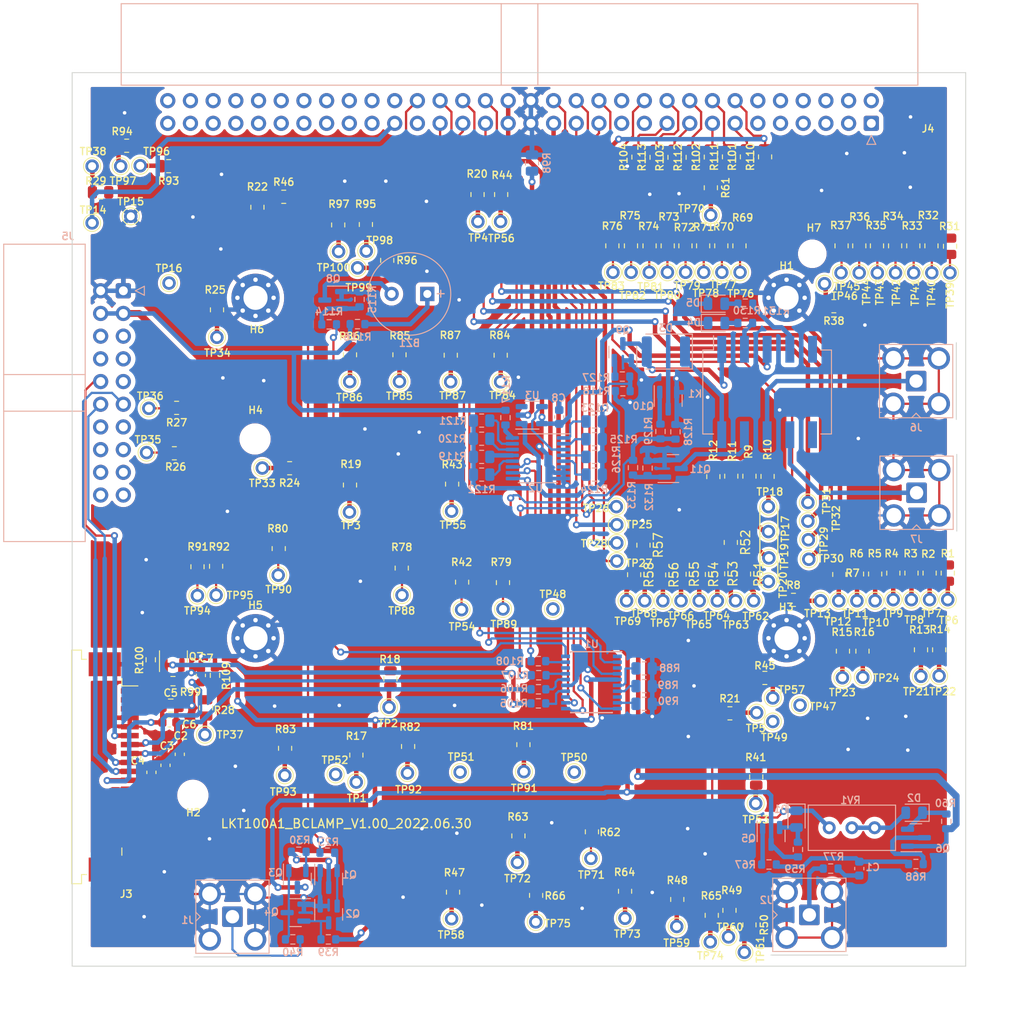
<source format=kicad_pcb>
(kicad_pcb (version 20211014) (generator pcbnew)
  (layers (0 "F.Cu" signal) (31 "B.Cu" signal) (34 "B.Paste" user) (35 "F.Paste" user) (36 "B.SilkS" user "B.Silkscreen") (37 "F.SilkS" user "F.Silkscreen") (38 "B.Mask" user) (39 "F.Mask" user) (44 "Edge.Cuts" user))
  (net 0 "")
  (net 1 "+3V3")
  (net 2 "Net-(BZ1-Pad1)")
  (net 3 "Net-(BZ1-Pad2)")
  (net 4 "Net-(C1-Pad1)")
  (net 5 "Net-(C1-Pad2)")
  (net 6 "GND")
  (net 7 "/CAN1_H")
  (net 8 "/CAN1_L")
  (net 9 "/CAN2_H")
  (net 10 "/CAN2_L")
  (net 11 "Net-(C2-Pad1)")
  (net 12 "Net-(C3-Pad1)")
  (net 13 "Net-(C4-Pad1)")
  (net 14 "GNDA")
  (net 15 "/LCD_RST")
  (net 16 "Net-(D2-Pad1)")
  (net 17 "Net-(D2-Pad2)")
  (net 18 "Net-(D3-Pad1)")
  (net 19 "Net-(D4-Pad1)")
  (net 20 "Net-(D4-Pad2)")
  (net 21 "Net-(D5-Pad2)")
  (net 22 "/DIN3")
  (net 23 "Net-(J1-Pad1)")
  (net 24 "Net-(J2-Pad1)")
  (net 25 "/DOUT6")
  (net 26 "/DOUT4")
  (net 27 "/DOUT2")
  (net 30 "/DIN6")
  (net 31 "/AOUT0")
  (net 32 "Net-(J3-Pad3)")
  (net 33 "/LCD_A0")
  (net 36 "/SPI2_MISO")
  (net 37 "/SPI2_SCK")
  (net 38 "/SPI2_MOSI")
  (net 41 "Net-(J6-Pad1)")
  (net 42 "Net-(J7-Pad1)")
  (net 43 "Net-(K1-Pad2)")
  (net 44 "Net-(K1-Pad4)")
  (net 45 "Net-(K1-Pad9)")
  (net 46 "Net-(Q1-Pad3)")
  (net 47 "Net-(Q2-Pad3)")
  (net 48 "Net-(R6-Pad2)")
  (net 49 "Net-(Q6-Pad3)")
  (net 50 "Net-(R15-Pad2)")
  (net 51 "/LCD_BSW")
  (net 52 "Net-(Q11-Pad1)")
  (net 53 "Net-(Q10-Pad1)")
  (net 54 "Net-(Q7-Pad3)")
  (net 55 "Net-(Q8-Pad2)")
  (net 56 "Net-(Q9-Pad2)")
  (net 57 "Net-(R1-Pad2)")
  (net 58 "Net-(R2-Pad2)")
  (net 59 "Net-(Q3-Pad2)")
  (net 60 "Net-(Q5-Pad1)")
  (net 61 "Net-(Q3-Pad1)")
  (net 62 "Net-(R3-Pad2)")
  (net 63 "+12VA")
  (net 64 "Net-(R20-Pad2)")
  (net 65 "-12VA")
  (net 66 "+5V")
  (net 67 "Net-(R4-Pad2)")
  (net 68 "Net-(R21-Pad2)")
  (net 69 "Net-(R5-Pad2)")
  (net 70 "Net-(R7-Pad2)")
  (net 71 "/AIN0")
  (net 72 "Net-(R8-Pad2)")
  (net 73 "Net-(R9-Pad2)")
  (net 74 "Net-(R10-Pad2)")
  (net 75 "Net-(R11-Pad2)")
  (net 76 "Net-(R12-Pad2)")
  (net 77 "Net-(D1-Pad2)")
  (net 78 "Net-(R13-Pad2)")
  (net 79 "Net-(R14-Pad2)")
  (net 80 "Net-(R16-Pad2)")
  (net 81 "Net-(R17-Pad2)")
  (net 82 "Net-(R18-Pad2)")
  (net 83 "Net-(R19-Pad2)")
  (net 84 "/DIN7")
  (net 85 "/DIN5")
  (net 86 "/DIN4")
  (net 87 "/DIN2")
  (net 88 "/DIN1")
  (net 89 "/DIN0")
  (net 90 "/DOUT7")
  (net 91 "/DOUT5")
  (net 92 "/DOUT3")
  (net 93 "/DOUT1")
  (net 94 "/DOUT0")
  (net 96 "Net-(R24-Pad2)")
  (net 97 "Net-(R25-Pad2)")
  (net 98 "Net-(R29-Pad2)")
  (net 99 "Net-(R26-Pad2)")
  (net 100 "Net-(R27-Pad2)")
  (net 101 "Net-(R28-Pad2)")
  (net 102 "Net-(R31-Pad2)")
  (net 103 "Net-(R32-Pad2)")
  (net 104 "Net-(R47-Pad2)")
  (net 105 "Net-(R33-Pad2)")
  (net 106 "Net-(R34-Pad2)")
  (net 107 "Net-(R35-Pad2)")
  (net 108 "Net-(Q1-Pad2)")
  (net 109 "Net-(R36-Pad2)")
  (net 110 "Net-(R37-Pad2)")
  (net 111 "Net-(R38-Pad2)")
  (net 112 "Net-(R41-Pad2)")
  (net 113 "Net-(R42-Pad2)")
  (net 114 "Net-(R43-Pad2)")
  (net 115 "Net-(R44-Pad2)")
  (net 116 "Net-(R45-Pad2)")
  (net 117 "/SPI2_CS")
  (net 119 "Net-(R48-Pad2)")
  (net 120 "Net-(R49-Pad2)")
  (net 121 "Net-(R50-Pad2)")
  (net 122 "Net-(R53-Pad2)")
  (net 123 "Net-(R54-Pad2)")
  (net 124 "Net-(R55-Pad2)")
  (net 125 "Net-(R58-Pad2)")
  (net 126 "/COM2_TX")
  (net 127 "/COM2_RX")
  (net 128 "Net-(R70-Pad1)")
  (net 129 "Net-(R71-Pad1)")
  (net 130 "Net-(R72-Pad1)")
  (net 131 "Net-(R73-Pad1)")
  (net 132 "/COM1_RX")
  (net 133 "/COM1_TX")
  (net 134 "Net-(R74-Pad1)")
  (net 135 "Net-(R75-Pad1)")
  (net 136 "Net-(R80-Pad1)")
  (net 137 "Net-(D3-Pad2)")
  (net 138 "/AIN4")
  (net 139 "/AIN1")
  (net 140 "/AIN5")
  (net 141 "/AIN2")
  (net 142 "/AIN3")
  (net 143 "/SMU0")
  (net 144 "/SMU1")
  (net 145 "/AOUT1")
  (net 146 "/SMU5")
  (net 147 "/SMU7")
  (net 148 "/SMU6")
  (net 149 "/SMU8")
  (net 150 "/SMU2")
  (net 151 "/SMU4")
  (net 152 "/SMU3")
  (net 153 "/SMU9")
  (net 154 "Net-(R56-Pad2)")
  (net 155 "/AIN6")
  (net 156 "/AIN7")
  (net 157 "/AOUT2")
  (net 158 "Net-(R81-Pad1)")
  (net 159 "/LCD_SCK")
  (net 160 "/LCD_MOSI")
  (net 161 "/LCD_MISO")
  (net 162 "/AOUT3")
  (net 163 "/LCD_CS")
  (net 164 "/KEY_IN1")
  (net 165 "/LED_OUT1")
  (net 166 "/KEY_IN2")
  (net 167 "/LED_OUT2")
  (net 168 "/KEY_IN3")
  (net 169 "/LED_OUT3")
  (net 170 "/KEY_IN4")
  (net 171 "/LED_OUT4")
  (net 172 "Net-(R82-Pad1)")
  (net 173 "Net-(R84-Pad2)")
  (net 174 "Net-(R85-Pad2)")
  (net 175 "Net-(R86-Pad2)")
  (net 176 "Net-(R87-Pad2)")
  (net 177 "/GPX0_P3")
  (net 178 "/GPX0_P4")
  (net 179 "/ANT1_OPEN")
  (net 180 "/GPX0_P5")
  (net 181 "/ANT1_SHORT")
  (net 182 "/GPX0_P6")
  (net 183 "/BUZZER")
  (net 184 "/I2C1_SCL")
  (net 185 "/I2C1_SDA")
  (net 186 "Net-(R117-Pad2)")
  (net 188 "/RESV1")
  (net 189 "/RESV2")
  (net 190 "/RESV61")
  (net 191 "/RESV62")
  (net 192 "/RESV63")
  (net 193 "/RESV64")
  (net 194 "Net-(R57-Pad2)")
  (net 198 "/GPX0_P0")
  (net 199 "/GPX0_P1")
  (net 200 "/GPX0_P2")
  (net 203 "Net-(U2-Pad3)")
  (net 261 "Net-(R51-Pad2)")
  (net 263 "Net-(R52-Pad2)")
  (net 265 "Net-(R61-Pad2)")
  (net 267 "Net-(R62-Pad2)")
  (net 269 "Net-(R63-Pad2)")
  (net 271 "Net-(R64-Pad2)")
  (net 273 "Net-(R65-Pad2)")
  (net 275 "Net-(R66-Pad2)")
  (net 276 "Net-(R69-Pad1)")
  (net 277 "Net-(R76-Pad1)")
  (net 278 "Net-(R78-Pad1)")
  (net 280 "Net-(R79-Pad1)")
  (net 285 "Net-(R83-Pad1)")
  (net 287 "Net-(R88-Pad1)")
  (net 288 "Net-(R89-Pad1)")
  (net 289 "Net-(R90-Pad1)")
  (net 291 "Net-(R91-Pad2)")
  (net 293 "Net-(R92-Pad2)")
  (net 295 "Net-(R93-Pad2)")
  (net 297 "Net-(R94-Pad2)")
  (net 299 "Net-(R95-Pad2)")
  (net 301 "Net-(R96-Pad2)")
  (net 303 "Net-(R97-Pad2)")
  (net 304 "Net-(R119-Pad2)")
  (net 305 "Net-(R120-Pad2)")
  (net 306 "Net-(R121-Pad2)")
  (net 307 "Net-(R122-Pad2)")
  (net 308 "Net-(R123-Pad2)")
  (net 309 "Net-(R124-Pad2)")
  (net 310 "Net-(R125-Pad2)")
  (net 311 "Net-(R126-Pad2)")
  (footprint "liankest:TestPoint_THTPad_D1.5mm_Drill0.9mm" (layer "F.Cu") (at 122.555 57.341 -90)
    (fp_text reference "TP82")
    (fp_text value "DIN6")
  )
  (footprint "liankest:TestPoint_THTPad_D1.5mm_Drill0.9mm" (layer "F.Cu") (at 142.3924 87.2744 90)
    (fp_text reference "TP29")
    (fp_text value "CAN1_H")
  )
  (footprint "liankest:TestPoint_THTPad_D1.5mm_Drill0.9mm" (layer "F.Cu") (at 103.4158 113.284)
    (fp_text reference "TP51")
    (fp_text value "AD_AIN4")
  )
  (footprint "Resistor_SMD:R_0805_2012Metric" (layer "F.Cu") (at 95.615 102.843609 -90)
    (fp_text reference "R18")
    (fp_text value "10K%1")
  )
  (footprint "Resistor_SMD:R_0805_2012Metric" (layer "F.Cu") (at 146.1102 54.380409 -90)
    (fp_text reference "R37")
    (fp_text value "0R")
  )
  (footprint "liankest:TestPoint_THTPad_D1.5mm_Drill0.9mm" (layer "F.Cu") (at 91.0336 84.1756 90)
    (fp_text reference "TP3")
    (fp_text value "SMU5_VGS")
  )
  (footprint "Resistor_SMD:R_0805_2012Metric" (layer "F.Cu") (at 89.773 52.043609 -90)
    (fp_text reference "R97")
    (fp_text value "0R")
  )
  (footprint "Resistor_SMD:R_0805_2012Metric" (layer "F.Cu") (at 71.4342 77.596009 180)
    (fp_text reference "R26")
    (fp_text value "10K%1")
  )
  (footprint "Resistor_SMD:R_0805_2012Metric" (layer "F.Cu") (at 132.6482 54.378509 90)
    (fp_text reference "R70")
    (fp_text value "0R")
  )
  (footprint "Resistor_SMD:R_0805_2012Metric" (layer "F.Cu") (at 127.9746 91.134209 -90)
    (fp_text reference "R55")
    (fp_text value "0R")
  )
  (footprint "liankest:TestPoint_THTPad_D1.5mm_Drill0.9mm" (layer "F.Cu") (at 113.805 95.0214)
    (fp_text reference "TP48")
    (fp_text value "AD_AIN1")
  )
  (footprint "liankest:TestPoint_THTPad_D1.5mm_Drill0.9mm" (layer "F.Cu") (at 65.4304 45.466)
    (fp_text reference "TP97")
    (fp_text value "USBDM")
  )
  (footprint "Resistor_SMD:R_0805_2012Metric" (layer "F.Cu") (at 140.7254 94.004409)
    (fp_text reference "R8")
    (fp_text value "0R")
  )
  (footprint "liankest:TestPoint_THTPad_D1.5mm_Drill0.9mm" (layer "F.Cu") (at 134.239 94.107 -90)
    (fp_text reference "TP63")
    (fp_text value "GP_DIN1")
  )
  (footprint "liankest:TestPoint_THTPad_D1.5mm_Drill0.9mm" (layer "F.Cu") (at 131.4704 50.9524)
    (fp_text reference "TP70")
    (fp_text value "SMU1")
  )
  (footprint "MountingHole:MountingHole_2.2mm_M2" (layer "F.Cu") (at 142.8336 55.269409)
    (fp_text reference "H7")
    (fp_text value "MV")
  )
  (footprint "Resistor_SMD:R_0805_2012Metric" (layer "F.Cu") (at 121.8786 126.618009 -90)
    (fp_text reference "R64")
    (fp_text value "10K%1")
  )
  (footprint "Resistor_SMD:R_0805_2012Metric" (layer "F.Cu") (at 157.9974 91.007209 -90)
    (fp_text reference "R1")
    (fp_text value "0R")
  )
  (footprint "liankest:TestPoint_THTPad_D1.5mm_Drill0.9mm" (layer "F.Cu") (at 151.892 93.98 -90)
    (fp_text reference "TP9")
    (fp_text value "GP_DOUT3")
  )
  (footprint "Resistor_SMD:R_0805_2012Metric" (layer "F.Cu") (at 154.1366 54.380409 -90)
    (fp_text reference "R33")
    (fp_text value "0R")
  )
  (footprint "liankest:TestPoint_THTPad_D1.5mm_Drill0.9mm" (layer "F.Cu") (at 141.462 105.790009)
    (fp_text reference "TP47")
    (fp_text value "AD_AIN0")
  )
  (footprint "Resistor_SMD:R_0805_2012Metric" (layer "F.Cu") (at 133.715 87.578209 -90)
    (fp_text reference "R52")
    (fp_text value "0R")
  )
  (footprint "liankest:TestPoint_THTPad_D1.5mm_Drill0.9mm" (layer "F.Cu") (at 148.4884 102.6668)
    (fp_text reference "TP24")
    (fp_text value "CAN2_RXD")
  )
  (footprint "Resistor_SMD:R_0805_2012Metric" (layer "F.Cu") (at 147.8374 91.108809 -90)
    (fp_text reference "R6")
    (fp_text value "0R")
  )
  (footprint "Resistor_SMD:R_0805_2012Metric" (layer "F.Cu") (at 137.8298 80.186809 -90)
    (fp_text reference "R10")
    (fp_text value "0R")
  )
  (footprint "liankest:TestPoint_THTPad_D1.5mm_Drill0.9mm" (layer "F.Cu") (at 142.3416 85.1916)
    (fp_text reference "TP32")
    (fp_text value "CAN2_L")
  )
  (footprint "Resistor_SMD:R_0805_2012Metric" (layer "F.Cu") (at 83.8294 110.616009 90)
    (fp_text reference "R83")
    (fp_text value "10K%1")
  )
  (footprint "liankest:TestPoint_THTPad_D1.5mm_Drill0.9mm" (layer "F.Cu") (at 137.922 83.566)
    (fp_text reference "TP18")
    (fp_text value "UART1_RX")
  )
  (footprint "liankest:TestPoint_THTPad_D1.5mm_Drill0.9mm" (layer "F.Cu") (at 67.6148 45.4152)
    (fp_text reference "TP96")
    (fp_text value "USBDP")
  )
  (footprint "liankest:TestPoint_THTPad_D1.5mm_Drill0.9mm" (layer "F.Cu") (at 102.4636 129.6924)
    (fp_text reference "TP58")
    (fp_text value "SMU1_FB")
  )
  (footprint "liankest:TestPoint_THTPad_D1.5mm_Drill0.9mm" (layer "F.Cu") (at 122.047 94.107 -90)
    (fp_text reference "TP69")
    (fp_text value "GP_DIN7")
  )
  (footprint "Resistor_SMD:R_0805_2012Metric" (layer "F.Cu") (at 133.7658 80.161409 -90)
    (fp_text reference "R11")
    (fp_text value "0R")
  )
  (footprint "liankest:TestPoint_THTPad_D1.5mm_Drill0.9mm" (layer "F.Cu") (at 68.326 77.5208 90)
    (fp_text reference "TP35")
    (fp_text value "+15V")
  )
  (footprint "liankest:TestPoint_THTPad_D1.5mm_Drill0.9mm" (layer "F.Cu") (at 111.887 130.048 -90)
    (fp_text reference "TP75")
    (fp_text value "SMU1_OUT")
  )
  (footprint "Resistor_SMD:R_0805_2012Metric" (layer "F.Cu") (at 135.7978 130.377209 -90)
    (fp_text reference "R50")
    (fp_text value "0R")
  )
  (footprint "Resistor_SMD:R_0805_2012Metric" (layer "F.Cu") (at 131.5814 129.310409 -90)
    (fp_text reference "R65")
    (fp_text value "10K%1")
  )
  (footprint "liankest:TestPoint_THTPad_D1.5mm_Drill0.9mm" (layer "F.Cu") (at 156.21 57.404 -90)
    (fp_text reference "TP40")
    (fp_text value "DOUT1")
  )
  (footprint "Resistor_SMD:R_0805_2012Metric" (layer "F.Cu") (at 80.7306 50.062409 -90)
    (fp_text reference "R22")
    (fp_text value "10K%1")
  )
  (footprint "liankest:TestPoint_THTPad_D1.5mm_Drill0.9mm" (layer "F.Cu") (at 137.922 86.36)
    (fp_text reference "TP17")
    (fp_text value "UART1_TX")
  )
  (footprint "Resistor_SMD:R_0805_2012Metric" (layer "F.Cu") (at 145.8562 91.159609 -90)
    (fp_text reference "R7")
    (fp_text value "0R")
  )
  (footprint "liankest:TestPoint_THTPad_D1.5mm_Drill0.9mm" (layer "F.Cu") (at 91.059 69.583 -90)
    (fp_text reference "TP86")
    (fp_text value "AOUT1")
  )
  (footprint "liankest:TestPoint_THTPad_D1.5mm_Drill0.9mm" (layer "F.Cu") (at 62.23 51.816)
    (fp_text reference "TP14")
    (fp_text value "EXT_PWR")
  )
  (footprint "liankest:TestPoint_THTPad_D1.5mm_Drill0.9mm" (layer "F.Cu") (at 154.178 57.404 -90)
    (fp_text reference "TP41")
    (fp_text value "DOUT2")
  )
  (footprint "Resistor_SMD:R_0805_2012Metric" (layer "F.Cu") (at 74.025 90.296009 -90)
    (fp_text reference "R91")
    (fp_text value "0R")
  )
  (footprint "Resistor_SMD:R_0805_2012Metric" (layer "F.Cu") (at 95.2594 56.006009 -90)
    (fp_text reference "R96")
    (fp_text value "0R")
  )
  (footprint "liankest:TestPoint_THTPad_D1.5mm_Drill0.9mm" (layer "F.Cu") (at 149.86 94.107 -90)
    (fp_text reference "TP10")
    (fp_text value "GP_DOUT4")
  )
  (footprint "liankest:TestPoint_THTPad_D1.5mm_Drill0.9mm" (layer "F.Cu") (at 96.631 69.569609 -90)
    (fp_text reference "TP85")
    (fp_text value "DA_AOUT1")
  )
  (footprint "liankest:TestPoint_THTPad_D1.5mm_Drill0.9mm" (layer "F.Cu") (at 76.2 64.6176)
    (fp_text reference "TP34")
    (fp_text value "-12VA")
  )
  (footprint "liankest:TestPoint_THTPad_D1.5mm_Drill0.9mm" (layer "F.Cu") (at 126.111 94.107 -90)
    (fp_text reference "TP67")
    (fp_text value "GP_DIN5")
  )
  (footprint "Resistor_SMD:R_0805_2012Metric" (layer "F.Cu") (at 91.0938 66.574309 -90)
    (fp_text reference "R86")
    (fp_text value "10K%1")
  )
  (footprint "Resistor_SMD:R_0805_2012Metric" (layer "F.Cu") (at 126.6538 54.380409 90)
    (fp_text reference "R73")
    (fp_text value "0R")
  )
  (footprint "liankest:TestPoint_THTPad_D1.5mm_Drill0.9mm" (layer "F.Cu") (at 96.914 93.472)
    (fp_text reference "TP88")
    (fp_text value "AIN0")
  )
  (footprint "Resistor_SMD:R_0805_2012Metric" (layer "F.Cu") (at 125.6886 91.208509 -90)
    (fp_text reference "R56")
    (fp_text value "0R")
  )
  (footprint "Resistor_SMD:R_0805_2012Metric" (layer "F.Cu") (at 122.8946 91.185009 -90)
    (fp_text reference "R58")
    (fp_text value "0R")
  )
  (footprint "Resistor_SMD:R_0805_2012Metric" (layer "F.Cu") (at 76.1078 90.245209 -90)
    (fp_text reference "R92")
    (fp_text value "0R")
  )
  (footprint "liankest:TestPoint_THTPad_D1.5mm_Drill0.9mm" (layer "F.Cu") (at 147.828 94.107 -90)
    (fp_text reference "TP11")
    (fp_text value "GP_DOUT5")
  )
  (footprint "liankest:TestPoint_THTPad_D1.5mm_Drill0.9mm" (layer "F.Cu") (at 68.58 72.566809 90)
    (fp_text reference "TP36")
    (fp_text value "-15V")
  )
  (footprint "Resistor_SMD:R_0805_2012Metric" (layer "F.Cu") (at 133.5626 128.751609 -90)
    (fp_text reference "R49")
    (fp_text value "0R")
  )
  (footprint "Resistor_SMD:R_0805_2012Metric" (layer "F.Cu") (at 149.8694 91.108809 -90)
    (fp_text reference "R5")
    (fp_text value "0R")
  )
  (footprint "Resistor_SMD:R_0805_2012Metric" (layer "F.Cu") (at 91.805 111.378009 -90)
    (fp_text reference "R17")
    (fp_text value "10K%1")
  )
  (footprint "Resistor_SMD:R_0805_2012Metric" (layer "F.Cu") (at 137.5504 44.423609 90)
    (fp_text reference "R110")
    (fp_text value "10K%1")
  )
  (footprint "Resistor_SMD:R_0805_2012Metric" (layer "F.Cu") (at 131.7592 80.212209 -90)
    (fp_text reference "R12")
    (fp_text value "0R")
  )
  (footprint "Resistor_SMD:R_0805_2012Metric" (layer "F.Cu") (at 133.5118 44.423609 90)
    (fp_text reference "R111")
    (fp_text value "10K%1")
  )
  (footprint "Resistor_SMD:R_0805_2012Metric" (layer "F.Cu") (at 130.1336 91.159609 -90)
    (fp_text reference "R54")
    (fp_text value "0R")
  )
  (footprint "liankest:TestPoint_THTPad_D1.5mm_Drill0.9mm" (layer "F.Cu") (at 128.143 94.107 -90)
    (fp_text reference "TP66")
    (fp_text value "GP_DIN4")
  )
  (footprint "liankest:TestPoint_THTPad_D1.5mm_Drill0.9mm" (layer "F.Cu") (at 120.9548 89.662)
    (fp_text reference "TP27")
    (fp_text value "COM2_RX")
  )
  (footprint "liankest:TestPoint_THTPad_D1.5mm_Drill0.9mm" (layer "F.Cu") (at 127.6604 130.556)
    (fp_text reference "TP59")
    (fp_text value "SMU1_IFB_FINE")
  )
  (footprint "Resistor_SMD:R_0805_2012Metric" (layer "F.Cu") (at 102.5238 81.050409 -90)
    (fp_text reference "R43")
    (fp_text value "10K%1")
  )
  (footprint "Capacitor_SMD:C_0603_1608Metric" (layer "F.Cu") (at 72.0438 111.289409 90)
    (fp_text reference "C2")
    (fp_text value "104")
  )
  (footprint "Resistor_SMD:R_0805_2012Metric" (layer "F.Cu") (at 152.1046 54.380409 -90)
    (fp_text reference "R34")
    (fp_text value "0R")
  )
  (footprint "Resistor_SMD:R_0805_2012Metric" (layer "F.Cu") (at 120.4562 54.378509 90)
    (fp_text reference "R76")
    (fp_text value "0R")
  )
  (footprint "Resistor_SMD:R_0805_2012Metric" (layer "F.Cu") (at 155.9654 91.007209 -90)
    (fp_text reference "R2")
    (fp_text value "0R")
  )
  (footprint "Resistor_SMD:R_0805_2012Metric" (layer "F.Cu") (at 137.525 102.742009)
    (fp_text reference "R45")
    (fp_text value "10K%1")
  )
  (footprint "liankest:TestPoint_THTPad_D1.5mm_Drill0.9mm" (layer "F.Cu") (at 152.146 57.404 -90)
    (fp_text reference "TP42")
    (fp_text value "DOUT3")
  )
  (footprint "Resistor_SMD:R_0805_2012Metric" (layer "F.Cu") (at 66.1002 43.179009 180)
    (fp_text reference "R94")
    (fp_text value "0R")
  )
  (footprint "Resistor_SMD:R_0805_2012Metric" (layer "F.Cu") (at 102.6254 126.719609 -90)
    (fp_text reference "R47")
    (fp_text value "10K%1")
  )
  (footprint "Resistor_SMD:R_0805_2012Metric" (layer "F.Cu") (at 111.9218 127.077109 -90)
    (fp_text reference "R66")
    (fp_text value "10K%1")
  )
  (footprint "liankest:TestPoint_THTPad_D1.5mm_Drill0.9mm" (layer "F.Cu") (at 110.556 113.2332)
    (fp_text reference "TP91")
    (fp_text value "AIN3")
  )
  (footprint "liankest:TestPoint_THTPad_D1.5mm_Drill0.9mm" (layer "F.Cu") (at 66.5574 51.078409)
    (fp_text reference "TP15")
    (fp_text value "GND")
  )
  (footprint "Resistor_SMD:R_0603_1608Metric" (layer "F.Cu") (at 75.9808 102.450409 -90)
    (fp_text reference "R109")
    (fp_text value "100K")
  )
  (footprint "Package_TO_SOT_SMD:SOT-23" (layer "F.Cu") (at 71.3326 100.354409 90)
    (fp_text reference "Q7")
    (fp_text value "AO3401A")
  )
  (footprint "Capacitor_SMD:C_0603_1608Metric" (layer "F.Cu") (at 70.4436 112.521009 90)
    (fp_text reference "C3")
    (fp_text value "104")
  )
  (footprint "Resistor_SMD:R_0805_2012Metric" (layer "F.Cu") (at 123.3772 44.449009 90)
    (fp_text reference "R104")
    (fp_text value "10K%1")
  )
  (footprint "Resistor_SMD:R_0805_2012Metric" (layer "F.Cu") (at 63.1792 48.386009 180)
    (fp_text reference "R29")
    (fp_text value "10K%1")
  )
  (footprint "liankest:TestPoint_THTPad_D1.5mm_Drill0.9mm" (layer "F.Cu") (at 133.4516 131.7244 -90)
    (fp_text reference "TP60")
    (fp_text value "SMU1_VPWM")
  )
  (footprint "liankest:TestPoint_THTPad_D1.5mm_Drill0.9mm" (layer "F.Cu") (at 155.956 93.98 -90)
    (fp_text reference "TP7")
    (fp_text value "GP_DOUT1")
  )
  (footprint "liankest:TestPoint_THTPad_D1.5mm_Drill0.9mm" (layer "F.Cu") (at 95.4626 106.018609 90)
    (fp_text reference "TP2")
    (fp_text value "SMU5_LANA")
  )
  (footprint "Resistor_SMD:R_0805_2012Metric" (layer "F.Cu") (at 96.885 90.448409 90)
    (fp_text reference "R78")
    (fp_text value "10K%1")
  )
  (footprint "Resistor_SMD:R_0805_2012Metric" (layer "F.Cu") (at 125.4092 44.474409 90)
    (fp_text reference "R113")
    (fp_text value "10K%1")
  )
  (footprint "Resistor_SMD:R_0805_2012Metric" (layer "F.Cu") (at 70.7992 45.465009 180)
    (fp_text reference "R93")
    (fp_text value "0R")
  )
  (footprint "MountingHole:MountingHole_2.7mm_M2.5_Pad_Via" (layer "F.Cu") (at 139.954 98.298)
    (fp_text reference "H3")
    (fp_text value "MH" hide)
  )
  (footprint "Resistor_SMD:R_0805_2012Metric" (layer "F.Cu") (at 132.2926 91.083409 -90)
    (fp_text reference "R53")
    (fp_text value "0R")
  )
  (footprint "liankest:TestPoint_THTPad_D1.5mm_Drill0.9mm" (layer "F.Cu") (at 134.747 57.341 -90)
    (fp_text reference "TP76")
    (fp_text value "DIN0")
  )
  (footprint "Resistor_SMD:R_0805_2012Metric" (layer "F.Cu") (at 83.677 48.894009)
    (fp_text reference "R46")
    (fp_text value "10K%1")
  )
  (footprint "liankest:TestPoint_THTPad_D1.5mm_Drill0.9mm" (layer "F.Cu") (at 97.523 113.3856)
    (fp_text reference "TP92")
    (fp_text value "AIN4")
  )
  (footprint "liankest:TestPoint_THTPad_D1.5mm_Drill0.9mm" (layer "F.Cu") (at 74.859007 109.092009)
    (fp_text reference "TP37")
    (fp_text value "+3V3")
  )
  (footprint "Capacitor_SMD:C_0603_1608Metric" (layer "F.Cu") (at 68.8688 113.308409 90)
    (fp_text reference "C4")
    (fp_text value "104")
  )
  (footprint "liankest:TestPoint_THTPad_D1.5mm_Drill0.9mm" (layer "F.Cu") (at 132.207 94.107 -90)
    (fp_text reference "TP64")
    (fp_text value "GP_DIN2")
  )
  (footprint "Resistor_SMD:R_0805_2012Metric" (layer "F.Cu") (at 124.6218 54.380409 90)
    (fp_text reference "R74")
    (fp_text value "0R")
  )
  (footprint "liankest:TestPoint_THTPad_D1.5mm_Drill0.9mm" (layer "F.Cu") (at 157.988 93.98 -90)
    (fp_text reference "TP6")
    (fp_text value "GP_DOUT0")
  )
  (footprint "Resistor_SMD:R_0805_2012Metric" (layer "F.Cu") (at 74.9902 106.094809 -90)
    (fp_text reference "R28")
    (fp_text value "10K%1")
  )
  (footprint "Resistor_SMD:R_0805_2012Metric" (layer "F.Cu") (at 127.4158 44.474409 90)
    (fp_text reference "R103")
    (fp_text value "10K%1")
  )
  (footprint "liankest:TestPoint_THTPad_D1.5mm_Drill0.9mm" (layer "F.Cu") (at 128.651 57.341 -90)
    (fp_text reference "TP79")
    (fp_text value "DIN3")
  )
  (footprint "liankest:TestPoint_THTPad_D1.5mm_Drill0.9mm" (layer "F.Cu") (at 157.0228 102.5144)
    (fp_text reference "TP22")
    (fp_text value "CAN1_RXD")
  )
  (footprint "Resistor_SMD:R_0805_2012Metric" (layer "F.Cu") (at 97.5962 110.412809 90)
    (fp_text reference "R82")
    (fp_text value "10K%1")
  )
  (footprint "liankest:TestPoint_THTPad_D1.5mm_Drill0.9mm" (layer "F.Cu") (at 89.8144 55.0164)
    (fp_text reference "TP100")
    (fp_text value "SPI2_MISO")
  )
  (footprint "liankest:TestPoint_THTPad_D1.5mm_Drill0.9mm" (layer "F.Cu") (at 120.904 83.566 90)
    (fp_text reference "TP26")
    (fp_text value "COM1_TX")
  )
  (footprint "liankest:TestPoint_THTPad_D1.5mm_Drill0.9mm" (layer "F.Cu") (at 143.764 94.107 -90)
    (fp_text reference "TP13")
    (fp_text value "GP_DOUT7")
  )
  (footprint "Resistor_SMD:R_0805_2012Metric" (layer "F.Cu") (at 157.0322 99.592409 -90)
    (fp_text reference "R14")
    (fp_text value "0R")
  )
  (footprint "Capacitor_SMD:C_0805_2012Metric" (layer "F.Cu") (at 71.0278 105.840809)
    (fp_text reference "C5")
    (fp_text value "106")
  )
  (footprint "liankest:TestPoint_THTPad_D1.5mm_Drill0.9mm" (layer "F.Cu") (at 148.082 57.404 -90)
    (fp_text reference "TP44")
    (fp_text value "DOUT5")
  )
  (footprint "Resistor_SMD:R_0805_2012Metric" (layer "F.Cu") (at 131.4798 47.878009 -90)
    (fp_text reference "R61")
    (fp_text value "10K%1")
  )
  (footprint "Resistor_SMD:R_0805_2012Metric" (layer "F.Cu") (at 108.0102 48.640009 -90)
    (fp_text reference "R44")
    (fp_text value "10K%1")
  )
  (footprint "Resistor_SMD:R_0805_2012Metric" (layer "F.Cu") (at 135.7978 80.163309 -90)
    (fp_text reference "R9")
    (fp_text value "0R")
  )
  (footprint "liankest:TestPoint_THTPad_D1.5mm_Drill0.9mm" (layer "F.Cu") (at 83.7946 113.6396)
    (fp_text reference "TP93")
    (fp_text value "AIN5")
  )
  (footprint "liankest:TestPoint_THTPad_D1.5mm_Drill0.9mm" (layer "F.Cu") (at 120.9548 87.63)
    (fp_text reference "TP28")
    (fp_text value "COM2_TX")
  )
  (footprint "liankest:TestPoint_THTPad_D1.5mm_Drill0.9mm" (layer "F.Cu") (at 130.175 94.107 -90)
    (fp_text reference "TP65")
    (fp_text value "GP_DIN3")
  )
  (footprint "Resistor_SMD:R_0805_2012Metric" (layer "F.Cu") (at 158.2514 54.431209 -90)
    (fp_text reference "R31")
    (fp_text value "0R")
  )
  (footprint "liankest:TestPoint_THTPad_D1.5mm_Drill0.9mm" (layer "F.Cu") (at 145.796 94.107 -90)
    (fp_text reference "TP12")
    (fp_text value "GP_DOUT6")
  )
  (footprint "Resistor_SMD:R_0805_2012Metric" (layer "F.Cu") (at 108.2134 92.074009 90)
    (fp_text reference "R79")
    (fp_text value "10K%1")
  )
  (footprint "Resistor_SMD:R_0805_2012Metric" (layer "F.Cu") (at 91.0938 81.152009 -90)
    (fp_text reference "R19")
    (fp_text value "10K%1")
  )
  (footprint "liankest:TestPoint_THTPad_D1.5mm_Drill0.9mm" (layer "F.Cu") (at 138.414 104.977209 90)
    (fp_text reference "TP57")
    (fp_text value "SMU6_LFB")
  )
  (footprint "liankest:TestPoint_THTPad_D1.5mm_Drill0.9mm" (layer "F.Cu") (at 136.4996 116.7892 90)
    (fp_text reference "TP53")
    (fp_text value "SMU6_LPWM")
  )
  (footprint "liankest:TestPoint_THTPad_D1.5mm_Drill0.9mm" (layer "F.Cu") (at 103.5812 95.0976 90)
    (fp_text reference "TP54")
    (fp_text value "SMU6_LANA")
  )
  (footprint "Resistor_SMD:R_0805_2012Metric" (layer "F.Cu") (at 102.3714 66.623209 -90)
    (fp_text reference "R87")
    (fp_text value "10K%1")
  )
  (footprint "Resistor_SMD:R_0805_2012Metric" (layer "F.Cu") (at 84.3374 79.272409 180)
    (fp_text reference "R24")
    (fp_text value "10K%1")
  )
  (footprint "Resistor_SMD:R_0805_2012Metric" (layer "F.Cu") (at 150.0726 54.380409 -90)
    (fp_text reference "R35")
    (fp_text value "0R")
  )
  (footprint "liankest:TestPoint_THTPad_D1.5mm_Drill0.9mm" (layer "F.Cu") (at 62.23 45.466)
    (fp_text reference "TP38")
    (fp_text value "VUSB")
  )
  (footprint "liankest:TestPoint_THTPad_D1.5mm_Drill0.9mm" (layer "F.Cu") (at 158.242 57.404 -90)
    (fp_text reference "TP39")
    (fp_text value "DOUT0")
  )
  (footprint "Resistor_SMD:R_0805_2012Metric" (layer "F.Cu") (at 128.635 54.380409 90)
    (fp_text reference "R72")
    (fp_text value "0R")
  )
  (footprint "Resistor_SMD:R_0805_2012Metric" (layer "F.Cu") (at 135.1882 91.108809 -90)
    (fp_text reference "R51")
    (fp_text value "0R")
  )
  (footprint "liankest:TestPoint_THTPad_D1.5mm_Drill0.9mm" (layer "F.Cu") (at 138.414 107.618809)
    (fp_text reference "TP49")
    (fp_text value "AD_AIN2")
  )
  (footprint "liankest:TestPoint_THTPad_D1.5mm_Drill0.9mm" (layer "F.Cu") (at 70.8406 58.547)
    (fp_text reference "TP16")
    (fp_text value "+5V")
  )
  (footprint "Resistor_SMD:R_0805_2012Metric" (layer "F.Cu") (at 153.9334 91.007209 -90)
    (fp_text reference "R3")
    (fp_text value "0R")
  )
  (footprint "liankest:TestPoint_THTPad_D1.5mm_Drill0.9mm" (layer "F.Cu") (at 137.9728 89.3064)
    (fp_text reference "TP19")
    (fp_text value "UART2_TX")
  )
  (footprint "liankest:TestPoint_THTPad_D1.5mm_Drill0.9mm" (layer "F.Cu") (at 124.079 94.107 -90)
    (fp_text reference "TP68")
    (fp_text value "GP_DIN6")
  )
  (footprint "Resistor_SMD:R_0805_2012Metric" (layer "F.Cu") (at 131.4798 44.449009 90)
    (fp_text reference "R102")
    (fp_text value "10K%1")
  )
  (footprint "liankest:TestPoint_THTPad_D1.5mm_Drill0.9mm" (layer "F.Cu") (at 144.2052 58.622209 -90)
    (fp_text reference "TP46")
    (fp_text value "DOUT7")
  )
  (footprint "liankest:TestPoint_THTPad_D1.5mm_Drill0.9mm" (layer "F.Cu") (at 107.95 51.6636 90)
    (fp_text reference "TP56")
    (fp_text value "SMU6")
  )
  (footprint "liankest:TestPoint_THTPad_D1.5mm_Drill0.9mm" (layer "F.Cu") (at 91.948 56.8452)
    (fp_text reference "TP99")
    (fp_text value "SPI2_MOSI")
  )
  (footprint "liankest:TestPoint_THTPad_D1.5mm_Drill0.9mm" (layer "F.Cu") (at 153.924 93.98 -90)
    (fp_text reference "TP8")
    (fp_text value "GP_DOUT2")
  )
  (footprint "Resistor_SMD:R_0805_2012Metric" (layer "F.Cu") (at 148.0914 54.380409 -90)
    (fp_text reference "R36")
    (fp_text value "0R")
  )
  (footprint "liankest:TestPoint_THTPad_D1.5mm_Drill0.9mm" (layer "F.Cu") (at 131.4196 132.2832 -90)
    (fp_text reference "TP74")
    (fp_text value "SMU1_IFB")
  )
  (footprint "Resistor_SMD:R_0805_2012Metric" (layer "F.Cu") (at 96.631 66.572409 -90)
    (fp_text reference "R85")
    (fp_text value "10K%1")
  )
  (footprint "liankest:TestPoint_THTPad_D1.5mm_Drill0.9mm" (layer "F.Cu") (at 76.1078 93.471009)
    (fp_text reference "TP95")
    (fp_text value "FAN_CTRL")
  )
  (footprint "MountingHole:MountingHole_2.5mm" (layer "F.Cu") (at 73.5076 115.8748)
    (fp_text reference "H2")
    (fp_text value "MV")
  )
  (footprint "Resistor_SMD:R_0805_2012Metric" (layer "F.Cu") (at 118.1702 119.963209 -90)
    (fp_text reference "R62")
    (fp_text value "10K%1")
  )
  (footprint "liankest:TestPoint_THTPad_D1.5mm_Drill0.9mm" (layer "F.Cu") (at 109.8296 123.3932 -90)
    (fp_text reference "TP72")
    (fp_text value "SMU1_VANA")
  )
  (footprint "Resistor_SMD:R_0805_2012Metric" (layer "F.Cu") (at 148.447 99.744809 -90)
    (fp_text reference "R16")
    (fp_text value "0R")
  )
  (footprint "Resistor_SMD:R_0805_2012Metric" (layer "F.Cu") (at 103.6414 92.023209 -90)
    (fp_text reference "R42")
    (fp_text value "10K%1")
  )
  (footprint "liankest:TestPoint_THTPad_D1.5mm_Drill0.9mm" (layer "F.Cu") (at 102.362 69.596 90)
    (fp_text reference "TP87")
    (fp_text value "AOUT0")
  )
  (footprint "liankest:TestPoint_THTPad_D1.5mm_Drill0.9mm" (layer "F.Cu") (at 81.28 79.248)
    (fp_text reference "TP33")
    (fp_text value "+12VA")
  )
  (footprint "Resistor_SMD:R_0805_2012Metric" (layer "F.Cu") (at 136.5598 113.816409 -90)
    (fp_text reference "R41")
    (fp_text value "10K%1")
  )
  (footprint "liankest:TestPoint_THTPad_D1.5mm_Drill0.9mm" (layer "F.Cu") (at 107.95 69.596 90)
    (fp_text reference "TP84")
    (fp_text value "DA_AOUT0")
  )
  (footprint "Resistor_SMD:R_0805_2012Metric" (layer "F.Cu") (at 155.0002 99.592409 -90)
    (fp_text reference "R13")
    (fp_text value "0R")
  )
  (footprint "liankest:TestPoint_THTPad_D1.5mm_Drill0.9mm" (layer "F.Cu") (at 92.9132 54.9656)
    (fp_text reference "TP98")
    (fp_text value "SPI2_SCK")
  )
  (footprint "Resistor_SMD:R_0805_2012Metric" (layer "F.Cu") (at 146.2626 99.744809 -90)
    (fp_text reference "R15")
    (fp_text value "0R")
  )
  (footprint "liankest:TestPoint_THTPad_D1.5mm_Drill0.9mm" (layer "F.Cu") (at 132.715 57.341 -90)
    (fp_text reference "TP77")
    (fp_text value "DIN1")
  )
  (footprint "Resistor_SMD:R_0805_2012Metric" (layer "F.Cu") (at 92.8718 51.992809 -90)
    (fp_text reference "R95")
    (fp_text value "0R")
  )
  (footprint "liankest:TestPoint_THTPad_D1.5mm_Drill0.9mm" (layer "F.Cu") (at 130.683 57.341 -90)
    (fp_text reference "TP78")
    (fp_text value "DIN2")
  )
  (footprint "Resistor_SMD:R_0805_2012Metric" (layer "F.Cu") (at 107.9594 66.623209 -90)
    (fp_text reference "R84")
    (fp_text value "10K%1")
  )
  (footprint "Resistor_SMD:R_0805_2012Metric" (layer "F.Cu") (at 134.6802 54.380409 90)
    (fp_text reference "R69")
    (fp_text value "0R")
  )
  (footprint "MountingHole:MountingHole_2.7mm_M2.5_Pad_Via" (layer "F.Cu") (at 80.518 60.198)
    (fp_text reference "H6")
    (fp_text value "MH" hide)
  )
  (footprint "liankest:TestPoint_THTPad_D1.5mm_Drill0.9mm" (layer "F.Cu") (at 120.523 57.341 -90)
    (fp_text reference "TP83")
    (fp_text value "DIN7")
  )
  (footprint "Resistor_SMD:R_0805_2012Metric" (layer "F.Cu") (at 110.4994 110.209609 90)
    (fp_text reference "R81")
    (fp_text value "10K%1")
  )
  (footprint "liankest:TestPoint_THTPad_D1.5mm_Drill0.9mm" (layer "F.Cu") (at 126.619 57.341 -90)
    (fp_text reference "TP80")
    (fp_text value "DIN4")
  )
  (footprint "liankest:TestPoint_THTPad_D1.5mm_Drill0.9mm" (layer "F.Cu") (at 120.9548 85.598)
    (fp_text reference "TP25")
    (fp_text value "COM1_RX")
  )
  (footprint "liankest:TestPoint_THTPad_D1.5mm_Drill0.9mm" (layer "F.Cu") (at 150.114 57.404 -90)
    (fp_text reference "TP43")
    (fp_text value "DOUT4")
  )
  (footprint "liankest:TestPoint_THTPad_D1.5mm_Drill0.9mm" (layer "F.Cu") (at 105.41 51.6636)
    (fp_text reference "TP4")
    (fp_text value "SMU5")
  )
  (footprint "liankest:TestPoint_THTPad_D1.5mm_Drill0.9mm" (layer "F.Cu") (at 74.0156 93.5228)
    (fp_text reference "TP94")
    (fp_text value "FAN_SPEED")
  )
  (footprint "Capacitor_SMD:C_0603_1608Metric" (layer "F.Cu") (at 70.8754 107.720409)
    (fp_text reference "C6")
    (fp_text value "104")
  )
  (footprint "Resistor_SMD:R_0805_2012Metric" (layer "F.Cu") (at 145.2466 61.136809 180)
    (fp_text reference "R38")
    (fp_text value "0R")
  )
  (footprint "liankest:TestPoint_THTPad_D1.5mm_Drill0.9mm" (layer "F.Cu") (at 142.3416 83.1088)
    (fp_text reference "TP31")
    (fp_text value "CAN2_H")
  )
  (footprint "Resistor_SMD:R_0805_2012Metric" (layer "F.Cu") (at 123.936 87.883009 -90)
    (fp_text reference "R57")
    (fp_text value "0R")
  )
  (footprint "liankest:TestPoint_THTPad_D1.5mm_Drill0.9mm" (layer "F.Cu") (at 136.271 94.107 -90)
    (fp_text reference "TP62")
    (fp_text value "GP_DIN0")
  )
  (footprint "Capacitor_SMD:C_0603_1608Metric" (layer "F.Cu") (at 74.406 102.462609 90)
    (fp_text reference "C7")
    (fp_text value "106")
  )
  (footprint "Resistor_SMD:R_0805_2012Metric" (layer "F.Cu") (at 133.6134 106.704409)
    (fp_text reference "R21")
    (fp_text value "10K%1")
  )
  (footprint "liankest:TestPoint_THTPad_D1.5mm_Drill0.9mm" (layer "F.Cu") (at 142.4432 89.4588)
    (fp_text reference "TP30")
    (fp_text value "CAN1_L")
  )
  (footprint "Resistor_SMD:R_0805_2012Metric" (layer "F.Cu") (at 71.6882 72.516009 180)
    (fp_text reference "R27")
    (fp_text value "10K%1")
  )
  (footprint "Resistor_SMD:R_0805_2012Metric" (layer "F.Cu") (at 105.3686 48.640009 -90)
    (fp_text reference "R20")
    (fp_text value "10K%1")
  )
  (footprint "Connector_FFC-FPC:TE_1-84952-8_1x18-1MP_P1.0mm_Horizontal" (layer "F.Cu") (at 64.6482 112.698809 -90)
    (fp_text reference "J3")
    (fp_text value "LCD_1.4")
  )
  (footprint "Resistor_SMD:R_0805_2012Metric" (layer "F.Cu") (at 135.5184 44.423609 90)
    (fp_text reference "R101")
    (fp_text value "10K%1")
  )
  (footprint "Resistor_SMD:R_0805_2012Metric" (layer "F.Cu") (at 151.9014 91.009109 -90)
    (fp_text reference "R4")
    (fp_text value "0R")
  )
  (footprint "Resistor_SMD:R_0805_2012Metric" (layer "F.Cu") (at 130.6162 54.380409 90)
    (fp_text reference "R71")
    (fp_text value "0R")
  )
  (footprint "liankest:TestPoint_THTPad_D1.5mm_Drill0.9mm" (layer "F.Cu") (at 154.9908 102.5652)
    (fp_text reference "TP21")
    (fp_text value "CAN1_TXD")
  )
  (footprint "liankest:TestPoint_THTPad_D1.5mm_Drill0.9mm" (layer "F.Cu") (at 135.2296 133.4516)
    (fp_text reference "TP61")
    (fp_text value "SMU1_IPWM")
  )
  (footprint "Resistor_SMD:R_0805_2012Metric" (layer "F.Cu") (at 156.1686 54.380409 -90)
    (fp_text reference "R32")
    (fp_text value "0R")
  )
  (footprint "liankest:TestPoint_THTPad_D1.5mm_Drill0.9mm" (layer "F.Cu") (at 108.217 95.0214)
    (fp_text reference "TP89")
    (fp_text value "AIN1")
  )
  (footprint "liankest:TestPoint_THTPad_D1.5mm_Drill0.9mm" (layer "F.Cu") (at 116.1948 113.284)
    (fp_text reference "TP50")
    (fp_text value "AD_AIN3")
  )
  (footprint "Resistor_SMD:R_0805_2012Metric" (layer "F.Cu") (at 83.1182 88.264009 90)
    (fp_text reference "R80")
    (fp_text value "10K%1")
  )
  (footprint "liankest:TestPoint_THTPad_D1.5mm_Drill0.9mm" (layer "F.Cu") (at 118.0592 122.936)
    (fp_text reference "TP71")
    (fp_text value "SMU1_IANA")
  )
  (footprint "liankest:TestPoint_THTPad_D1.5mm_Drill0.9mm" (layer "F.Cu") (at 121.8692 129.6416 -90)
    (fp_text reference "TP73")
    (fp_text value "SMU1_VFB")
  )
  (footprint "liankest:TestPoint_THTPad_D1.5mm_Drill0.9mm" (layer "F.Cu") (at 89.4842 113.538)
    (fp_text reference "TP52")
    (fp_text value "AD_AIN5")
  )
  (footprint "MountingHole:MountingHole_2.7mm_M2.5_Pad_Via" (layer "F.Cu") (at 139.954 60.198)
    (fp_text reference "H1")
    (fp_text value "MH" hide)
  )
  (footprint "MountingHole:MountingHole_2.7mm_M2.5_Pad_Via" (layer "F.Cu") (at 80.518 98.298)
    (fp_text reference "H5")
    (fp_text value "MH" hide)
  )
  (footprint "liankest:TestPoint_THTPad_D1.5mm_Drill0.9mm" (layer "F.Cu") (at 102.4636 84.074 90)
    (fp_text reference "TP55")
    (fp_text value "SMU6_VGS")
  )
  (footprint "Resistor_SMD:R_0603_1608Metric" (layer "F.Cu") (at 71.2818 103.097609 180)
    (fp_text reference "R99")
    (fp_text value "3K")
  )
  (footprint "Resistor_SMD:R_0805_2012Metric" (layer "F.Cu") (at 109.9406 120.420409 -90)
    (fp_text reference "R63")
    (fp_text value "10K%1")
  )
  (footprint "liankest:TestPoint_THTPad_D1.5mm_Drill0.9mm" (layer "F.Cu") (at 83.058 91.2368)
    (fp_text reference "TP90")
    (fp_text value "AIN2")
  )
  (footprint "Resistor_SMD:R_0805_2012Metric" (layer "F.Cu") (at 129.4478 44.474409 90)
    (fp_text reference "R112")
    (fp_text value "10K%1")
  )
  (footprint "liankest:TestPoint_THTPad_D1.5mm_Drill0.9mm" (layer "F.Cu") (at 146.05 57.404 -90)
    (fp_text reference "TP45")
    (fp_text value "DOUT6")
  )
  (footprint "Resistor_SMD:R_0805_2012Metric" (layer "F.Cu") (at 122.539 54.380409 90)
    (fp_text reference "R75")
    (fp_text value "0R")
  )
  (footprint "liankest:TestPoint_THTPad_D1.5mm_Drill0.9mm" (layer "F.Cu") (at 124.587 57.341 -90)
    (fp_text reference "TP81")
    (fp_text value "DIN5")
  )
  (footprint "MountingHole:MountingHole_2.5mm" (layer "F.Cu") (at 80.4672 75.995809)
    (fp_text reference "H4")
    (fp_text value "MV")
  )
  (footprint "Resistor_SMD:R_0805_2012Metric" (layer "F.Cu") (at 76.2094 61.543209 -90)
    (fp_text reference "R25")
    (fp_text value "10K%1")
  )
  (footprint "liankest:TestPoint_THTPad_D1.5mm_Drill0.9mm" (layer "F.Cu") (at 146.2024 102.7176)
    (fp_text reference "TP23")
    (fp_text value "CAN2_TXD")
  )
  (footprint "Resistor_SMD:R_0805_2012Metric" (layer "F.Cu") (at 127.7206 127.532409 -90)
    (fp_text reference "R48")
    (fp_text value "10K%1")
  )
  (footprint "liankest:TestPoint_THTPad_D1.5mm_Drill0.9mm" (layer "F.Cu") (at 136.6012 106.6292 90)
    (fp_text reference "TP5")
    (fp_text value "SMU5_LFB")
  )
  (footprint "liankest:TestPoint_THTPad_D1.5mm_Drill0.9mm" (layer "F.Cu") (at 91.7956 114.4016 90)
    (fp_text reference "TP1")
    (fp_text value "SMU5_LPWM")
  )
  (footprint "liankest:TestPoint_THTPad_D1.5mm_Drill0.9mm" (layer "F.Cu") (at 137.922 91.948)
    (fp_text reference "TP20")
    (fp_text value "UART2_RX")
  )
  (footprint "Resistor_SMD:R_0603_1608Metric" (layer "F.Cu") (at 68.7926 100.710009 -90)
    (fp_text reference "R100")
    (fp_text value "3K")
  )
  (footprint "Resistor_SMD:R_0603_1608Metric" (layer "B.Cu") (at 88.757 63.168809 180)
    (fp_text reference "R114")
    (fp_text value "10K")
  )
  (footprint "Resistor_SMD:R_0603_1608Metric" (layer "B.Cu") (at 157.8328 118.794809 -90)
    (fp_text reference "R60")
    (fp_text value "200R")
  )
  (footprint "Resistor_SMD:R_0805_2012Metric" (layer "B.Cu") (at 111.4646 45.109409 90)
    (fp_text reference "R98")
    (fp_text value "0R" hide)
  )
  (footprint "Resistor_SMD:R_0805_2012Metric" (layer "B.Cu") (at 118.4242 74.040009 180)
    (fp_text reference "R123")
    (fp_text value "510R%1")
  )
  (footprint "Resistor_SMD:R_0603_1608Metric" (layer "B.Cu") (at 127.5174 75.196209 90)
    (fp_text reference "R128")
    (fp_text value "10K")
  )
  (footprint "Connector_Coaxial:SMA_Amphenol_901-143_Horizontal" (layer "B.Cu") (at 77.9366 129.462809)
    (fp_text reference "J1")
    (fp_text value "DOUT0_15V")
    (fp_line (start 4.3 4.5) (end -4.3 4.5) (layer "Edge.Cuts") (width 0.1))
  )
  (footprint "Package_TO_SOT_SMD:SOT-23" (layer "B.Cu") (at 89.2142 60.451009 180)
    (fp_text reference "Q8")
    (fp_text value "S8050")
  )
  (footprint "Package_TO_SOT_SMD:SOT-23-5" (layer "B.Cu") (at 111.4392 73.328809)
    (fp_text reference "U3")
    (fp_text value "RS8751")
  )
  (footprint "Resistor_SMD:R_0603_1608Metric" (layer "B.Cu") (at 88.6676 132.002809)
    (fp_text reference "R39")
    (fp_text value "10K")
  )
  (footprint "Resistor_SMD:R_0603_1608Metric" (layer "B.Cu") (at 91.932 63.143409)
    (fp_text reference "R116")
    (fp_text value "10K")
  )
  (footprint "LED_SMD:LED_0805_2012Metric" (layer "B.Cu") (at 132.0894 60.857409)
    (fp_text reference "D5")
    (fp_text value "ANT1_G")
  )
  (footprint "Resistor_SMD:R_0603_1608Metric" (layer "B.Cu") (at 141.2212 121.944409 90)
    (fp_text reference "R59")
    (fp_text value "200R")
  )
  (footprint "Connector_Coaxial:SMA_Amphenol_901-143_Horizontal" (layer "B.Cu") (at 154.503 82.015609 90)
    (fp_text reference "J7")
    (fp_text value "ANT1_SRC")
    (fp_line (start 4.3 4.5) (end -4.3 4.5) (layer "Edge.Cuts") (width 0.1))
  )
  (footprint "Resistor_SMD:R_0805_2012Metric" (layer "B.Cu") (at 118.4242 79.983609 180)
    (fp_text reference "R124")
    (fp_text value "510R%1")
  )
  (footprint "Diode_SMD:D_1812_4532Metric" (layer "B.Cu") (at 126.4506 66.216809 180)
    (fp_text reference "D3")
    (fp_text value "1N5819")
  )
  (footprint "Package_TO_SOT_SMD:SOT-23" (layer "B.Cu") (at 126.7046 71.703209 -90)
    (fp_text reference "Q10")
    (fp_text value "AO3400A")
  )
  (footprint "Package_SO:SSOP-20_4.4x6.5mm_P0.65mm" (layer "B.Cu") (at 118.1156 103.250009 180)
    (fp_text reference "U1")
    (fp_text value "PCF8574TS")
  )
  (footprint "Package_TO_SOT_SMD:SOT-23" (layer "B.Cu") (at 88.7062 129.208809 -90)
    (fp_text reference "Q2")
    (fp_text value "S8050")
  )
  (footprint "Capacitor_SMD:C_0603_1608Metric" (layer "B.Cu") (at 114.5107 73.532009 -90)
    (fp_text reference "C8")
    (fp_text value "104")
  )
  (footprint "Resistor_SMD:R_0603_1608Metric" (layer "B.Cu") (at 112.172 100.862409)
    (fp_text reference "R108")
    (fp_text value "3K")
  )
  (footprint "Resistor_SMD:R_0805_2012Metric" (layer "B.Cu") (at 124.0103 105.637609)
    (fp_text reference "R90")
    (fp_text value "0R")
  )
  (footprint "Diode_SMD:D_0805_2012Metric" (layer "B.Cu") (at 154.226 117.829609 180)
    (fp_text reference "D2")
    (fp_text value "1N4148")
  )
  (footprint "Buzzer_Beeper:MagneticBuzzer_PUI_AT-0927-TT-6-R" (layer "B.Cu") (at 99.7486 59.765209 180)
    (fp_text reference "BZ1")
    (fp_text value "Buzzer")
  )
  (footprint "Resistor_SMD:R_0603_1608Metric" (layer "B.Cu") (at 124.3909 79.257209 -90)
    (fp_text reference "R132")
    (fp_text value "10K")
  )
  (footprint "Resistor_SMD:R_0805_2012Metric" (layer "B.Cu") (at 105.8258 73.938409)
    (fp_text reference "R121")
    (fp_text value "510R%1")
  )
  (footprint "Package_SO:TSSOP-16_4.4x5mm_P0.65mm" (layer "B.Cu") (at 112.1231 78.154809 180)
    (fp_text reference "U2")
    (fp_text value "CD4051B")
  )
  (footprint "Package_TO_SOT_SMD:SOT-23" (layer "B.Cu") (at 154.4292 120.623609)
    (fp_text reference "Q6")
    (fp_text value "S8550")
  )
  (footprint "Connector_Coaxial:SMA_Amphenol_901-143_Horizontal" (layer "B.Cu") (at 154.4522 69.518809 90)
    (fp_text reference "J6")
    (fp_text value "ANT1_BOX")
    (fp_line (start 4.3 4.5) (end -4.3 4.5) (layer "Edge.Cuts") (width 0.1))
  )
  (footprint "LED_SMD:LED_0805_2012Metric" (layer "B.Cu") (at 132.1003 63.016409)
    (fp_text reference "D4")
    (fp_text value "ANT1_R")
  )
  (footprint "Package_TO_SOT_SMD:SOT-23" (layer "B.Cu") (at 85.201 125.246409 -90)
    (fp_text reference "Q3")
    (fp_text value "S8550")
  )
  (footprint "Relay_SMD:Relay_DPDT_FRT5_SMD" (layer "B.Cu") (at 137.779 70.738009 -90)
    (fp_text reference "K1")
    (fp_text value "AZ850P1-x")
  )
  (footprint "Resistor_SMD:R_0603_1608Metric" (layer "B.Cu") (at 144.891 124.078009 180)
    (fp_text reference "R77")
    (fp_text value "47R")
  )
  (footprint "Resistor_SMD:R_0603_1608Metric" (layer "B.Cu") (at 135.3406 60.857409 180)
    (fp_text reference "R131")
    (fp_text value "5K")
  )
  (footprint "Connector_IDC:IDC-Header_2x32_P2.54mm_Horizontal" (layer "B.Cu") (at 149.4376 40.672309 90)
    (fp_text reference "J4")
    (fp_text value "XDOCK" hide)
  )
  (footprint "Package_TO_SOT_SMD:SOT-23" (layer "B.Cu") (at 121.6246 66.267609 90)
    (fp_text reference "Q9")
    (fp_text value "S8050")
  )
  (footprint "Resistor_SMD:R_0603_1608Metric" (layer "B.Cu") (at 122.7653 79.206409 -90)
    (fp_text reference "R133")
    (fp_text value "1K")
  )
  (footprint "Capacitor_SMD:C_0603_1608Metric" (layer "B.Cu") (at 148.0914 124.078009 90)
    (fp_text reference "C1")
    (fp_text value "1MF")
  )
  (footprint "Resistor_SMD:R_0805_2012Metric" (layer "B.Cu") (at 105.8258 78.002409)
    (fp_text reference "R119")
    (fp_text value "10K%1")
  )
  (footprint "Resistor_SMD:R_0603_1608Metric" (layer "B.Cu") (at 112.2106 102.437209)
    (fp_text reference "R107")
    (fp_text value "3K")
  )
  (footprint "Resistor_SMD:R_0603_1608Metric" (layer "B.Cu") (at 135.3284 63.016409 180)
    (fp_text reference "R130")
    (fp_text value "5K")
  )
  (footprint "Package_TO_SOT_SMD:SOT-23" (layer "B.Cu") (at 127.2357 79.308009)
    (fp_text reference "Q11")
    (fp_text value "AO3400A")
  )
  (footprint "Package_TO_SOT_SMD:SOT-23" (layer "B.Cu") (at 138.224 120.420409 -90)
    (fp_text reference "Q5")
    (fp_text value "S8050")
  )
  (footprint "Resistor_SMD:R_0603_1608Metric" (layer "B.Cu") (at 137.9822 123.620809)
    (fp_text reference "R67")
    (fp_text value "3R3")
  )
  (footprint "Resistor_SMD:R_0603_1608Metric" (layer "B.Cu") (at 92.1606 60.374809 90)
    (fp_text reference "R115")
    (fp_text value "10K")
  )
  (footprint "Package_TO_SOT_SMD:SOT-23" (layer "B.Cu") (at 84.9978 129.005609 180)
    (fp_text reference "Q4")
    (fp_text value "S8050")
  )
  (footprint "Diode_SMD:D_0805_2012Metric" (layer "B.Cu") (at 141.0688 118.540809 -90)
    (fp_text reference "D1")
    (fp_text value "1N4148")
  )
  (footprint "Resistor_SMD:R_0603_1608Metric" (layer "B.Cu") (at 88.5538 122.300009)
    (fp_text reference "R23")
    (fp_text value "10K")
  )
  (footprint "Resistor_SMD:R_0603_1608Metric" (layer "B.Cu") (at 121.6246 70.636409 180)
    (fp_text reference "R118")
    (fp_text value "10K")
  )
  (footprint "Resistor_SMD:R_0603_1608Metric" (layer "B.Cu") (at 154.4292 123.570009)
    (fp_text reference "R68")
    (fp_text value "3R3")
  )
  (footprint "Package_TO_SOT_SMD:SOT-23" (layer "B.Cu") (at 88.7062 125.246409 -90)
    (fp_text reference "Q1")
    (fp_text value "S8050")
  )
  (footprint "Potentiometer_THT:Potentiometer_Bourns_3296W_Vertical" (layer "B.Cu") (at 144.7264 119.506009 180)
    (fp_text reference "RV1")
    (fp_text value "20K")
  )
  (footprint "Resistor_SMD:R_0805_2012Metric" (layer "B.Cu") (at 118.4242 76.021209 180)
    (fp_text reference "R125")
    (fp_text value "510R%1")
  )
  (footprint "Resistor_SMD:R_0805_2012Metric" (layer "B.Cu") (at 105.8258 79.983609)
    (fp_text reference "R122")
    (fp_text value "510R%1")
  )
  (footprint "Resistor_SMD:R_0603_1608Metric" (layer "B.Cu") (at 125.841 75.157609 90)
    (fp_text reference "R129")
    (fp_text value "1K")
  )
  (footprint "Resistor_SMD:R_0603_1608Metric" (layer "B.Cu") (at 84.693 132.002809)
    (fp_text reference "R40")
    (fp_text value "100R")
  )
  (footprint "Resistor_SMD:R_0805_2012Metric" (layer "B.Cu") (at 118.4242 78.002409 180)
    (fp_text reference "R126")
    (fp_text value "510R%1")
  )
  (footprint "Resistor_SMD:R_0603_1608Metric" (layer "B.Cu") (at 85.3534 122.198409)
    (fp_text reference "R30")
    (fp_text value "10K")
  )
  (footprint "Resistor_SMD:R_0805_2012Metric" (layer "B.Cu") (at 124.0103 103.656409)
    (fp_text reference "R89")
    (fp_text value "0R")
  )
  (footprint "Resistor_SMD:R_0805_2012Metric" (layer "B.Cu") (at 105.8258 75.970409)
    (fp_text reference "R120")
    (fp_text value "40K%1")
  )
  (footprint "Resistor_SMD:R_0805_2012Metric" (layer "B.Cu") (at 124.0103 101.675209)
    (fp_text reference "R88")
    (fp_text value "0R")
  )
  (footprint "Resistor_SMD:R_0603_1608Metric" (layer "B.Cu") (at 112.1842 104.012009)
    (fp_text reference "R106")
    (fp_text value "3K")
  )
  (footprint "Connector_Coaxial:SMA_Amphenol_901-143_Horizontal" (layer "B.Cu") (at 142.5034 129.259609)
    (fp_text reference "J2")
    (fp_text value "AOUT0_12V")
    (fp_line (start 4.3 4.5) (end -4.3 4.5) (layer "Edge.Cuts") (width 0.1))
  )
  (footprint "Resistor_SMD:R_0603_1608Metric" (layer "B.Cu") (at 121.5738 69.010809 180)
    (fp_text reference "R127")
    (fp_text value "1K")
  )
  (footprint "Resistor_SMD:R_0603_1608Metric" (layer "B.Cu") (at 108.4928 73.608209 -90)
    (fp_text reference "R117")
    (fp_text value "0R")
  )
  (footprint "Connector_IDC:IDC-Header_2x10_P2.54mm_Horizontal" (layer "B.Cu") (at 65.7271 59.409609 180)
    (fp_text reference "J5")
    (fp_text value "PANEL")
  )
  (footprint "Resistor_SMD:R_0603_1608Metric" (layer "B.Cu") (at 112.172 105.586809)
    (fp_text reference "R105")
    (fp_text value "3K")
  )
  (gr_line (start 138.9728 83.539609) (end 138.9728 91.997809) (layer "F.SilkS") (width 0.15))
  (gr_line (start 136.9662 83.565009) (end 136.9662 92.023209) (layer "F.SilkS") (width 0.15))
  (gr_line locked (start 160.00001 35.000006) (end 60.000007 35.000006) (layer "Edge.Cuts") (width 0.1))
  (gr_line locked (start 160.00001 135.000009) (end 160.00001 35.000006) (layer "Edge.Cuts") (width 0.1))
  (gr_line locked (start 60.000007 35.000006) (end 60.000007 135.000009) (layer "Edge.Cuts") (width 0.1))
  (gr_line locked (start 60.000007 135.000009) (end 160.00001 135.000009) (layer "Edge.Cuts") (width 0.1))
  (gr_text "LKT100A1_BCLAMP_V1.00_2022.06.30" (at 90.683207 119.048809) (layer "F.SilkS") (effects (font (size 1 1))))
  (segment (start 72.1068 103.097609) (end 72.1068 101.467709) (width 0.5) (layer "F.Cu") (net 1))
  (segment (start 93.8878 129.716809) (end 93.8878 107.517209) (width 0.508) (layer "F.Cu") (net 1))
  (segment (start 74.3044 68.756809) (end 67.4972 61.949609) (width 0.762) (layer "F.Cu") (net 1))
  (segment (start 70.1004 107.720409) (end 68.818 107.720409) (width 0.5) (layer "F.Cu") (net 1))
  (segment (start 63.9144 114.198809) (end 63.9144 114.221409) (width 0.5) (layer "F.Cu") (net 1))
  (segment (start 72.4883 99.351109) (end 75.1807 99.351109) (width 0.5) (layer "F.Cu") (net 1))
  (segment (start 72.2826 98.205609) (end 71.1548 97.077809) (width 0.5) (layer "F.Cu") (net 1))
  (segment (start 118.094 103.300809) (end 117.6368 102.843609) (width 0.5) (layer "F.Cu") (net 1))
  (segment (start 71.0786 83.260209) (end 74.3044 80.034409) (width 0.762) (layer "F.Cu") (net 1))
  (segment (start 72.2826 99.556809) (end 72.4883 99.351109) (width 0.5) (layer "F.Cu") (net 1))
  (segment (start 74.3044 80.034409) (end 74.3044 68.756809) (width 0.762) (layer "F.Cu") (net 1))
  (segment (start 70.0778 107.697809) (end 70.1004 107.720409) (width 0.5) (layer "F.Cu") (net 1))
  (segment (start 118.094 107.364809) (end 118.094 103.300809) (width 0.5) (layer "F.Cu") (net 1))
  (segment (start 77.3534 101.625409) (end 78.5208 102.792809) (width 0.5) (layer "F.Cu") (net 1))
  (segment (start 70.9262 104.278209) (end 72.1068 103.097609) (width 0.5) (layer "F.Cu") (net 1))
  (segment (start 66.4482 114.198809) (end 63.9144 114.198809) (width 0.5) (layer "F.Cu") (net 1))
  (segment (start 70.0778 105.840809) (end 70.0778 107.697809) (width 0.5) (layer "F.Cu") (net 1))
  (segment (start 72.2826 99.556809) (end 72.2826 98.205609) (width 0.5) (layer "F.Cu") (net 1))
  (segment (start 75.9808 100.151209) (end 75.1807 99.351109) (width 0.5) (layer "F.Cu") (net 1))
  (segment (start 78.5208 102.792809) (end 78.5208 105.332809) (width 0.5) (layer "F.Cu") (net 1))
  (segment (start 70.9262 104.291409) (end 70.9262 104.278209) (width 0.5) (layer "F.Cu") (net 1))
  (segment (start 71.0786 97.001609) (end 71.0786 83.260209) (width 0.762) (layer "F.Cu") (net 1))
  (segment (start 72.2826 99.556809) (end 72.2826 101.291909) (width 0.5) (layer "F.Cu") (net 1))
  (segment (start 72.1068 101.467709) (end 72.2826 101.291909) (width 0.5) (layer "F.Cu") (net 1))
  (segment (start 75.9808 101.625409) (end 75.9808 100.151209) (width 0.5) (layer "F.Cu") (net 1))
  (segment (start 92.3384 131.266209) (end 93.8878 129.716809) (width 0.508) (layer "F.Cu") (net 1))
  (segment (start 70.0778 105.139809) (end 70.9262 104.291409) (width 0.5) (layer "F.Cu") (net 1))
  (segment (start 75.9808 101.625409) (end 77.3534 101.625409) (width 0.5) (layer "F.Cu") (net 1))
  (segment (start 72.2826 98.205609) (end 71.0786 97.001609) (width 0.762) (layer "F.Cu") (net 1))
  (segment (start 70.0778 105.840809) (end 70.0778 105.139809) (width 0.5) (layer "F.Cu") (net 1))
  (segment (start 67.4972 61.949609) (end 65.7271 61.949609) (width 0.762) (layer "F.Cu") (net 1))
  (via (at 63.9144 114.221409) (size 0.8) (drill 0.4) (layers "F.Cu" "B.Cu") (net 1))
  (via (at 92.3384 131.266209) (size 0.8) (drill 0.4) (layers "F.Cu" "B.Cu") (net 1))
  (via (at 78.5208 105.332809) (size 0.8) (drill 0.4) (layers "F.Cu" "B.Cu") (net 1))
  (via (at 68.818 107.720409) (size 0.8) (drill 0.4) (layers "F.Cu" "B.Cu") (net 1))
  (via (at 117.6368 102.843609) (size 0.8) (drill 0.4) (layers "F.Cu" "B.Cu") (net 1))
  (via (at 93.9386 107.466409) (size 0.8) (drill 0.4) (layers "F.Cu" "B.Cu") (net 1))
  (via (at 118.094 107.364809) (size 0.8) (drill 0.4) (layers "F.Cu" "B.Cu") (net 1))
  (segment (start 84.82 71.855609) (end 84.82 66.343809) (width 0.5) (layer "B.Cu") (net 1))
  (segment (start 65.9732 114.299009) (end 63.9666 114.299009) (width 0.5) (layer "B.Cu") (net 1))
  (segment (start 84.82 66.343809) (end 73.4916 66.343809) (width 0.5) (layer "B.Cu") (net 1))
  (segment (start 69.0974 61.949609) (end 65.7271 61.949609) (width 0.5) (layer "B.Cu") (net 1))
  (segment (start 92.4146 131.317009) (end 92.3892 131.317009) (width 0.508) (layer "B.Cu") (net 1))
  (segment (start 92.3892 131.317009) (end 92.3384 131.266209) (width 0.508) (layer "B.Cu") (net 1))
  (segment (start 66.3796 113.892609) (end 65.9732 114.299009) (width 0.5) (layer "B.Cu") (net 1))
  (segment (start 85.7476 72.783209) (end 84.82 71.855609) (width 0.5) (layer "B.Cu") (net 1))
  (segment (start 89.7222 66.343809) (end 84.82 66.343809) (width 0.5) (layer "B.Cu") (net 1))
  (segment (start 63.1871 61.949609) (end 65.7271 61.949609) (width 0.5) (layer "B.Cu") (net 1))
  (segment (start 117.7182 102.925009) (end 121.0156 102.925009) (width 0.5) (layer "B.Cu") (net 1))
  (segment (start 66.3796 108.355409) (end 66.3796 113.892609) (width 0.5) (layer "B.Cu") (net 1))
  (segment (start 73.4916 66.343809) (end 69.0974 61.949609) (width 0.5) (layer "B.Cu") (net 1))
  (segment (start 108.4928 72.783209) (end 85.7476 72.783209) (width 0.5) (layer "B.Cu") (net 1))
  (segment (start 67.0146 107.720409) (end 66.3796 108.355409) (width 0.5) (layer "B.Cu") (net 1))
  (segment (start 91.107 64.959009) (end 89.7222 66.343809) (width 0.5) (layer "B.Cu") (net 1))
  (segment (start 91.7288 132.002809) (end 92.4146 131.317009) (width 0.508) (layer "B.Cu") (net 1))
  (segment (start 80.6544 107.466409) (end 78.5208 105.332809) (width 0.5) (layer "B.Cu") (net 1))
  (segment (start 118.094 107.364809) (end 117.9924 107.466409) (width 0.5) (layer "B.Cu") (net 1))
  (segment (start 117.9924 107.466409) (end 80.6544 107.466409) (width 0.5) (layer "B.Cu") (net 1))
  (segment (start 68.818 107.720409) (end 67.0146 107.720409) (width 0.5) (layer "B.Cu") (net 1))
  (segment (start 89.4926 132.002809) (end 91.7288 132.002809) (width 0.508) (layer "B.Cu") (net 1))
  (segment (start 91.107 63.143409) (end 91.107 64.959009) (width 0.5) (layer "B.Cu") (net 1))
  (segment (start 117.6368 102.843609) (end 117.7182 102.925009) (width 0.5) (layer "B.Cu") (net 1))
  (segment (start 97.8502 63.143409) (end 99.7486 61.245009) (width 0.5) (layer "B.Cu") (net 2))
  (segment (start 99.7486 61.245009) (end 99.7486 59.765209) (width 0.5) (layer "B.Cu") (net 2))
  (segment (start 92.757 63.143409) (end 97.8502 63.143409) (width 0.5) (layer "B.Cu") (net 2))
  (segment (start 88.5538 58.571409) (end 94.5548 58.571409) (width 0.5) (layer "B.Cu") (net 3))
  (segment (start 88.2767 58.848509) (end 88.5538 58.571409) (width 0.5) (layer "B.Cu") (net 3))
  (segment (start 88.2767 60.451009) (end 88.2767 58.848509) (width 0.5) (layer "B.Cu") (net 3))
  (segment (start 94.5548 58.571409) (end 95.7486 59.765209) (width 0.5) (layer "B.Cu") (net 3))
  (segment (start 146.491 124.853009) (end 145.716 124.078009) (width 0.5) (layer "B.Cu") (net 4))
  (segment (start 148.0914 124.853009) (end 146.491 124.853009) (width 0.5) (layer "B.Cu") (net 4))
  (segment (start 148.0914 123.303009) (end 153.3372 123.303009) (width 0.5) (layer "B.Cu") (net 5))
  (segment (start 142.732 122.935009) (end 147.7234 122.935009) (width 0.5) (layer "B.Cu") (net 5))
  (segment (start 141.8176 123.849409) (end 142.732 122.935009) (width 0.5) (layer "B.Cu") (net 5))
  (segment (start 139.0358 123.849409) (end 141.8176 123.849409) (width 0.5) (layer "B.Cu") (net 5))
  (segment (start 147.7234 122.935009) (end 148.0914 123.303009) (width 0.5) (layer "B.Cu") (net 5))
  (segment (start 153.3372 123.303009) (end 153.6042 123.570009) (width 0.5) (layer "B.Cu") (net 5))
  (segment (start 138.8072 123.620809) (end 139.0358 123.849409) (width 0.5) (layer "B.Cu") (net 5))
  (segment (start 156.9922 66.978809) (end 156.9922 72.058809) (width 0.25) (layer "F.Cu") (net 6))
  (segment (start 67.6962 108.198809) (end 66.4482 108.198809) (width 0.25) (layer "F.Cu") (net 6))
  (segment (start 145.0434 126.719609) (end 145.0434 131.799609) (width 0.25) (layer "F.Cu") (net 6))
  (segment (start 63.6482 124.188809) (end 63.9158 123.921209) (width 0.5) (layer "F.Cu") (net 6))
  (segment (start 137.5504 45.336109) (end 137.5504 57.7944) (width 0.5) (layer "F.Cu") (net 6))
  (segment (start 123.87 69.229209) (end 123.7074 69.391809) (width 0.5) (layer "F.Cu") (net 6))
  (segment (start 69.072 109.574609) (end 67.6962 108.198809) (width 0.25) (layer "F.Cu") (net 6))
  (segment (start 112.2774 76.834009) (end 109.8644 74.421009) (width 0.5) (layer "F.Cu") (net 6))
  (segment (start 122.4374 71.906409) (end 122.4374 82.066409) (width 0.5) (layer "F.Cu") (net 6))
  (segment (start 151.963 79.475609) (end 157.043 79.475609) (width 0.25) (layer "F.Cu") (net 6))
  (segment (start 156.9922 72.058809) (end 151.9122 72.058809) (width 0.25) (layer "F.Cu") (net 6))
  (segment (start 63.9158 123.921209) (end 63.9158 119.683809) (width 0.5) (layer "F.Cu") (net 6))
  (segment (start 123.8598 83.488809) (end 123.8598 85.114409) (width 0.5) (layer "F.Cu") (net 6))
  (segment (start 151.963 79.475609) (end 151.9122 79.424809) (width 0.25) (layer "F.Cu") (net 6))
  (segment (start 139.9634 131.799609) (end 139.9634 126.719609) (width 0.25) (layer "F.Cu") (net 6))
  (segment (start 64.7912 107.198809) (end 64.7912 102.351809) (width 0.5) (layer "F.Cu") (net 6))
  (segment (start 73.8094 101.687609) (end 73.3392 102.157809) (width 0.5) (layer "F.Cu") (net 6))
  (segment (start 63.9158 119.683809) (end 64.4008 119.198809) (width 0.5) (layer "F.Cu") (net 6))
  (segment (start 71.6504 106.168209) (end 71.9778 105.840809) (width 0.5) (layer "F.Cu") (net 6))
  (segment (start 123.3772 45.361509) (end 137.525 45.361509) (width 0.5) (layer "F.Cu") (net 6))
  (segment (start 124.9228 107.056209) (end 124.9228 126.748809) (width 0.5) (layer "F.Cu") (net 6))
  (segment (start 64.4008 119.198809) (end 66.4482 119.198809) (width 0.5) (layer "F.Cu") (net 6))
  (segment (start 72.0438 110.514409) (end 72.0438 108.113809) (width 0.5) (layer "F.Cu") (net 6))
  (segment (start 138.6934 72.262009) (end 139.176 72.744609) (width 0.5) (layer "F.Cu") (net 6))
  (segment (start 127.6546 69.229209) (end 123.87 69.229209) (width 0.5) (layer "F.Cu") (net 6))
  (segment (start 67.715 115.198809) (end 68.0306 114.883209) (width 0.25) (layer "F.Cu") (net 6))
  (segment (start 80.883 127.329209) (end 80.4766 126.922809) (width 0.25) (layer "F.Cu") (net 6))
  (segment (start 71.6752 110.514409) (end 70.4436 111.746009) (width 0.5) (layer "F.Cu") (net 6))
  (segment (start 146.734809 66.978809) (end 139.954 60.198) (width 0.25) (layer "F.Cu") (net 6))
  (segment (start 71.9778 105.840809) (end 73.39 105.840809) (width 0.5) (layer "F.Cu") (net 6))
  (segment (start 137.5504 57.7944) (end 139.954 60.198) (width 0.5) (layer "F.Cu") (net 6))
  (segment (start 119.3132 103.123009) (end 119.3132 107.212409) (width 0.381) (layer "F.Cu") (net 6))
  (segment (start 123.3772 45.361509) (end 122.2361 45.361509) (width 0.5) (layer "F.Cu") (net 6))
  (segment (start 64.7912 102.351809) (end 63.6482 101.208809) (width 0.5) (layer "F.Cu") (net 6))
  (segment (start 70.4436 111.746009) (end 69.6562 111.746009) (width 0.5) (layer "F.Cu") (net 6))
  (segment (start 122.2361 45.361509) (end 122.1326 45.465009) (width 0.5) (layer "F.Cu") (net 6))
  (segment (start 117.713 101.802209) (end 117.9924 101.802209) (width 0.381) (layer "F.Cu") (net 6))
  (segment (start 65.2258 115.198809) (end 64.7286 115.696009) (width 0.25) (layer "F.Cu") (net 6))
  (segment (start 109.8644 74.421009) (end 109.8644 69.036209) (width 0.5) (layer "F.Cu") (net 6))
  (segment (start 69.1736 126.922809) (end 75.3966 126.922809) (width 0.25) (layer "F.Cu") (net 6))
  (segment (start 65.1054 108.198809) (end 66.4482 108.198809) (width 0.25) (layer "F.Cu") (net 6))
  (segment (start 65.047 107.198809) (end 64.8302 107.415609) (width 0.25) (layer "F.Cu") (net 6))
  (segment (start 68.0306 112.952809) (end 68.45 112.533409) (width 0.25) (layer "F.Cu") (net 6))
  (segment (start 135.5946 71.322209) (end 136.5344 72.262009) (width 0.5) (layer "F.Cu") (net 6))
  (segment (start 71.6504 107.720409) (end 71.6504 106.168209) (width 0.5) (layer "F.Cu") (net 6))
  (segment (start 122.4374 82.066409) (end 123.8598 83.488809) (width 0.5) (layer "F.Cu") (net 6))
  (segment (start 64.8302 107.923609) (end 65.1054 108.198809) (width 0.25) (layer "F.Cu") (net 6))
  (segment (start 109.8644 69.036209) (end 109.8898 69.036209) (width 0.5) (layer "F.Cu") (net 6))
  (segment (start 68.564 119.683809) (end 68.564 126.313209) (width 0.25) (layer "F.Cu") (net 6))
  (segment (start 151.963 84.555609) (end 157.043 84.555609) (width 0.25) (layer "F.Cu") (net 6))
  (segment (start 66.4482 115.198809) (end 67.715 115.198809) (width 0.25) (layer "F.Cu") (net 6))
  (segment (start 74.406 101.687609) (end 74.406 100.303609) (width 0.5) (layer "F.Cu") (net 6))
  (segment (start 151.9122 66.978809) (end 156.9922 66.978809) (width 0.25) (layer "F.Cu") (net 6))
  (segment (start 131.1242 71.322209) (end 135.5946 71.322209) (width 0.5) (layer "F.Cu") (net 6))
  (segment (start 72.0438 108.113809) (end 71.6504 107.720409) (width 0.5) (layer "F.Cu") (net 6))
  (segment (start 65.175 115.198809) (end 66.4482 115.198809) (width 0.25) (layer "F.Cu") (net 6))
  (segment (start 136.5344 72.262009) (end 138.6934 72.262009) (width 0.5) (layer "F.Cu") (net 6))
  (segment (start 68.564 126.313209) (end 69.1736 126.922809) (width 0.25) (layer "F.Cu") (net 6))
  (segment (start 69.072 112.330209) (end 69.072 109.574609) (width 0.25) (layer "F.Cu") (net 6))
  (segment (start 137.525 45.361509) (end 137.5504 45.336109) (width 0.5) (layer "F.Cu") (net 6))
  (segment (start 68.0306 114.883209) (end 68.0306 112.952809) (width 0.25) (layer "F.Cu") (net 6))
  (segment (start 65.031 119.198809) (end 66.4482 119.198809) (width 0.25) (layer "F.Cu") (net 6))
  (segment (start 68.079 119.198809) (end 68.564 119.683809) (width 0.25) (layer "F.Cu") (net 6))
  (segment (start 123.8598 85.114409) (end 123.8344 85.114409) (width 0.5) (layer "F.Cu") (net 6))
  (segment (start 68.45 112.533409) (end 68.8688 112.533409) (width 0.25) (layer "F.Cu") (net 6))
  (segment (start 64.7912 107.198809) (end 66.4482 107.198809) (width 0.5) (layer "F.Cu") (net 6))
  (segment (start 68.8688 112.533409) (end 69.072 112.330209) (width 0.25) (layer "F.Cu") (net 6))
  (segment (start 66.4482 107.198809) (end 65.047 107.198809) (width 0.25) (layer "F.Cu") (net 6))
  (segment (start 157.043 79.475609) (end 157.043 84.555609) (width 0.25) (layer "F.Cu") (net 6))
  (segment (start 69.6562 111.746009) (end 68.8688 112.533409) (width 0.5) (layer "F.Cu") (net 6))
  (segment (start 115.4524 81.279009) (end 115.3762 81.202809) (width 0.5) (layer "F.Cu") (net 6))
  (segment (start 66.4482 119.198809) (end 68.079 119.198809) (width 0.25) (layer "F.Cu") (net 6))
  (segment (start 139.9634 131.799609) (end 145.0434 131.799609) (width 0.25) (layer "F.Cu") (net 6))
  (segment (start 64.7286 118.896409) (end 65.031 119.198809) (width 0.25) (layer "F.Cu") (net 6))
  (segment (start 117.9924 101.802209) (end 119.3132 103.123009) (width 0.381) (layer "F.Cu") (net 6))
  (segment (start 68.8688 112.533409) (end 68.4748 112.533409) (width 0.25) (layer "F.Cu") (net 6))
  (segment (start 85.9122 127.329209) (end 80.883 127.329209) (width 0.25) (layer "F.Cu") (net 6))
  (segment (start 115.4524 84.784209) (end 115.4524 81.279009) (width 0.5) (layer "F.Cu") (net 6))
  (segment (start 64.7286 115.696009) (end 64.7286 118.896409) (width 0.25) (layer "F.Cu") (net 6))
  (segment (start 64.8302 107.415609) (end 64.8302 107.923609) (width 0.25) (layer "F.Cu") (net 6))
  (segment (start 109.8898 69.036209) (end 109.9406 69.087009) (width 0.5) (layer "F.Cu") (net 6))
  (segment (start 66.4482 115.198809) (end 65.2258 115.198809) (width 0.25) (layer "F.Cu") (net 6))
  (segment (start 72.0438 110.514409) (end 71.6752 110.514409) (width 0.5) (layer "F.Cu") (net 6))
  (segment (start 74.406 101.687609) (end 73.8094 101.687609) (width 0.5) (layer "F.Cu") (net 6))
  (segment (start 151.9122 79.424809) (end 151.9122 72.058809) (width 0.25) (layer "F.Cu") (net 6))
  (segment (start 151.9122 66.978809) (end 146.734809 66.978809) (width 0.25) (layer "F.Cu") (net 6))
  (via (at 127.919607 48.538409) (size 0.8) (drill 0.4) (layers "F.Cu" "B.Cu") (net 6))
  (via (at 123.7074 69.391809) (size 0.8) (drill 0.4) (layers "F.Cu" "B.Cu") (net 6))
  (via (at 70.312407 124.433609) (size 0.8) (drill 0.4) (layers "F.Cu" "B.Cu") (net 6))
  (via (at 67.848607 95.426809) (size 0.8) (drill 0.4) (layers "F.Cu" "B.Cu") (net 6))
  (via (at 92.258007 91.921609) (size 0.8) (drill 0.4) (layers "F.Cu" "B.Cu") (net 6))
  (via (at 122.4374 71.906409) (size 0.8) (drill 0.4) (layers "F.Cu" "B.Cu") (net 6))
  (via (at 124.643007 48.614609) (size 0.8) (drill 0.4) (layers "F.Cu" "B.Cu") (net 6))
  (via (at 82.656807 105.891609) (size 0.8) (drill 0.4) (layers "F.Cu" "B.Cu") (net 6))
  (via (at 115.4524 84.784209) (size 0.8) (drill 0.4) (layers "F.Cu" "B.Cu") (net 6))
  (via (at 99.141407 119.607609) (size 0.8) (drill 0.4) (layers "F.Cu" "B.Cu") (net 6))
  (via (at 73.3392 102.157809) (size 0.8) (drill 0.4) (layers "F.Cu" "B.Cu") (net 6))
  (via (at 85.9122 127.329209) (size 0.8) (drill 0.4) (layers "F.Cu" "B.Cu") (net 6))
  (via (at 103.307007 60.425609) (size 0.8) (drill 0.4) (layers "F.Cu" "B.Cu") (net 6))
  (via (at 127.6546 69.229209) (size 0.8) (drill 0.4) (layers "F.Cu" "B.Cu") (net 6))
  (via (at 123.8344 85.114409) (size 0.8) (drill 0.4) (layers "F.Cu" "B.Cu") (net 6))
  (via (at 68.051807 129.462809) (size 0.8) (drill 0.4) (layers "F.Cu" "B.Cu") (net 6))
  (via (at 131.1242 71.322209) (size 0.8) (drill 0.4) (layers "F.Cu" "B.Cu") (net 6))
  (via (at 146.842607 110.743009) (size 0.8) (drill 0.4) (layers "F.Cu" "B.Cu") (net 6))
  (via (at 78.262607 112.622609) (size 0.8) (drill 0.4) (layers "F.Cu" "B.Cu") (net 6))
  (via (at 76.713207 46.379409) (size 0.8) (drill 0.4) (layers "F.Cu" "B.Cu") (net 6))
  (via (at 153.802207 47.827209) (size 0.8) (drill 0.4) (layers "F.Cu" "B.Cu") (net 6))
  (via (at 129.596007 103.631009) (size 0.8) (drill 0.4) (layers "F.Cu" "B.Cu") (net 6))
  (via (at 103.053007 120.115609) (size 0.8) (drill 0.4) (layers "F.Cu" "B.Cu") (net 6))
  (via (at 128.961007 109.295209) (size 0.8) (drill 0.4) (layers "F.Cu" "B.Cu") (net 6))
  (via (at 109.9406 69.087009) (size 0.8) (drill 0.4) (layers "F.Cu" "B.Cu") (net 6))
  (via (at 130.840607 122.427009) (size 0.8) (drill 0.4) (layers "F.Cu" "B.Cu") (net 6))
  (via (at 153.522807 110.819209) (size 0.8) (drill 0.4) (layers "F.Cu" "B.Cu") (net 6))
  (via (at 65.867407 39.496009) (size 0.8) (drill 0.4) (layers "F.Cu" "B.Cu") (net 6))
  (via (at 74.406 100.303609) (size 0.8) (drill 0.4) (layers "F.Cu" "B.Cu") (net 6))
  (via (at 99.700207 57.225209) (size 0.8) (drill 0.4) (layers "F.Cu" "B.Cu") (net 6))
  (via (at 105.847007 128.167409) (size 0.8) (drill 0.4) (layers "F.Cu" "B.Cu") (net 6))
  (via (at 143.870807 48.182809) (size 0.8) (drill 0.4) (layers "F.Cu" "B.Cu") (net 6))
  (via (at 75.367007 120.750609) (size 0.8) (drill 0.4) (layers "F.Cu" "B.Cu") (net 6))
  (via (at 153.141807 43.966409) (size 0.8) (drill 0.4) (layers "F.Cu" "B.Cu") (net 6))
  (via (at 148.722207 63.245009) (size 0.8) (drill 0.4) (layers "F.Cu" "B.Cu") (net 6))
  (via (at 128.884807 119.607609) (size 0.8) (drill 0.4) (layers "F.Cu" "B.Cu") (net 6))
  (via (at 124.9228 107.056209) (size 0.8) (drill 0.4) (layers "F.Cu" "B.Cu") (net 6))
  (via (at 153.294207 107.034609) (size 0.8) (drill 0.4) (layers "F.Cu" "B.Cu") (net 6))
  (via (at 113.670207 118.947209) (size 0.8) (drill 0.4) (layers "F.Cu" "B.Cu") (net 6))
  (via (at 97.033207 127.278409) (size 0.8) (drill 0.4) (layers "F.Cu" "B.Cu") (net 6))
  (via (at 102.799007 105.815409) (size 0.8) (drill 0.4) (layers "F.Cu" "B.Cu") (net 6))
  (via (at 95.102807 47.141409) (size 0.8) (drill 0.4) (layers "F.Cu" "B.Cu") (net 6))
  (via (at 76.865607 69.163209) (size 0.8) (drill 0.4) (layers "F.Cu" "B.Cu") (net 6))
  (via (at 90.505407 47.141409) (size 0.8) (drill 0.4) (layers "F.Cu" "B.Cu") (net 6))
  (via (at 81.437607 69.468009) (size 0.8) (drill 0.4) (layers "F.Cu" "B.Cu") (net 6))
  (via (at 89.895807 105.815409) (size 0.8) (drill 0.4) (layers "F.Cu" "B.Cu") (net 6))
  (via (at 96.499807 77.672209) (size 0.8) (drill 0.4) (layers "F.Cu" "B.Cu") (net 6))
  (via (at 115.3762 81.202809) (size 0.8) (drill 0.4) (layers "F.Cu" "B.Cu") (net 6))
  (via (at 117.713 101.802209) (size 0.8) (drill 0.4) (layers "F.Cu" "B.Cu") (net 6))
  (via (at 147.985607 75.945009) (size 0.8) (drill 0.4) (layers "F.Cu" "B.Cu") (net 6))
  (via (at 139.176 72.744609) (size 0.8) (drill 0.4) (layers "F.Cu" "B.Cu") (net 6))
  (via (at 153.827607 39.953209) (size 0.8) (drill 0.4) (layers "F.Cu" "B.Cu") (net 6))
  (via (at 117.073807 128.523009) (size 0.8) (drill 0.4) (layers "F.Cu" "B.Cu") (net 6))
  (via (at 77.373607 84.098409) (size 0.8) (drill 0.4) (layers "F.Cu" "B.Cu") (net 6))
  (via (at 127.945007 83.920609) (size 0.8) (drill 0.4) (layers "F.Cu" "B.Cu") (net 6))
  (via (at 73.512807 51.154609) (size 0.8) (drill 0.4) (layers "F.Cu" "B.Cu") (net 6))
  (via (at 119.3132 107.212409) (size 0.8) (drill 0.4) (layers "F.Cu" "B.Cu") (net 6))
  (via (at 68.280407 89.508609) (size 0.8) (drill 0.4) (layers "F.Cu" "B.Cu") (net 6))
  (via (at 122.1326 45.465009) (size 0.8) (drill 0.4) (layers "F.Cu" "B.Cu") (net 6))
  (via (at 73.39 105.840809) (size 0.8) (drill 0.4) (layers "F.Cu" "B.Cu") (net 6))
  (via (at 149.027007 107.263209) (size 0.8) (drill 0.4) (layers "F.Cu" "B.Cu") (net 6))
  (via (at 146.690207 44.042609) (size 0.8) (drill 0.4) (layers "F.Cu" "B.Cu") (net 6))
  (via (at 128.961007 98.551009) (size 0.8) (drill 0.4) (layers "F.Cu" "B.Cu") (net 6))
  (via (at 76.637007 54.736009) (size 0.8) (drill 0.4) (layers "F.Cu" "B.Cu") (net 6))
  (via (at 124.9228 126.748809) (size 0.8) (drill 0.4) (layers "F.Cu" "B.Cu") (net 6))
  (via (at 79.202407 117.575609) (size 0.8) (drill 0.4) (layers "F.Cu" "B.Cu") (net 6))
  (via (at 99.649407 49.402009) (size 0.8) (drill 0.4) (layers "F.Cu" "B.Cu") (net 6))
  (via (at 112.2774 76.834009) (size 0.8) (drill 0.4) (layers "F.Cu" "B.Cu") (net 6))
  (via (at 92.766007 74.878209) (size 0.8) (drill 0.4) (layers "F.Cu" "B.Cu") (net 6))
  (via (at 98.836607 75.233809) (size 0.8) (drill 0.4) (layers "F.Cu" "B.Cu") (net 6))
  (segment (start 114.9856 79.779809) (end 114.9856 80.812209) (width 0.5) (layer "B.Cu") (net 6))
  (segment (start 82.017591 96.798409) (end 80.518 98.298) (width 0.5) (layer "B.Cu") (net 6))
  (segment (start 114.9856 80.429809) (end 114.9856 80.812209) (width 0.254) (layer "B.Cu") (net 6))
  (segment (start 87.630991 53.085009) (end 80.518 60.198) (width 0.5) (layer "B.Cu") (net 6))
  (segment (start 115.3762 81.202809) (end 114.9856 80.812209) (width 0.5) (layer "B.Cu") (net 6))
  (segment (start 128.001 74.371209) (end 128.889 75.259209) (width 0.5) (layer "B.Cu") (net 6))
  (segment (start 95.0054 61.568609) (end 96.7834 61.568609) (width 0.5) (layer "B.Cu") (net 6))
  (segment (start 117.6114 101.700609) (end 117.713 101.802209) (width 0.381) (layer "B.Cu") (net 6))
  (segment (start 113.9786 79.779809) (end 113.0902 78.891409) (width 0.5) (layer "B.Cu") (net 6))
  (segment (start 115.9148 103.575009) (end 116.443 103.046809) (width 0.381) (layer "B.Cu") (net 6))
  (segment (start 92.9866 59.549809) (end 95.0054 61.568609) (width 0.5) (layer "B.Cu") (net 6))
  (segment (start 114.5107 72.757009) (end 114.5107 71.040909) (width 0.5) (layer "B.Cu") (net 6))
  (segment (start 124.9228 101.675209) (end 124.9228 105.637609) (width 0.5) (layer "B.Cu") (net 6))
  (segment (start 79.198191 61.517809) (end 80.518 60.198) (width 0.5) (layer "B.Cu") (net 6))
  (segment (start 75.3966 126.922809) (end 80.4766 126.922809) (width 0.25) (layer "B.Cu") (net 6))
  (segment (start 97.7994 60.552609) (end 97.7994 53.085009) (width 0.5) (layer "B.Cu") (net 6))
  (segment (start 122.4628 90.905609) (end 117.0526 90.905609) (width 0.5) (layer "B.Cu") (net 6))
  (segment (start 127.6546 70.765709) (end 127.6546 69.229209) (width 0.5) (layer "B.Cu") (net 6))
  (segment (start 117.0526 90.905609) (end 114.919 88.772009) (width 0.5) (layer "B.Cu") (net 6))
  (segment (start 114.9856 80.812209) (end 114.9856 79.510609) (width 0.5) (layer "B.Cu") (net 6))
  (segment (start 73.3392 102.157809) (end 72.9328 102.157809) (width 0.5) (layer "B.Cu") (net 6))
  (segment (start 122.5746 67.598609) (end 123.7074 68.731409) (width 0.5) (layer "B.Cu") (net 6))
  (segment (start 127.5174 74.371209) (end 128.001 74.371209) (width 0.5) (layer "B.Cu") (net 6))
  (segment (start 149.971 84.555609) (end 139.954 94.572609) (width 0.25) (layer "B.Cu") (net 6))
  (segment (start 117.3066 101.497409) (end 117.6114 101.497409) (width 0.381) (layer "B.Cu") (net 6))
  (segment (start 139.176 72.744609) (end 151.2264 72.744609) (width 0.5) (layer "B.Cu") (net 6))
  (segment (start 97.7994 46.277809) (end 99.8803 44.196909) (width 0.5) (layer "B.Cu") (net 6))
  (segment (start 80.4766 132.002809) (end 80.4766 126.922809) (width 0.25) (layer "B.Cu") (net 6))
  (segment (start 116.443 102.361009) (end 117.3066 101.497409) (width 0.381) (layer "B.Cu") (net 6))
  (segment (start 114.919 88.772009) (end 114.919 85.571609) (width 0.5) (layer "B.Cu") (net 6))
  (segment (start 96.7834 61.568609) (end 97.7994 60.552609) (width 0.5) (layer "B.Cu") (net 6))
  (segment (start 127.5174 74.371209) (end 127.6546 74.234009) (width 0.5) (layer "B.Cu") (net 6))
  (segment (start 123.7074 71.373009) (end 123.174 71.906409) (width 0.5) (layer "B.Cu") (net 6))
  (segment (start 117.6114 101.497409) (end 117.6114 101.700609) (width 0.381) (layer "B.Cu") (net 6))
  (segment (start 139.391909 59.635909) (end 139.954 60.198) (width 0.5) (layer "B.Cu") (net 6))
  (segment (start 111.4646 40.799309) (end 111.3376 40.672309) (width 0.5) (layer "B.Cu") (net 6))
  (segment (start 65.7271 59.409609) (end 68.7926 59.409609) (width 0.5) (layer "B.Cu") (net 6))
  (segment (start 139.9342 126.748809) (end 139.9634 126.719609) (width 0.5) (layer "B.Cu") (net 6))
  (segment (start 87.7562 128.271309) (end 86.151 128.271309) (width 0.25) (layer "B.Cu") (net 6))
  (segment (start 63.1871 59.409609) (end 65.7271 59.409609) (width 0.5) (layer "B.Cu") (net 6))
  (segment (start 131.1519 60.857409) (end 131.1519 59.635909) (width 0.5) (layer "B.Cu") (net 6))
  (segment (start 151.963 84.555609) (end 149.971 84.555609) (width 0.25) (layer "B.Cu") (net 6))
  (segment (start 87.7562 128.271309) (end 87.7562 124.469209) (width 0.25) (layer "B.Cu") (net 6))
  (segment (start 131.1519 59.635909) (end 139.391909 59.635909) (width 0.5) (layer "B.Cu") (net 6))
  (segment (start 75.3966 126.922809) (end 75.3966 132.002809) (width 0.25) (layer "B.Cu") (net 6))
  (segment (start 115.2156 103.575009) (end 115.9148 103.575009) (width 0.381) (layer "B.Cu") (net 6))
  (segment (start 111.4646 44.196909) (end 120.8645 44.196909) (width 0.5) (layer "B.Cu") (net 6))
  (segment (start 128.889 75.259209) (end 128.889 77.443609) (width 0.5) (layer "B.Cu") (net 6))
  (segment (start 139.954 94.572609) (end 139.954 98.298) (width 0.25) (layer "B.Cu") (net 6))
  (segment (start 124.9228 107.056209) (end 119.4694 107.056209) (width 0.5) (layer "B.Cu") (net 6))
  (segment (start 97.7994 53.085009) (end 87.630991 53.085009) (width 0.5) (layer "B.Cu") (net 6))
  (segment (start 85.9353 128.055609) (end 85.9353 127.352309) (width 0.25) (layer "B.Cu") (net 6))
  (segment (start 123.7074 69.391809) (end 123.7074 71.373009) (width 0.5) (layer "B.Cu") (net 6))
  (segment (start 128.889 77.443609) (end 127.9746 78.358009) (width 0.5) (layer "B.Cu") (net 6))
  (segment (start 92.1118 59.501009) (end 92.1606 59.549809) (width 0.5) (layer "B.Cu") (net 6))
  (segment (start 114.919 85.571609) (end 115.4524 85.038209) (width 0.5) (layer "B.Cu") (net 6))
  (segment (start 129.0312 69.229209) (end 131.1242 71.322209) (width 0.5) (layer "B.Cu") (net 6))
  (segment (start 123.7074 68.731409) (end 123.7074 69.391809) (width 0.5) (layer "B.Cu") (net 6))
  (segment (start 127.6546 69.229209) (end 129.0312 69.229209) (width 0.5) (layer "B.Cu") (net 6))
  (segment (start 113.0902 78.891409) (end 113.0902 77.672209) (width 0.5) (layer "B.Cu") (net 6))
  (segment (start 121.1928 71.906409) (end 120.7996 71.513209) (width 0.5) (layer "B.Cu") (net 6))
  (segment (start 114.5107 71.040909) (end 112.5568 69.087009) (width 0.5) (layer "B.Cu") (net 6))
  (segment (start 72.3232 102.767409) (end 72.3232 104.774009) (width 0.5) (layer "B.Cu") (net 6))
  (segment (start 85.9353 127.352309) (end 85.9122 127.329209) (width 0.25) (layer "B.Cu") (net 6))
  (segment (start 86.151 128.271309) (end 85.9353 128.055609) (width 0.25) (layer "B.Cu") (net 6))
  (segment (start 121.4722 96.798409) (end 82.017591 96.798409) (width 0.5) (layer "B.Cu") (net 6))
  (segment (start 127.9746 78.358009) (end 126.2982 78.358009) (width 0.5) (layer "B.Cu") (net 6))
  (segment (start 114.9856 79.779809) (end 113.9786 79.779809) (width 0.5) (layer "B.Cu") (net 6))
  (segment (start 112.5568 69.087009) (end 109.9406 69.087009) (width 0.5) (layer "B.Cu") (net 6))
  (segment (start 115.4524 85.038209) (end 115.4524 84.784209) (width 0.5) (layer "B.Cu") (net 6))
  (segment (start 120.7996 71.513209) (end 120.7996 70.636409) (width 0.5) (layer "B.Cu") (net 6))
  (segment (start 66.5574 51.078409) (end 65.7271 51.908709) (width 0.5) (layer "B.Cu") (net 6))
  (segment (start 127.6546 74.234009) (end 127.6546 70.765709) (width 0.5) (layer "B.Cu") (net 6))
  (segment (start 138.002991 100.249009) (end 139.954 98.298) (width 0.5) (layer "B.Cu") (net 6))
  (segment (start 120.8645 44.196909) (end 122.1326 45.465009) (width 0.5) (layer "B.Cu") (net 6))
  (segment (start 92.1606 59.549809) (end 92.9866 59.549809) (width 0.5) (layer "B.Cu") (net 6))
  (segment (start 123.8344 85.114409) (end 123.8344 89.534009) (width 0.5) (layer "B.Cu") (net 6))
  (segment (start 122.5746 67.205109) (end 122.5746 67.598609) (width 0.5) (layer "B.Cu") (net 6))
  (segment (start 124.9228 100.249009) (end 138.002991 100.249009) (width 0.5) (layer "B.Cu") (net 6))
  (segment (start 124.9228 100.249009) (end 121.4722 96.798409) (width 0.5) (layer "B.Cu") (net 6))
  (segment (start 78.512391 100.303609) (end 80.518 98.298) (width 0.5) (layer "B.Cu") (net 6))
  (segment (start 90.1517 59.501009) (end 92.1118 59.501009) (width 0.5) (layer "B.Cu") (net 6))
  (segment (start 97.7994 53.085009) (end 97.7994 46.277809) (width 0.5) (layer "B.Cu") (net 6))
  (segment (start 124.3909 78.432209) (end 126.224 78.432209) (width 0.5) (layer "B.Cu") (net 6))
  (segment (start 124.9228 101.675209) (end 124.9228 100.249009) (width 0.5) (layer "B.Cu") (net 6))
  (segment (start 114.9856 80.429809) (end 114.9856 79.510609) (width 0.254) (layer "B.Cu") (net 6))
  (segment (start 111.4646 44.196909) (end 111.4646 40.799309) (width 0.5) (layer "B.Cu") (net 6))
  (segment (start 119.4694 107.056209) (end 119.3132 107.212409) (width 0.5) (layer "B.Cu") (net 6))
  (segment (start 70.9008 61.517809) (end 79.198191 61.517809) (width 0.5) (layer "B.Cu") (net 6))
  (segment (start 124.9228 126.748809) (end 139.9342 126.748809) (width 0.5) (layer "B.Cu") (net 6))
  (segment (start 123.8344 89.534009) (end 122.4628 90.905609) (width 0.5) (layer "B.Cu") (net 6))
  (segment (start 99.8803 44.196909) (end 111.4646 44.196909) (width 0.5) (layer "B.Cu") (net 6))
  (segment (start 113.0902 77.672209) (end 112.252 76.834009) (width 0.5) (layer "B.Cu") (net 6))
  (segment (start 72.9328 102.157809) (end 72.3232 102.767409) (width 0.5) (layer "B.Cu") (net 6))
  (segment (start 126.224 78.432209) (end 126.2982 78.358009) (width 0.5) (layer "B.Cu") (net 6))
  (segment (start 114.9856 79.510609) (end 114.9856 79.129809) (width 0.254) (layer "B.Cu") (net 6))
  (segment (start 68.7926 59.409609) (end 70.9008 61.517809) (width 0.5) (layer "B.Cu") (net 6))
  (segment (start 111.3376 38.132309) (end 111.3376 40.672309) (width 0.5) (layer "B.Cu") (net 6))
  (segment (start 116.443 103.046809) (end 116.443 102.361009) (width 0.381) (layer "B.Cu") (net 6))
  (segment (start 124.9228 105.637609) (end 124.9228 107.056209) (width 0.5) (layer "B.Cu") (net 6))
  (segment (start 123.174 71.906409) (end 121.1928 71.906409) (width 0.5) (layer "B.Cu") (net 6))
  (segment (start 112.252 76.834009) (end 112.2774 76.834009) (width 0.5) (layer "B.Cu") (net 6))
  (segment (start 74.406 100.303609) (end 78.512391 100.303609) (width 0.5) (layer "B.Cu") (net 6))
  (segment (start 151.2264 72.744609) (end 151.9122 72.058809) (width 0.5) (layer "B.Cu") (net 6))
  (segment (start 65.7271 51.908709) (end 65.7271 59.409609) (width 0.5) (layer "B.Cu") (net 6))
  (segment (start 72.3232 104.774009) (end 73.39 105.840809) (width 0.5) (layer "B.Cu") (net 6))
  (segment (start 103.7176 40.672309) (end 103.7176 41.578809) (width 0.254) (layer "F.Cu") (net 7))
  (segment (start 102.3714 52.526209) (end 104.505 54.659809) (width 0.254) (layer "F.Cu") (net 7))
  (segment (start 142.3924 87.2744) (end 144.891 84.7758) (width 0.5) (layer "F.Cu") (net 7))
  (segment (start 127.492 62.965609) (end 127.492 60.959009) (width 0.5) (layer "F.Cu") (net 7))
  (segment (start 102.3714 42.925009) (end 102.3714 51.586409) (width 0.254) (layer "F.Cu") (net 7))
  (segment (start 128.9144 64.388009) (end 127.492 62.965609) (width 0.5) (layer "F.Cu") (net 7))
  (segment (start 103.7176 41.578809) (end 102.3714 42.925009) (width 0.254) (layer "F.Cu") (net 7))
  (segment (start 127.492 60.959009) (end 127.111 60.578009) (width 0.5) (layer "F.Cu") (net 7))
  (segment (start 144.891 67.486809) (end 141.7922 64.388009) (width 0.5) (layer "F.Cu") (net 7))
  (segment (start 104.505 54.659809) (end 106.6386 54.659809) (width 0.254) (layer "F.Cu") (net 7))
  (segment (start 107.045 55.066209) (end 107.045 60.578009) (width 0.254) (layer "F.Cu") (net 7))
  (segment (start 106.6386 54.659809) (end 107.045 55.066209) (width 0.254) (layer "F.Cu") (net 7))
  (segment (start 141.7922 64.388009) (end 128.9144 64.388009) (width 0.5) (layer "F.Cu") (net 7))
  (segment (start 102.3714 51.586409) (end 102.3714 52.526209) (width 0.254) (layer "F.Cu") (net 7))
  (segment (start 144.891 84.7758) (end 144.891 67.486809) (width 0.5) (layer "F.Cu") (net 7))
  (segment (start 127.111 60.578009) (end 126.7046 60.578009) (width 0.5) (layer "F.Cu") (net 7))
  (via (at 107.045 60.578009) (size 0.8) (drill 0.4) (layers "F.Cu" "B.Cu") (net 7))
  (via (at 126.7046 60.578009) (size 0.8) (drill 0.4) (layers "F.Cu" "B.Cu") (net 7))
  (segment (start 126.7046 60.578009) (end 107.045 60.578009) (width 0.5) (layer "B.Cu") (net 7))
  (segment (start 103.0318 47.293809) (end 103.0318 51.967409) (width 0.254) (layer "F.Cu") (net 8))
  (segment (start 105.013 41.502609) (end 103.0318 43.483809) (width 0.254) (layer "F.Cu") (net 8))
  (segment (start 103.0318 51.967409) (end 105.0384 53.974009) (width 0.254) (layer "F.Cu") (net 8))
  (segment (start 108.0356 54.101009) (end 108.0356 59.460409) (width 0.254) (layer "F.Cu") (net 8))
  (segment (start 108.0356 59.460409) (end 108.061 59.485809) (width 0.254) (layer "F.Cu") (net 8))
  (segment (start 105.013 39.427709) (end 105.013 41.502609) (width 0.254) (layer "F.Cu") (net 8))
  (segment (start 107.9086 53.974009) (end 108.0356 54.101009) (width 0.254) (layer "F.Cu") (net 8))
  (segment (start 103.7176 38.132309) (end 105.013 39.427709) (width 0.254) (layer "F.Cu") (net 8))
  (segment (start 129.7526 63.600609) (end 128.508 62.356009) (width 0.5) (layer "F.Cu") (net 8))
  (segment (start 128.508 62.356009) (end 128.508 60.451009) (width 0.5) (layer "F.Cu") (net 8))
  (segment (start 142.4432 89.4588) (end 145.9324 85.9696) (width 0.5) (layer "F.Cu") (net 8))
  (segment (start 105.0384 53.974009) (end 107.9086 53.974009) (width 0.254) (layer "F.Cu") (net 8))
  (segment (start 103.0318 43.483809) (end 103.0318 47.293809) (width 0.254) (layer "F.Cu") (net 8))
  (segment (start 142.4272 63.600609) (end 129.7526 63.600609) (width 0.5) (layer "F.Cu") (net 8))
  (segment (start 145.9324 85.9696) (end 145.9324 67.105809) (width 0.5) (layer "F.Cu") (net 8))
  (segment (start 128.508 60.451009) (end 127.5428 59.485809) (width 0.5) (layer "F.Cu") (net 8))
  (segment (start 145.9324 67.105809) (end 142.4272 63.600609) (width 0.5) (layer "F.Cu") (net 8))
  (via (at 108.061 59.485809) (size 0.8) (drill 0.4) (layers "F.Cu" "B.Cu") (net 8))
  (via (at 127.5428 59.485809) (size 0.8) (drill 0.4) (layers "F.Cu" "B.Cu") (net 8))
  (segment (start 127.5428 59.485809) (end 108.061 59.485809) (width 0.5) (layer "B.Cu") (net 8))
  (segment (start 101.1776 40.672309) (end 101.1776 52.627809) (width 0.254) (layer "F.Cu") (net 9))
  (segment (start 104.9622 56.285409) (end 104.9622 62.864009) (width 0.254) (layer "F.Cu") (net 9))
  (segment (start 101.1776 52.627809) (end 101.1776 53.974009) (width 0.254) (layer "F.Cu") (net 9))
  (segment (start 126.9078 65.886609) (end 125.2314 64.210209) (width 0.5) (layer "F.Cu") (net 9))
  (segment (start 142.3416 83.1088) (end 142.3416 67.655209) (width 0.5) (layer "F.Cu") (net 9))
  (segment (start 104.759 56.082209) (end 104.9622 56.285409) (width 0.254) (layer "F.Cu") (net 9))
  (segment (start 140.573 65.886609) (end 126.9078 65.886609) (width 0.5) (layer "F.Cu") (net 9))
  (segment (start 103.2858 56.082209) (end 104.759 56.082209) (width 0.254) (layer "F.Cu") (net 9))
  (segment (start 142.3416 67.655209) (end 140.573 65.886609) (width 0.5) (layer "F.Cu") (net 9))
  (segment (start 101.1776 53.974009) (end 103.2858 56.082209) (width 0.254) (layer "F.Cu") (net 9))
  (segment (start 125.2314 64.210209) (end 125.2314 62.864009) (width 0.5) (layer "F.Cu") (net 9))
  (via (at 125.2314 62.864009) (size 0.8) (drill 0.4) (layers "F.Cu" "B.Cu") (net 9))
  (via (at 104.9622 62.864009) (size 0.8) (drill 0.4) (layers "F.Cu" "B.Cu") (net 9))
  (segment (start 125.2314 62.864009) (end 104.9622 62.864009) (width 0.5) (layer "B.Cu") (net 9))
  (segment (start 106.0544 55.879009) (end 106.0544 61.695609) (width 0.254) (layer "F.Cu") (net 10))
  (segment (start 103.8954 55.345609) (end 105.521 55.345609) (width 0.254) (layer "F.Cu") (net 10))
  (segment (start 143.8242 83.709) (end 143.8242 67.944009) (width 0.5) (layer "F.Cu") (net 10))
  (segment (start 101.7491 42.505909) (end 101.7491 51.573709) (width 0.254) (layer "F.Cu") (net 10))
  (segment (start 105.521 55.345609) (end 106.0544 55.879009) (width 0.254) (layer "F.Cu") (net 10))
  (segment (start 141.0302 65.150009) (end 128.2286 65.150009) (width 0.5) (layer "F.Cu") (net 10))
  (segment (start 101.7491 53.199309) (end 103.8954 55.345609) (width 0.254) (layer "F.Cu") (net 10))
  (segment (start 143.8242 67.944009) (end 141.0302 65.150009) (width 0.5) (layer "F.Cu") (net 10))
  (segment (start 101.1776 38.132309) (end 102.4476 39.402309) (width 0.254) (layer "F.Cu") (net 10))
  (segment (start 101.7491 51.573709) (end 101.7491 53.199309) (width 0.254) (layer "F.Cu") (net 10))
  (segment (start 102.4476 41.807409) (end 101.7491 42.505909) (width 0.254) (layer "F.Cu") (net 10))
  (segment (start 126.3998 63.321209) (end 126.3998 61.695609) (width 0.5) (layer "F.Cu") (net 10))
  (segment (start 102.4476 39.402309) (end 102.4476 41.807409) (width 0.254) (layer "F.Cu") (net 10))
  (segment (start 128.2286 65.150009) (end 126.3998 63.321209) (width 0.5) (layer "F.Cu") (net 10))
  (segment (start 142.3416 85.1916) (end 143.8242 83.709) (width 0.5) (layer "F.Cu") (net 10))
  (via (at 106.0544 61.695609) (size 0.8) (drill 0.4) (layers "F.Cu" "B.Cu") (net 10))
  (via (at 126.3998 61.695609) (size 0.8) (drill 0.4) (layers "F.Cu" "B.Cu") (net 10))
  (segment (start 126.3998 61.695609) (end 106.0544 61.695609) (width 0.5) (layer "B.Cu") (net 10))
  (segment (start 70.6722 117.677209) (end 70.1506 118.198809) (width 0.5) (layer "F.Cu") (net 11))
  (segment (start 70.6722 114.705409) (end 70.6722 117.677209) (width 0.5) (layer "F.Cu") (net 11))
  (segment (start 72.0438 113.333809) (end 70.6722 114.705409) (width 0.5) (layer "F.Cu") (net 11))
  (segment (start 70.1506 118.198809) (end 66.4482 118.198809) (width 0.5) (layer "F.Cu") (net 11))
  (segment (start 72.0438 112.064409) (end 72.0438 113.333809) (width 0.5) (layer "F.Cu") (net 11))
  (segment (start 69.9356 116.661209) (end 69.398 117.198809) (width 0.5) (layer "F.Cu") (net 12))
  (segment (start 70.4436 113.841809) (end 69.9356 114.349809) (width 0.5) (layer "F.Cu") (net 12))
  (segment (start 69.9356 114.349809) (end 69.9356 116.661209) (width 0.5) (layer "F.Cu") (net 12))
  (segment (start 70.4436 113.296009) (end 70.4436 113.841809) (width 0.5) (layer "F.Cu") (net 12))
  (segment (start 69.398 117.198809) (end 66.4482 117.198809) (width 0.5) (layer "F.Cu") (net 12))
  (segment (start 68.8688 115.467409) (end 68.8688 114.083409) (width 0.5) (layer "F.Cu") (net 13))
  (segment (start 68.1374 116.198809) (end 68.8688 115.467409) (width 0.5) (layer "F.Cu") (net 13))
  (segment (start 66.4482 116.198809) (end 68.1374 116.198809) (width 0.5) (layer "F.Cu") (net 13))
  (segment (start 111.4646 47.217609) (end 111.4646 70.966609) (width 0.5) (layer "F.Cu") (net 14))
  (segment (start 110.982 73.328809) (end 111.4646 72.846209) (width 0.5) (layer "F.Cu") (net 14))
  (segment (start 111.4646 72.846209) (end 111.4646 70.966609) (width 0.5) (layer "F.Cu") (net 14))
  (via (at 111.4646 47.217609) (size 0.8) (drill 0.4) (layers "F.Cu" "B.Cu") (net 14))
  (via (at 110.982 73.328809) (size 0.8) (drill 0.4) (layers "F.Cu" "B.Cu") (net 14))
  (segment (start 111.4646 46.021909) (end 111.4646 47.217609) (width 0.5) (layer "B.Cu") (net 14))
  (segment (start 110.3017 73.328809) (end 110.982 73.328809) (width 0.5) (layer "B.Cu") (net 14))
  (segment (start 68.016 110.198809) (end 68.2338 109.981009) (width 0.5) (layer "F.Cu") (net 15))
  (segment (start 74.4438 103.275409) (end 74.406 103.237609) (width 0.5) (layer "F.Cu") (net 15))
  (segment (start 75.9808 103.275409) (end 74.4438 103.275409) (width 0.5) (layer "F.Cu") (net 15))
  (segment (start 74.406 103.237609) (end 73.4024 103.237609) (width 0.5) (layer "F.Cu") (net 15))
  (segment (start 66.4482 110.198809) (end 68.016 110.198809) (width 0.5) (layer "F.Cu") (net 15))
  (via (at 68.2338 109.981009) (size 0.8) (drill 0.4) (layers "F.Cu" "B.Cu") (net 15))
  (via (at 73.4024 103.237609) (size 0.8) (drill 0.4) (layers "F.Cu" "B.Cu") (net 15))
  (segment (start 70.1388 109.422209) (end 69.58 109.981009) (width 0.5) (layer "B.Cu") (net 15))
  (segment (start 70.5706 106.933009) (end 70.1388 107.364809) (width 0.5) (layer "B.Cu") (net 15))
  (segment (start 69.58 109.981009) (end 68.2338 109.981009) (width 0.5) (layer "B.Cu") (net 15))
  (segment (start 74.3044 106.602809) (end 73.9742 106.933009) (width 0.5) (layer "B.Cu") (net 15))
  (segment (start 73.4024 103.237609) (end 74.3044 104.139609) (width 0.5) (layer "B.Cu") (net 15))
  (segment (start 73.9742 106.933009) (end 70.5706 106.933009) (width 0.5) (layer "B.Cu") (net 15))
  (segment (start 70.1388 107.364809) (end 70.1388 109.422209) (width 0.5) (layer "B.Cu") (net 15))
  (segment (start 74.3044 104.139609) (end 74.3044 106.602809) (width 0.5) (layer "B.Cu") (net 15))
  (segment (start 157.6926 117.829609) (end 157.8328 117.969809) (width 0.5) (layer "B.Cu") (net 16))
  (segment (start 155.1635 117.829609) (end 157.6926 117.829609) (width 0.5) (layer "B.Cu") (net 16))
  (segment (start 155.1635 117.829609) (end 155.1635 118.001809) (width 0.5) (layer "B.Cu") (net 16))
  (segment (start 155.1635 118.001809) (end 153.4917 119.673609) (width 0.5) (layer "B.Cu") (net 16))
  (segment (start 149.8064 119.506009) (end 151.6121 119.506009) (width 0.5) (layer "B.Cu") (net 17))
  (segment (start 147.2664 119.506009) (end 149.8064 119.506009) (width 0.5) (layer "B.Cu") (net 17))
  (segment (start 151.6121 119.506009) (end 153.2885 117.829609) (width 0.5) (layer "B.Cu") (net 17))
  (segment (start 128.5881 66.216809) (end 128.5881 67.262109) (width 0.5) (layer "B.Cu") (net 18))
  (segment (start 128.5881 67.084309) (end 132.699 71.195209) (width 0.5) (layer "B.Cu") (net 18))
  (segment (start 128.5881 66.216809) (end 128.5881 67.084309) (width 0.5) (layer "B.Cu") (net 18))
  (segment (start 132.699 71.195209) (end 132.699 75.518009) (width 0.5) (layer "B.Cu") (net 18))
  (segment (start 127.0856 63.016409) (end 126.7046 63.397409) (width 0.5) (layer "B.Cu") (net 19))
  (segment (start 131.1628 63.016409) (end 127.0856 63.016409) (width 0.5) (layer "B.Cu") (net 19))
  (segment (start 126.7046 72.640709) (end 126.7046 63.397409) (width 0.5) (layer "B.Cu") (net 19))
  (segment (start 134.5034 63.016409) (end 133.0378 63.016409) (width 0.5) (layer "B.Cu") (net 20))
  (segment (start 134.5156 60.857409) (end 133.0269 60.857409) (width 0.5) (layer "B.Cu") (net 21))
  (segment (start 85.518 132.002809) (end 85.518 133.565409) (width 0.25) (layer "B.Cu") (net 23))
  (segment (start 78.6478 133.831609) (end 77.9366 133.120409) (width 0.25) (layer "B.Cu") (net 23))
  (segment (start 85.518 133.565409) (end 85.2518 133.831609) (width 0.25) (layer "B.Cu") (net 23))
  (segment (start 77.9366 133.120409) (end 77.9366 129.462809) (width 0.25) (layer "B.Cu") (net 23))
  (segment (start 85.2518 133.831609) (end 78.6478 133.831609) (width 0.25) (layer "B.Cu") (net 23))
  (segment (start 142.5034 124.586009) (end 142.5034 129.259609) (width 0.5) (layer "B.Cu") (net 24))
  (segment (start 144.066 124.078009) (end 143.0114 124.078009) (width 0.5) (layer "B.Cu") (net 24))
  (segment (start 143.0114 124.078009) (end 142.5034 124.586009) (width 0.5) (layer "B.Cu") (net 24))
  (segment (start 120.4562 59.612809) (end 120.4562 64.870609) (width 0.254) (layer "F.Cu") (net 31))
  (segment (start 120.3546 44.525209) (end 120.3546 48.284409) (width 0.254) (layer "F.Cu") (net 31))
  (segment (start 131.6322 101.472009) (end 131.6322 116.585009) (width 0.254) (layer "F.Cu") (net 31))
  (segment (start 135.2136 67.359809) (end 140.573 72.719209) (width 0.254) (layer "F.Cu") (net 31))
  (segment (start 138.3124 93.725009) (end 138.3124 94.791809) (width 0.254) (layer "F.Cu") (net 31))
  (segment (start 140.573 72.719209) (end 140.573 91.464409) (width 0.254) (layer "F.Cu") (net 31))
  (segment (start 118.6782 49.960809) (end 118.6782 57.834809) (width 0.254) (layer "F.Cu") (net 31))
  (segment (start 122.9454 67.359809) (end 135.2136 67.359809) (width 0.254) (layer "F.Cu") (net 31))
  (segment (start 124.0376 38.132309) (end 122.7676 39.402309) (width 0.254) (layer "F.Cu") (net 31))
  (segment (start 122.7676 39.402309) (end 122.7676 42.112209) (width 0.254) (layer "F.Cu") (net 31))
  (segment (start 133.4102 118.363009) (end 138.922 118.363009) (width 0.254) (layer "F.Cu") (net 31))
  (segment (start 118.6782 57.834809) (end 120.4562 59.612809) (width 0.254) (layer "F.Cu") (net 31))
  (segment (start 138.3124 94.791809) (end 131.6322 101.472009) (width 0.254) (layer "F.Cu") (net 31))
  (segment (start 131.6322 116.585009) (end 133.4102 118.363009) (width 0.254) (layer "F.Cu") (net 31))
  (segment (start 120.3546 48.284409) (end 118.6782 49.960809) (width 0.254) (layer "F.Cu") (net 31))
  (segment (start 138.922 118.363009) (end 139.6078 117.677209) (width 0.254) (layer "F.Cu") (net 31))
  (segment (start 122.7676 42.112209) (end 120.3546 44.525209) (width 0.254) (layer "F.Cu") (net 31))
  (segment (start 120.4562 64.870609) (end 122.9454 67.359809) (width 0.254) (layer "F.Cu") (net 31))
  (segment (start 140.573 91.464409) (end 138.3124 93.725009) (width 0.254) (layer "F.Cu") (net 31))
  (via (at 139.6078 117.677209) (size 0.8) (drill 0.4) (layers "F.Cu" "B.Cu") (net 31))
  (segment (start 141.0688 117.603309) (end 142.8237 117.603309) (width 0.5) (layer "B.Cu") (net 31))
  (segment (start 139.6817 117.603309) (end 139.6078 117.677209) (width 0.5) (layer "B.Cu") (net 31))
  (segment (start 141.0688 117.603309) (end 139.6817 117.603309) (width 0.5) (layer "B.Cu") (net 31))
  (segment (start 142.8237 117.603309) (end 144.7264 119.506009) (width 0.5) (layer "B.Cu") (net 31))
  (segment (start 68.2568 106.198809) (end 66.4482 106.198809) (width 0.5) (layer "F.Cu") (net 32))
  (segment (start 68.7926 105.663009) (end 68.2568 106.198809) (width 0.5) (layer "F.Cu") (net 32))
  (segment (start 68.7926 101.535009) (end 68.7926 105.663009) (width 0.5) (layer "F.Cu") (net 32))
  (segment (start 66.4482 111.198809) (end 68.1816 111.198809) (width 0.5) (layer "F.Cu") (net 33))
  (via (at 68.1816 111.198809) (size 0.8) (drill 0.4) (layers "F.Cu" "B.Cu") (net 33))
  (segment (start 71.8406 109.269809) (end 71.8406 107.949009) (width 0.5) (layer "B.Cu") (net 33))
  (segment (start 111.3592 104.012009) (end 78.089 104.012009) (width 0.5) (layer "B.Cu") (net 33))
  (segment (start 71.8406 107.949009) (end 72.12 107.669609) (width 0.5) (layer "B.Cu") (net 33))
  (segment (start 68.1816 111.198809) (end 69.9116 111.198809) (width 0.5) (layer "B.Cu") (net 33))
  (segment (start 72.12 107.669609) (end 74.4314 107.669609) (width 0.5) (layer "B.Cu") (net 33))
  (segment (start 78.089 104.012009) (end 74.4314 107.669609) (width 0.5) (layer "B.Cu") (net 33))
  (segment (start 69.9116 111.198809) (end 71.8406 109.269809) (width 0.5) (layer "B.Cu") (net 33))
  (segment (start 154.4522 69.518809) (end 138.8458 69.518809) (width 0.5) (layer "B.Cu") (net 41))
  (segment (start 137.779 70.585609) (end 137.779 75.518009) (width 0.5) (layer "B.Cu") (net 41))
  (segment (start 138.8458 69.518809) (end 137.779 70.585609) (width 0.5) (layer "B.Cu") (net 41))
  (segment (start 143.5448 82.015609) (end 154.503 82.015609) (width 0.5) (layer "B.Cu") (net 42))
  (segment (start 140.319 78.789809) (end 143.5448 82.015609) (width 0.5) (layer "B.Cu") (net 42))
  (segment (start 140.319 75.518009) (end 140.319 78.789809) (width 0.5) (layer "B.Cu") (net 42))
  (segment (start 136.1534 63.016409) (end 135.239 63.930809) (width 0.5) (layer "B.Cu") (net 43))
  (segment (start 135.239 63.930809) (end 135.239 65.958009) (width 0.5) (layer "B.Cu") (net 43))
  (segment (start 136.1656 61.149009) (end 138.5156 63.499009) (width 0.5) (layer "B.Cu") (net 44))
  (segment (start 140.319 65.958009) (end 140.319 64.413409) (width 0.5) (layer "B.Cu") (net 44))
  (segment (start 138.5156 63.499009) (end 139.4046 63.499009) (width 0.5) (layer "B.Cu") (net 44))
  (segment (start 140.319 64.413409) (end 139.4046 63.499009) (width 0.5) (layer "B.Cu") (net 44))
  (segment (start 136.1656 60.857409) (end 136.1656 61.149009) (width 0.5) (layer "B.Cu") (net 44))
  (segment (start 129.7836 77.697609) (end 134.6548 77.697609) (width 0.5) (layer "B.Cu") (net 45))
  (segment (start 128.1732 79.308009) (end 129.7836 77.697609) (width 0.5) (layer "B.Cu") (net 45))
  (segment (start 135.239 75.518009) (end 135.239 77.113409) (width 0.5) (layer "B.Cu") (net 45))
  (segment (start 135.239 77.113409) (end 134.6548 77.697609) (width 0.5) (layer "B.Cu") (net 45))
  (segment (start 85.0994 123.112809) (end 88.5538 123.112809) (width 0.5) (layer "F.Cu") (net 46))
  (segment (start 88.5538 123.112809) (end 88.7062 123.265209) (width 0.5) (layer "F.Cu") (net 46))
  (via (at 88.7062 123.265209) (size 0.8) (drill 0.4) (layers "F.Cu" "B.Cu") (net 46))
  (via (at 85.0994 123.112809) (size 0.8) (drill 0.4) (layers "F.Cu" "B.Cu") (net 46))
  (segment (start 88.7062 126.183909) (end 88.7062 123.265209) (width 0.5) (layer "B.Cu") (net 46))
  (segment (start 84.5284 122.198409) (end 85.0994 122.769409) (width 0.5) (layer "B.Cu") (net 46))
  (segment (start 85.0994 122.769409) (end 85.0994 123.112809) (width 0.5) (layer "B.Cu") (net 46))
  (segment (start 87.7766 129.955609) (end 88.5155 129.955609) (width 0.25) (layer "B.Cu") (net 47))
  (segment (start 87.8426 132.002809) (end 87.8426 130.021609) (width 0.25) (layer "B.Cu") (net 47))
  (segment (start 88.5155 129.955609) (end 88.7062 130.146309) (width 0.25) (layer "B.Cu") (net 47))
  (segment (start 85.9353 129.955609) (end 87.7766 129.955609) (width 0.25) (layer "B.Cu") (net 47))
  (segment (start 87.8426 130.021609) (end 87.7766 129.955609) (width 0.25) (layer "B.Cu") (net 47))
  (segment (start 147.8374 94.0976) (end 147.828 94.107) (width 0.5) (layer "F.Cu") (net 48))
  (segment (start 147.8374 92.021309) (end 147.8374 94.0976) (width 0.5) (layer "F.Cu") (net 48))
  (segment (start 152.1046 122.427009) (end 154.8986 122.427009) (width 0.5) (layer "B.Cu") (net 49))
  (segment (start 155.3667 120.623609) (end 152.2062 120.623609) (width 0.5) (layer "B.Cu") (net 49))
  (segment (start 154.8986 122.427009) (end 155.2542 122.782609) (width 0.5) (layer "B.Cu") (net 49))
  (segment (start 151.7998 121.030009) (end 151.7998 122.122209) (width 0.5) (layer "B.Cu") (net 49))
  (segment (start 155.2542 122.782609) (end 155.2542 123.570009) (width 0.5) (layer "B.Cu") (net 49))
  (segment (start 152.2062 120.623609) (end 151.7998 121.030009) (width 0.5) (layer "B.Cu") (net 49))
  (segment (start 151.7998 122.122209) (end 152.1046 122.427009) (width 0.5) (layer "B.Cu") (net 49))
  (segment (start 146.2024 102.7176) (end 146.2024 100.717509) (width 0.5) (layer "F.Cu") (net 50))
  (segment (start 146.2024 100.717509) (end 146.2626 100.657309) (width 0.5) (layer "F.Cu") (net 50))
  (segment (start 70.4568 101.366109) (end 70.3826 101.291909) (width 0.5) (layer "F.Cu") (net 51))
  (segment (start 109.3818 105.688409) (end 109.3818 102.234009) (width 0.5) (layer "F.Cu") (net 51))
  (segment (start 109.3818 102.234009) (end 109.2294 102.234009) (width 0.5) (layer "F.Cu") (net 51))
  (segment (start 70.4568 103.097609) (end 70.4568 101.366109) (width 0.5) (layer "F.Cu") (net 51))
  (segment (start 70.3826 101.291909) (end 71.2541 101.291909) (width 0.5) (layer "F.Cu") (net 51))
  (via (at 109.2294 102.234009) (size 0.8) (drill 0.4) (layers "F.Cu" "B.Cu") (net 51))
  (via (at 71.2541 101.291909) (size 0.8) (drill 0.4) (layers "F.Cu" "B.Cu") (net 51))
  (via (at 109.3818 105.688409) (size 0.8) (drill 0.4) (layers "F.Cu" "B.Cu") (net 51))
  (segment (start 109.4834 105.586809) (end 109.3818 105.688409) (width 0.5) (layer "B.Cu") (net 51))
  (segment (start 111.347 105.586809) (end 109.6358 105.586809) (width 0.5) (layer "B.Cu") (net 51))
  (segment (start 78.5693 101.291909) (end 79.4098 102.132409) (width 0.5) (layer "B.Cu") (net 51))
  (segment (start 71.2541 101.291909) (end 78.5693 101.291909) (width 0.5) (layer "B.Cu") (net 51))
  (segment (start 79.4098 102.132409) (end 109.1278 102.132409) (width 0.5) (layer "B.Cu") (net 51))
  (segment (start 109.1278 102.132409) (end 109.2294 102.234009) (width 0.5) (layer "B.Cu") (net 51))
  (segment (start 109.6358 105.586809) (end 109.4834 105.586809) (width 0.5) (layer "B.Cu") (net 51))
  (segment (start 126.2982 80.258009) (end 122.9919 80.258009) (width 0.5) (layer "B.Cu") (net 52))
  (segment (start 122.9919 80.258009) (end 122.7653 80.031409) (width 0.5) (layer "B.Cu") (net 52))
  (segment (start 125.7546 70.765709) (end 125.7546 74.246209) (width 0.5) (layer "B.Cu") (net 53))
  (segment (start 125.7546 74.246209) (end 125.841 74.332609) (width 0.5) (layer "B.Cu") (net 53))
  (segment (start 71.3326 99.416909) (end 69.2607 99.416909) (width 0.5) (layer "F.Cu") (net 54))
  (segment (start 69.2607 99.416909) (end 68.7926 99.885009) (width 0.5) (layer "F.Cu") (net 54))
  (segment (start 87.932 62.088809) (end 87.932 63.168809) (width 0.5) (layer "B.Cu") (net 55))
  (segment (start 90.1517 61.401009) (end 88.6198 61.401009) (width 0.5) (layer "B.Cu") (net 55))
  (segment (start 91.9594 61.401009) (end 92.1606 61.199809) (width 0.5) (layer "B.Cu") (net 55))
  (segment (start 90.1517 61.401009) (end 91.9594 61.401009) (width 0.5) (layer "B.Cu") (net 55))
  (segment (start 88.6198 61.401009) (end 87.932 62.088809) (width 0.5) (layer "B.Cu") (net 55))
  (segment (start 120.7488 69.010809) (end 120.7488 67.279309) (width 0.5) (layer "B.Cu") (net 56))
  (segment (start 120.7488 67.279309) (end 120.6746 67.205109) (width 0.5) (layer "B.Cu") (net 56))
  (segment (start 157.9974 91.919709) (end 157.9974 93.9706) (width 0.5) (layer "F.Cu") (net 57))
  (segment (start 157.9974 93.9706) (end 157.988 93.98) (width 0.5) (layer "F.Cu") (net 57))
  (segment (start 155.9654 93.9706) (end 155.956 93.98) (width 0.5) (layer "F.Cu") (net 58))
  (segment (start 155.9654 91.919709) (end 155.9654 93.9706) (width 0.5) (layer "F.Cu") (net 58))
  (segment (start 86.1784 122.198409) (end 86.1784 124.281509) (width 0.25) (layer "B.Cu") (net 59))
  (segment (start 86.1784 124.281509) (end 86.151 124.308909) (width 0.25) (layer "B.Cu") (net 59))
  (segment (start 137.274 123.504009) (end 137.1572 123.620809) (width 0.5) (layer "B.Cu") (net 60))
  (segment (start 137.274 119.482909) (end 137.274 123.504009) (width 0.5) (layer "B.Cu") (net 60))
  (segment (start 84.251 131.619809) (end 83.868 132.002809) (width 0.25) (layer "B.Cu") (net 61))
  (segment (start 84.251 124.308909) (end 84.251 131.619809) (width 0.25) (layer "B.Cu") (net 61))
  (segment (start 153.9334 93.9706) (end 153.924 93.98) (width 0.5) (layer "F.Cu") (net 62))
  (segment (start 153.9334 91.919709) (end 153.9334 93.9706) (width 0.5) (layer "F.Cu") (net 62))
  (segment (start 113.522 86.384409) (end 117.9924 90.854809) (width 0.5) (layer "F.Cu") (net 63))
  (segment (start 113.8776 45.592009) (end 113.3188 46.150809) (width 0.5) (layer "F.Cu") (net 63))
  (segment (start 113.8776 40.672309) (end 113.8776 45.592009) (width 0.5) (layer "F.Cu") (net 63))
  (segment (start 117.9924 96.036409) (end 122.158 100.202009) (width 0.5) (layer "F.Cu") (net 63))
  (segment (start 113.3188 62.152809) (end 113.522 62.356009) (width 0.5) (layer "F.Cu") (net 63))
  (segment (start 113.522 62.356009) (end 113.522 86.384409) (width 0.5) (layer "F.Cu") (net 63))
  (segment (start 122.158 100.202009) (end 122.158 115.442009) (width 0.5) (layer "F.Cu") (net 63))
  (segment (start 117.9924 90.854809) (end 117.9924 96.036409) (width 0.5) (layer "F.Cu") (net 63))
  (segment (start 122.158 115.442009) (end 122.0818 115.518209) (width 0.5) (layer "F.Cu") (net 63))
  (segment (start 83.042 126.186209) (end 86.0646 126.186209) (width 0.5) (layer "F.Cu") (net 63))
  (segment (start 113.3188 46.150809) (end 113.3188 62.152809) (width 0.5) (layer "F.Cu") (net 63))
  (segment (start 86.0646 126.186209) (end 86.0646 126.160809) (width 0.5) (layer "F.Cu") (net 63))
  (via (at 83.042 126.186209) (size 0.8) (drill 0.4) (layers "F.Cu" "B.Cu") (net 63))
  (via (at 122.0818 115.518209) (size 0.8) (drill 0.4) (layers "F.Cu" "B.Cu") (net 63))
  (via (at 86.0646 126.160809) (size 0.8) (drill 0.4) (layers "F.Cu" "B.Cu") (net 63))
  (segment (start 141.2212 122.769409) (end 139.6355 122.769409) (width 0.5) (layer "B.Cu") (net 63))
  (segment (start 119.5926 115.645209) (end 94.1672 115.645209) (width 0.5) (layer "B.Cu") (net 63))
  (segment (start 119.7196 115.518209) (end 119.5926 115.645209) (width 0.5) (layer "B.Cu") (net 63))
  (segment (start 82.407 117.296209) (end 82.407 125.551209) (width 0.5) (layer "B.Cu") (net 63))
  (segment (start 86.0646 126.160809) (end 85.2241 126.160809) (width 0.5) (layer "B.Cu") (net 63))
  (segment (start 93.3544 116.458009) (end 83.2452 116.458009) (width 0.5) (layer "B.Cu") (net 63))
  (segment (start 94.1672 115.645209) (end 93.3544 116.458009) (width 0.5) (layer "B.Cu") (net 63))
  (segment (start 139.6355 122.769409) (end 138.224 121.357909) (width 0.5) (layer "B.Cu") (net 63))
  (segment (start 85.2241 126.160809) (end 85.201 126.183909) (width 0.5) (layer "B.Cu") (net 63))
  (segment (start 83.2452 116.458009) (end 82.407 117.296209) (width 0.5) (layer "B.Cu") (net 63))
  (segment (start 138.224 121.357909) (end 138.224 115.912409) (width 0.5) (layer "B.Cu") (net 63))
  (segment (start 122.0818 115.518209) (end 119.7196 115.518209) (width 0.5) (layer "B.Cu") (net 63))
  (segment (start 82.407 125.551209) (end 83.042 126.186209) (width 0.5) (layer "B.Cu") (net 63))
  (segment (start 137.8298 115.518209) (end 122.0818 115.518209) (width 0.5) (layer "B.Cu") (net 63))
  (segment (start 138.224 115.912409) (end 137.8298 115.518209) (width 0.5) (layer "B.Cu") (net 63))
  (segment (start 105.41 49.593909) (end 105.3686 49.552509) (width 0.5) (layer "F.Cu") (net 64))
  (segment (start 105.41 51.6636) (end 105.41 49.593909) (width 0.5) (layer "F.Cu") (net 64))
  (segment (start 114.03 47.141409) (end 114.03 61.162209) (width 0.508) (layer "F.Cu") (net 65))
  (segment (start 119.0846 95.960209) (end 123.3518 100.227409) (width 0.508) (layer "F.Cu") (net 65))
  (segment (start 115.168807 39.423516) (end 115.168807 41.680409) (width 0.254) (layer "F.Cu") (net 65))
  (segment (start 123.3518 113.816409) (end 123.301 113.765609) (width 0.508) (layer "F.Cu") (net 65))
  (segment (start 114.03 61.162209) (end 114.4364 61.568609) (width 0.508) (layer "F.Cu") (net 65))
  (segment (start 115.1476 41.701616) (end 115.168807 41.680409) (width 0.508) (layer "F.Cu") (net 65))
  (segment (start 114.4364 85.774809) (end 119.0846 90.423009) (width 0.508) (layer "F.Cu") (net 65))
  (segment (start 115.1476 42.264609) (end 115.1476 41.701616) (width 0.762) (layer "F.Cu") (net 65))
  (segment (start 115.1476 43.056202) (end 115.1476 46.023809) (width 0.508) (layer "F.Cu") (net 65))
  (segment (start 115.1476 43.056202) (end 115.1476 41.701616) (width 0.508) (layer "F.Cu") (net 65))
  (segment (start 113.8776 38.132309) (end 115.168807 39.423516) (width 0.254) (layer "F.Cu") (net 65))
  (segment (start 123.3518 100.227409) (end 123.3518 113.816409) (width 0.508) (layer "F.Cu") (net 65))
  (segment (start 119.0846 90.423009) (end 119.0846 95.960209) (width 0.508) (layer "F.Cu") (net 65))
  (segment (start 115.1476 46.023809) (end 114.03 47.141409) (width 0.508) (layer "F.Cu") (net 65))
  (segment (start 114.4364 61.568609) (end 114.4364 85.774809) (width 0.508) (layer "F.Cu") (net 65))
  (segment (start 115.1476 42.264609) (end 115.1476 43.056202) (width 0.508) (layer "F.Cu") (net 65))
  (via (at 123.301 113.765609) (size 0.8) (drill 0.4) (layers "F.Cu" "B.Cu") (net 65))
  (segment (start 158.9372 115.950009) (end 156.7528 113.765609) (width 0.762) (layer "B.Cu") (net 65))
  (segment (start 158.9372 119.099609) (end 158.9372 115.950009) (width 0.762) (layer "B.Cu") (net 65))
  (segment (start 157.8328 119.619809) (end 158.417 119.619809) (width 0.762) (layer "B.Cu") (net 65))
  (segment (start 158.417 119.619809) (end 158.9372 119.099609) (width 0.762) (layer "B.Cu") (net 65))
  (segment (start 157.8328 121.143809) (end 157.8328 119.619809) (width 0.5) (layer "B.Cu") (net 65))
  (segment (start 156.7528 113.765609) (end 123.301 113.765609) (width 0.762) (layer "B.Cu") (net 65))
  (segment (start 157.403 121.573609) (end 157.8328 121.143809) (width 0.5) (layer "B.Cu") (net 65))
  (segment (start 153.4917 121.573609) (end 157.403 121.573609) (width 0.5) (layer "B.Cu") (net 65))
  (segment (start 136.5344 66.674009) (end 123.555 66.674009) (width 0.5) (layer "F.Cu") (net 66))
  (segment (start 109.2548 44.906209) (end 110.982 44.906209) (width 0.5) (layer "F.Cu") (net 66))
  (segment (start 108.7976 38.132309) (end 108.7976 44.449009) (width 0.5) (layer "F.Cu") (net 66))
  (segment (start 137.779 67.918609) (end 136.5344 66.674009) (width 0.5) (layer "F.Cu") (net 66))
  (segment (start 112.5767 46.297709) (end 112.5767 73.551909) (width 0.5) (layer "F.Cu") (net 66))
  (segment (start 123.555 66.674009) (end 122.3866 65.505609) (width 0.5) (layer "F.Cu") (net 66))
  (segment (start 110.982 44.906209) (end 111.0836 44.804609) (width 0.5) (layer "F.Cu") (net 66))
  (segment (start 122.3866 65.505609) (end 122.3866 63.854609) (width 0.5) (layer "F.Cu") (net 66))
  (segment (start 111.0836 44.804609) (end 112.5767 46.297709) (width 0.5) (layer "F.Cu") (net 66))
  (segment (start 122.3866 63.854609) (end 122.3358 63.803809) (width 0.5) (layer "F.Cu") (net 66))
  (segment (start 108.7976 44.449009) (end 109.2548 44.906209) (width 0.5) (layer "F.Cu") (net 66))
  (via (at 137.779 67.918609) (size 0.8) (drill 0.4) (layers "F.Cu" "B.Cu") (net 66))
  (via (at 112.5767 73.551909) (size 0.8) (drill 0.4) (layers "F.Cu" "B.Cu") (net 66))
  (via (at 122.3358 63.803809) (size 0.8) (drill 0.4) (layers "F.Cu" "B.Cu") (net 66))
  (segment (start 137.779 65.958009) (end 137.779 67.918609) (width 0.5) (layer "B.Cu") (net 66))
  (segment (start 115.681 72.008009) (end 116.9256 70.763409) (width 0.5) (layer "B.Cu") (net 66))
  (segment (start 114.5107 74.307009) (end 114.8044 74.307009) (width 0.5) (layer "B.Cu") (net 66))
  (segment (start 118.9068 70.763409) (end 119.3386 70.331609) (width 0.5) (layer "B.Cu") (net 66))
  (segment (start 112.5767 74.278809) (end 112.5767 73.551909) (width 0.5) (layer "B.Cu") (net 66))
  (segment (start 112.5767 74.278809) (end 114.4825 74.278809) (width 0.5) (layer "B.Cu") (net 66))
  (segment (start 116.9256 70.763409) (end 118.9068 70.763409) (width 0.5) (layer "B.Cu") (net 66))
  (segment (start 114.4825 74.278809) (end 114.5107 74.307009) (width 0.5) (layer "B.Cu") (net 66))
  (segment (start 115.681 73.430409) (end 115.681 72.795409) (width 0.5) (layer "B.Cu") (net 66))
  (segment (start 119.3386 65.073809) (end 120.6086 63.803809) (width 0.5) (layer "B.Cu") (net 66))
  (segment (start 114.8044 74.307009) (end 115.681 73.430409) (width 0.5) (layer "B.Cu") (net 66))
  (segment (start 119.3386 70.331609) (end 119.3386 65.073809) (width 0.5) (layer "B.Cu") (net 66))
  (segment (start 115.681 72.795409) (end 115.681 72.008009) (width 0.5) (layer "B.Cu") (net 66))
  (segment (start 120.6086 63.803809) (end 122.3358 63.803809) (width 0.5) (layer "B.Cu") (net 66))
  (segment (start 151.892 91.931009) (end 151.892 93.98) (width 0.5) (layer "F.Cu") (net 67))
  (segment (start 151.9014 91.921609) (end 151.892 91.931009) (width 0.5) (layer "F.Cu") (net 67))
  (segment (start 136.6012 106.6292) (end 134.601109 106.6292) (width 0.5) (layer "F.Cu") (net 68))
  (segment (start 134.601109 106.6292) (end 134.5259 106.704409) (width 0.5) (layer "F.Cu") (net 68))
  (segment (start 149.8694 94.0976) (end 149.86 94.107) (width 0.5) (layer "F.Cu") (net 69))
  (segment (start 149.8694 92.021309) (end 149.8694 94.0976) (width 0.5) (layer "F.Cu") (net 69))
  (segment (start 145.796 94.107) (end 145.796 92.132309) (width 0.5) (layer "F.Cu") (net 70))
  (segment (start 145.796 92.132309) (end 145.8562 92.072109) (width 0.5) (layer "F.Cu") (net 70))
  (segment (start 117.8146 58.368209) (end 117.8146 49.757609) (width 0.5) (layer "F.Cu") (net 71))
  (segment (start 135.4676 41.274009) (end 136.255 42.061409) (width 0.254) (layer "F.Cu") (net 71))
  (segment (start 119.6434 43.966409) (end 121.1674 42.442409) (width 0.5) (layer "F.Cu") (net 71))
  (segment (start 136.255 42.061409) (end 137.1186 42.061409) (width 0.254) (layer "F.Cu") (net 71))
  (segment (start 119.6434 47.928809) (end 119.6434 43.966409) (width 0.5) (layer "F.Cu") (net 71))
  (segment (start 135.4676 39.402309) (end 135.4676 41.274009) (width 0.254) (layer "F.Cu") (net 71))
  (segment (start 117.8146 49.757609) (end 119.6434 47.928809) (width 0.5) (layer "F.Cu") (net 71))
  (segment (start 137.1186 42.061409) (end 137.4234 42.366209) (width 0.254) (layer "F.Cu") (net 71))
  (segment (start 137.4234 42.366209) (end 137.5504 42.493209) (width 0.254) (layer "F.Cu") (net 71))
  (segment (start 134.1976 38.132309) (end 135.4676 39.402309) (width 0.254) (layer "F.Cu") (net 71))
  (segment (start 119.618 72.490609) (end 119.618 60.171609) (width 0.5) (layer "F.Cu") (net 71))
  (segment (start 119.618 60.171609) (end 117.8146 58.368209) (width 0.5) (layer "F.Cu") (net 71))
  (segment (start 137.5504 42.493209) (end 137.5504 43.511109) (width 0.254) (layer "F.Cu") (net 71))
  (via (at 119.618 72.490609) (size 0.8) (drill 0.4) (layers "F.Cu" "B.Cu") (net 71))
  (via (at 137.4234 42.366209) (size 0.8) (drill 0.4) (layers "F.Cu" "B.Cu") (net 71))
  (via (at 121.1674 42.442409) (size 0.8) (drill 0.4) (layers "F.Cu" "B.Cu") (net 71))
  (segment (start 119.3367 74.040009) (end 119.3367 72.467109) (width 0.5) (layer "B.Cu") (net 71))
  (segment (start 119.3367 79.983609) (end 119.3367 80.798309) (width 0.5) (layer "B.Cu") (net 71))
  (segment (start 104.9133 73.938409) (end 104.9133 79.983609) (width 0.5) (layer "B.Cu") (net 71))
  (segment (start 104.9133 79.983609) (end 104.9133 81.052309) (width 0.5) (layer "B.Cu") (net 71))
  (segment (start 118.6274 81.507609) (end 117.4082 81.507609) (width 0.5) (layer "B.Cu") (net 71))
  (segment (start 121.1674 42.442409) (end 137.3726 42.442409) (width 0.5) (layer "B.Cu") (net 71))
  (segment (start 104.9133 81.052309) (end 105.3686 81.507609) (width 0.5) (layer "B.Cu") (net 71))
  (segment (start 110.3017 74.278809) (end 110.6772 74.654309) (width 0.5) (layer "B.Cu") (net 71))
  (segment (start 116.5954 82.320409) (end 113.014 82.320409) (width 0.5) (layer "B.Cu") (net 71))
  (segment (start 119.5945 72.467109) (end 119.618 72.490609) (width 0.5) (layer "B.Cu") (net 71))
  (segment (start 137.3726 42.442409) (end 137.3726 42.417009) (width 0.5) (layer "B.Cu") (net 71))
  (segment (start 119.3367 80.798309) (end 118.6274 81.507609) (width 0.5) (layer "B.Cu") (net 71))
  (segment (start 119.3367 72.467109) (end 119.5945 72.467109) (width 0.5) (layer "B.Cu") (net 71))
  (segment (start 110.6772 74.654309) (end 110.6772 76.453009) (width 0.5) (layer "B.Cu") (net 71))
  (segment (start 112.2012 77.977009) (end 112.2012 81.507609) (width 0.5) (layer "B.Cu") (net 71))
  (segment (start 117.4082 81.507609) (end 116.5954 82.320409) (width 0.5) (layer "B.Cu") (net 71))
  (segment (start 119.3367 74.040009) (end 119.3367 79.983609) (width 0.5) (layer "B.Cu") (net 71))
  (segment (start 105.3686 81.507609) (end 112.2012 81.507609) (width 0.5) (layer "B.Cu") (net 71))
  (segment (start 113.014 82.320409) (end 112.2012 81.507609) (width 0.5) (layer "B.Cu") (net 71))
  (segment (start 110.6772 76.453009) (end 112.2012 77.977009) (width 0.5) (layer "B.Cu") (net 71))
  (segment (start 137.3726 42.417009) (end 137.4234 42.366209) (width 0.5) (layer "B.Cu") (net 71))
  (segment (start 143.764 94.107) (end 141.740491 94.107) (width 0.5) (layer "F.Cu") (net 72))
  (segment (start 141.740491 94.107) (end 141.6379 94.004409) (width 0.5) (layer "F.Cu") (net 72))
  (segment (start 137.922 86.36) (end 137.424391 86.36) (width 0.5) (layer "F.Cu") (net 73))
  (segment (start 136.6868 84.657209) (end 135.7978 83.768209) (width 0.5) (layer "F.Cu") (net 73))
  (segment (start 135.7978 83.768209) (end 135.7978 81.075809) (width 0.5) (layer "F.Cu") (net 73))
  (segment (start 137.424391 86.36) (end 136.6868 85.622409) (width 0.5) (layer "F.Cu") (net 73))
  (segment (start 136.6868 85.622409) (end 136.6868 84.657209) (width 0.5) (layer "F.Cu") (net 73))
  (segment (start 137.922 83.566) (end 137.922 81.191509) (width 0.5) (layer "F.Cu") (net 74))
  (segment (start 137.922 81.191509) (end 137.8298 81.099309) (width 0.5) (layer "F.Cu") (net 74))
  (segment (start 137.754591 89.3064) (end 135.9248 87.476609) (width 0.5) (layer "F.Cu") (net 75))
  (segment (start 133.7658 83.107809) (end 133.7658 81.073909) (width 0.5) (layer "F.Cu") (net 75))
  (segment (start 135.9248 85.266809) (end 133.7658 83.107809) (width 0.5) (layer "F.Cu") (net 75))
  (segment (start 135.9248 87.476609) (end 135.9248 85.266809) (width 0.5) (layer "F.Cu") (net 75))
  (segment (start 137.9728 89.3064) (end 137.754591 89.3064) (width 0.5) (layer "F.Cu") (net 75))
  (segment (start 135.1882 85.520809) (end 134.1468 84.479409) (width 0.5) (layer "F.Cu") (net 76))
  (segment (start 135.1882 88.365609) (end 135.1882 85.520809) (width 0.5) (layer "F.Cu") (net 76))
  (segment (start 137.922 91.948) (end 136.916391 91.948) (width 0.5) (layer "F.Cu") (net 76))
  (segment (start 131.9624 84.479409) (end 131.7592 84.276209) (width 0.5) (layer "F.Cu") (net 76))
  (segment (start 136.916391 91.948) (end 136.382 91.413609) (width 0.5) (layer "F.Cu") (net 76))
  (segment (start 134.1468 84.479409) (end 131.9624 84.479409) (width 0.5) (layer "F.Cu") (net 76))
  (segment (start 131.7592 84.276209) (end 131.7592 81.124709) (width 0.5) (layer "F.Cu") (net 76))
  (segment (start 136.382 89.559409) (end 135.1882 88.365609) (width 0.5) (layer "F.Cu") (net 76))
  (segment (start 136.382 91.413609) (end 136.382 89.559409) (width 0.5) (layer "F.Cu") (net 76))
  (segment (start 141.2212 121.119409) (end 141.2212 119.630709) (width 0.5) (layer "B.Cu") (net 77))
  (segment (start 141.2212 119.630709) (end 141.0688 119.478309) (width 0.5) (layer "B.Cu") (net 77))
  (segment (start 139.174 119.482909) (end 141.0642 119.482909) (width 0.5) (layer "B.Cu") (net 77))
  (segment (start 141.0642 119.482909) (end 141.0688 119.478309) (width 0.5) (layer "B.Cu") (net 77))
  (segment (start 154.9908 102.5652) (end 154.9908 100.514309) (width 0.5) (layer "F.Cu") (net 78))
  (segment (start 154.9908 100.514309) (end 155.0002 100.504909) (width 0.5) (layer "F.Cu") (net 78))
  (segment (start 157.0228 102.5144) (end 157.0228 100.514309) (width 0.5) (layer "F.Cu") (net 79))
  (segment (start 157.0228 100.514309) (end 157.0322 100.504909) (width 0.5) (layer "F.Cu") (net 79))
  (segment (start 148.4884 102.6668) (end 148.4884 100.698709) (width 0.5) (layer "F.Cu") (net 80))
  (segment (start 148.4884 100.698709) (end 148.447 100.657309) (width 0.5) (layer "F.Cu") (net 80))
  (segment (start 91.7956 112.299909) (end 91.805 112.290509) (width 0.5) (layer "F.Cu") (net 81))
  (segment (start 91.7956 114.4016) (end 91.7956 112.299909) (width 0.5) (layer "F.Cu") (net 81))
  (segment (start 95.4626 106.018609) (end 95.4626 103.908509) (width 0.5) (layer "F.Cu") (net 82))
  (segment (start 95.4626 103.908509) (end 95.615 103.756109) (width 0.5) (layer "F.Cu") (net 82))
  (segment (start 91.0336 82.124709) (end 91.0938 82.064509) (width 0.5) (layer "F.Cu") (net 83))
  (segment (start 91.0336 84.1756) (end 91.0336 82.124709) (width 0.5) (layer "F.Cu") (net 83))
  (segment (start 96.377 44.779209) (end 86.8266 44.779209) (width 0.254) (layer "F.Cu") (net 94))
  (segment (start 86.3948 45.211009) (end 86.3948 119.480609) (width 0.254) (layer "F.Cu") (net 94))
  (segment (start 86.8266 44.779209) (end 86.3948 45.211009) (width 0.254) (layer "F.Cu") (net 94))
  (segment (start 86.3948 119.480609) (end 87.7918 120.877609) (width 0.254) (layer "F.Cu") (net 94))
  (segment (start 98.6376 38.132309) (end 97.3676 39.402309) (width 0.254) (layer "F.Cu") (net 94))
  (segment (start 97.3676 43.788609) (end 96.377 44.779209) (width 0.254) (layer "F.Cu") (net 94))
  (segment (start 97.3676 39.402309) (end 97.3676 43.788609) (width 0.254) (layer "F.Cu") (net 94))
  (via (at 87.7918 120.877609) (size 0.8) (drill 0.4) (layers "F.Cu" "B.Cu") (net 94))
  (segment (start 87.7288 122.300009) (end 87.7288 120.940609) (width 0.254) (layer "B.Cu") (net 94))
  (segment (start 87.7288 120.940609) (end 87.7918 120.877609) (width 0.254) (layer "B.Cu") (net 94))
  (segment (start 83.400491 79.248) (end 83.4249 79.272409) (width 0.5) (layer "F.Cu") (net 96))
  (segment (start 81.28 79.248) (end 83.400491 79.248) (width 0.5) (layer "F.Cu") (net 96))
  (segment (start 76.2094 62.455709) (end 76.2094 64.6082) (width 0.5) (layer "F.Cu") (net 97))
  (segment (start 76.2094 64.6082) (end 76.2 64.6176) (width 0.5) (layer "F.Cu") (net 97))
  (segment (start 62.2667 45.5027) (end 62.23 45.466) (width 0.5) (layer "F.Cu") (net 98))
  (segment (start 62.2667 48.386009) (end 62.2667 45.5027) (width 0.5) (layer "F.Cu") (net 98))
  (segment (start 68.326 77.5208) (end 70.446491 77.5208) (width 0.25) (layer "F.Cu") (net 99))
  (segment (start 70.446491 77.5208) (end 70.5217 77.596009) (width 0.25) (layer "F.Cu") (net 99))
  (segment (start 70.7249 72.566809) (end 70.7757 72.516009) (width 0.25) (layer "F.Cu") (net 100))
  (segment (start 68.58 72.566809) (end 70.7249 72.566809) (width 0.25) (layer "F.Cu") (net 100))
  (segment (start 74.859007 109.092009) (end 74.859007 107.138502) (width 0.5) (layer "F.Cu") (net 101))
  (segment (start 74.859007 107.138502) (end 74.9902 107.007309) (width 0.5) (layer "F.Cu") (net 101))
  (segment (start 158.242 57.404) (end 158.242 55.353109) (width 0.25) (layer "F.Cu") (net 102))
  (segment (start 158.242 55.353109) (end 158.2514 55.343709) (width 0.25) (layer "F.Cu") (net 102))
  (segment (start 156.21 57.404) (end 156.21 55.334309) (width 0.25) (layer "F.Cu") (net 103))
  (segment (start 156.21 55.334309) (end 156.1686 55.292909) (width 0.25) (layer "F.Cu") (net 103))
  (segment (start 102.4636 127.793909) (end 102.6254 127.632109) (width 0.5) (layer "F.Cu") (net 104))
  (segment (start 102.4636 129.6924) (end 102.4636 127.793909) (width 0.5) (layer "F.Cu") (net 104))
  (segment (start 154.178 55.334309) (end 154.1366 55.292909) (width 0.25) (layer "F.Cu") (net 105))
  (segment (start 154.178 57.404) (end 154.178 55.334309) (width 0.25) (layer "F.Cu") (net 105))
  (segment (start 152.146 55.334309) (end 152.1046 55.292909) (width 0.25) (layer "F.Cu") (net 106))
  (segment (start 152.146 57.404) (end 152.146 55.334309) (width 0.25) (layer "F.Cu") (net 106))
  (segment (start 150.114 57.404) (end 150.114 55.334309) (width 0.25) (layer "F.Cu") (net 107))
  (segment (start 150.114 55.334309) (end 150.0726 55.292909) (width 0.25) (layer "F.Cu") (net 107))
  (segment (start 89.3788 122.300009) (end 89.6562 122.577409) (width 0.25) (layer "B.Cu") (net 108))
  (segment (start 89.6562 128.271309) (end 89.6562 124.308909) (width 0.25) (layer "B.Cu") (net 108))
  (segment (start 89.6562 122.577409) (end 89.6562 124.308909) (width 0.25) (layer "B.Cu") (net 108))
  (segment (start 148.082 55.302309) (end 148.0914 55.292909) (width 0.25) (layer "F.Cu") (net 109))
  (segment (start 148.082 57.404) (end 148.082 55.302309) (width 0.25) (layer "F.Cu") (net 109))
  (segment (start 146.1102 57.3438) (end 146.1102 55.292909) (width 0.25) (layer "F.Cu") (net 110))
  (segment (start 146.05 57.404) (end 146.1102 57.3438) (width 0.25) (layer "F.Cu") (net 110))
  (segment (start 144.3341 61.136809) (end 144.3341 58.751109) (width 0.5) (layer "F.Cu") (net 111))
  (segment (start 144.3341 58.751109) (end 144.2052 58.622209) (width 0.5) (layer "F.Cu") (net 111))
  (segment (start 136.4996 114.789109) (end 136.5598 114.728909) (width 0.5) (layer "F.Cu") (net 112))
  (segment (start 136.4996 116.7892) (end 136.4996 114.789109) (width 0.5) (layer "F.Cu") (net 112))
  (segment (start 103.5812 95.0976) (end 103.5812 92.995909) (width 0.25) (layer "F.Cu") (net 113))
  (segment (start 103.5812 92.995909) (end 103.6414 92.935709) (width 0.25) (layer "F.Cu") (net 113))
  (segment (start 102.4636 82.023109) (end 102.5238 81.962909) (width 0.5) (layer "F.Cu") (net 114))
  (segment (start 102.4636 84.074) (end 102.4636 82.023109) (width 0.5) (layer "F.Cu") (net 114))
  (segment (start 107.95 49.612709) (end 108.0102 49.552509) (width 0.5) (layer "F.Cu") (net 115))
  (segment (start 107.95 51.6636) (end 107.95 49.612709) (width 0.5) (layer "F.Cu") (net 115))
  (segment (start 138.414 104.977209) (end 138.414 102.765509) (width 0.5) (layer "F.Cu") (net 116))
  (segment (start 138.414 102.765509) (end 138.4375 102.742009) (width 0.5) (layer "F.Cu") (net 116))
  (segment (start 127.6604 128.505109) (end 127.7206 128.444909) (width 0.5) (layer "F.Cu") (net 119))
  (segment (start 127.6604 130.556) (end 127.6604 128.505109) (width 0.5) (layer "F.Cu") (net 119))
  (segment (start 133.4516 129.775109) (end 133.5626 129.664109) (width 0.5) (layer "F.Cu") (net 120))
  (segment (start 133.4516 131.7244) (end 133.4516 129.775109) (width 0.5) (layer "F.Cu") (net 120))
  (segment (start 135.2296 133.4516) (end 135.2296 131.857909) (width 0.5) (layer "F.Cu") (net 121))
  (segment (start 135.2296 131.857909) (end 135.7978 131.289709) (width 0.5) (layer "F.Cu") (net 121))
  (segment (start 132.207 92.081509) (end 132.2926 91.995909) (width 0.5) (layer "F.Cu") (net 122))
  (segment (start 132.207 94.107) (end 132.207 92.081509) (width 0.5) (layer "F.Cu") (net 122))
  (segment (start 130.175 92.113509) (end 130.1336 92.072109) (width 0.5) (layer "F.Cu") (net 123))
  (segment (start 130.175 94.107) (end 130.175 92.113509) (width 0.5) (layer "F.Cu") (net 123))
  (segment (start 128.143 92.215109) (end 127.9746 92.046709) (width 0.5) (layer "F.Cu") (net 124))
  (segment (start 128.143 94.107) (end 128.143 92.215109) (width 0.5) (layer "F.Cu") (net 124))
  (segment (start 122.047 94.107) (end 122.047 92.945109) (width 0.5) (layer "F.Cu") (net 125))
  (segment (start 122.047 92.945109) (end 122.8946 92.097509) (width 0.5) (layer "F.Cu") (net 125))
  (segment (start 118.3734 82.803009) (end 118.3734 87.552809) (width 0.254) (layer "F.Cu") (net 126))
  (segment (start 117.8908 47.573209) (end 116.0366 49.427409) (width 0.254) (layer "F.Cu") (net 126))
  (segment (start 116.0366 58.927009) (end 117.8908 60.781209) (width 0.254) (layer "F.Cu") (net 126))
  (segment (start 118.9576 41.782009) (end 117.8908 42.848809) (width 0.254) (layer "F.Cu") (net 126))
  (segment (start 117.8908 60.781209) (end 117.8908 82.320409) (width 0.254) (layer "F.Cu") (net 126))
  (segment (start 116.0366 49.427409) (end 116.0366 58.927009) (width 0.254) (layer "F.Cu") (net 126))
  (segment (start 117.8908 82.320409) (end 118.3734 82.803009) (width 0.254) (layer "F.Cu") (net 126))
  (segment (start 117.8908 42.848809) (end 117.8908 47.573209) (width 0.254) (layer "F.Cu") (net 126))
  (segment (start 118.9576 40.672309) (end 118.9576 41.782009) (width 0.254) (layer "F.Cu") (net 126))
  (via (at 118.399791 87.63) (size 0.8) (drill 0.4) (layers "F.Cu" "B.Cu") (net 126))
  (segment (start 120.9548 87.63) (end 118.399791 87.63) (width 0.5) (layer "B.Cu") (net 126))
  (segment (start 116.7478 58.647609) (end 118.6274 60.527209) (width 0.254) (layer "F.Cu") (net 127))
  (segment (start 120.2276 41.832809) (end 118.6274 43.433009) (width 0.254) (layer "F.Cu") (net 127))
  (segment (start 118.6274 47.649409) (end 116.7478 49.529009) (width 0.254) (layer "F.Cu") (net 127))
  (segment (start 116.7478 49.529009) (end 116.7478 58.647609) (width 0.254) (layer "F.Cu") (net 127))
  (segment (start 118.6274 81.126609) (end 119.5164 82.015609) (width 0.254) (layer "F.Cu") (net 127))
  (segment (start 118.6274 43.433009) (end 118.6274 47.649409) (width 0.254) (layer "F.Cu") (net 127))
  (segment (start 120.2276 39.402309) (end 120.2276 41.832809) (width 0.254) (layer "F.Cu") (net 127))
  (segment (start 119.822191 89.662) (end 120.9548 89.662) (width 0.254) (layer "F.Cu") (net 127))
  (segment (start 118.6274 60.527209) (end 118.6274 81.126609) (width 0.254) (layer "F.Cu") (net 127))
  (segment (start 118.9576 38.132309) (end 120.2276 39.402309) (width 0.254) (layer "F.Cu") (net 127))
  (segment (start 119.5164 89.356209) (end 119.822191 89.662) (width 0.254) (layer "F.Cu") (net 127))
  (segment (start 119.5164 82.015609) (end 119.5164 89.356209) (width 0.254) (layer "F.Cu") (net 127))
  (segment (start 132.715 55.357809) (end 132.6482 55.291009) (width 0.25) (layer "F.Cu") (net 128))
  (segment (start 132.715 57.341) (end 132.715 55.357809) (width 0.25) (layer "F.Cu") (net 128))
  (segment (start 130.683 57.341) (end 130.683 55.359709) (width 0.25) (layer "F.Cu") (net 129))
  (segment (start 130.683 55.359709) (end 130.6162 55.292909) (width 0.25) (layer "F.Cu") (net 129))
  (segment (start 128.651 55.308909) (end 128.635 55.292909) (width 0.25) (layer "F.Cu") (net 130))
  (segment (start 128.651 57.341) (end 128.651 55.308909) (width 0.25) (layer "F.Cu") (net 130))
  (segment (start 126.619 57.341) (end 126.619 55.327709) (width 0.25) (layer "F.Cu") (net 131))
  (segment (start 126.619 55.327709) (end 126.6538 55.292909) (width 0.25) (layer "F.Cu") (net 131))
  (segment (start 115.4016 48.970209) (end 115.4016 59.308009) (width 0.254) (layer "F.Cu") (net 132))
  (segment (start 117.078 47.293809) (end 115.4016 48.970209) (width 0.254) (layer "F.Cu") (net 132))
  (segment (start 117.078 83.946009) (end 117.5606 84.428609) (width 0.254) (layer "F.Cu") (net 132))
  (segment (start 117.713 39.427709) (end 117.713 41.909009) (width 0.254) (layer "F.Cu") (net 132))
  (segment (start 116.4176 38.132309) (end 117.713 39.427709) (width 0.254) (layer "F.Cu") (net 132))
  (segment (start 115.4016 59.308009) (end 117.078 60.984409) (width 0.254) (layer "F.Cu") (net 132))
  (segment (start 117.078 60.984409) (end 117.078 83.946009) (width 0.254) (layer "F.Cu") (net 132))
  (segment (start 117.713 41.909009) (end 117.078 42.544009) (width 0.254) (layer "F.Cu") (net 132))
  (segment (start 117.078 42.544009) (end 117.078 47.293809) (width 0.254) (layer "F.Cu") (net 132))
  (via (at 117.5606 84.428609) (size 0.8) (drill 0.4) (layers "F.Cu" "B.Cu") (net 132))
  (segment (start 118.423209 83.566) (end 117.5606 84.428609) (width 0.5) (layer "B.Cu") (net 132))
  (segment (start 120.904 83.566) (end 118.423209 83.566) (width 0.5) (layer "B.Cu") (net 132))
  (segment (start 114.7666 59.739809) (end 116.4176 61.390809) (width 0.254) (layer "F.Cu") (net 133))
  (segment (start 114.7666 48.767009) (end 114.7666 59.739809) (width 0.254) (layer "F.Cu") (net 133))
  (segment (start 116.4176 47.116009) (end 114.7666 48.767009) (width 0.254) (layer "F.Cu") (net 133))
  (segment (start 116.4176 40.672309) (end 116.4176 47.116009) (width 0.254) (layer "F.Cu") (net 133))
  (segment (start 116.4176 61.390809) (end 116.4176 85.546209) (width 0.254) (layer "F.Cu") (net 133))
  (via (at 116.443991 85.598) (size 0.8) (drill 0.4) (layers "F.Cu" "B.Cu") (net 133))
  (segment (start 120.9548 85.598) (end 116.443991 85.598) (width 0.5) (layer "B.Cu") (net 133))
  (segment (start 124.587 57.341) (end 124.587 55.327709) (width 0.25) (layer "F.Cu") (net 134))
  (segment (start 124.587 55.327709) (end 124.6218 55.292909) (width 0.25) (layer "F.Cu") (net 134))
  (segment (start 122.555 55.308909) (end 122.539 55.292909) (width 0.25) (layer "F.Cu") (net 135))
  (segment (start 122.555 57.341) (end 122.555 55.308909) (width 0.25) (layer "F.Cu") (net 135))
  (segment (start 83.058 89.236709) (end 83.1182 89.176509) (width 0.25) (layer "F.Cu") (net 136))
  (segment (start 83.058 91.2368) (end 83.058 89.236709) (width 0.25) (layer "F.Cu") (net 136))
  (segment (start 132.953 69.976009) (end 131.2258 68.248809) (width 0.5) (layer "F.Cu") (net 137))
  (segment (start 131.2258 68.248809) (end 124.9266 68.248809) (width 0.5) (layer "F.Cu") (net 137))
  (via (at 124.9266 68.248809) (size 0.8) (drill 0.4) (layers "F.Cu" "B.Cu") (net 137))
  (via (at 132.953 69.976009) (size 0.8) (drill 0.4) (layers "F.Cu" "B.Cu") (net 137))
  (segment (start 121.6246 65.330109) (end 123.4264 65.330109) (width 0.5) (layer "B.Cu") (net 137))
  (segment (start 123.4264 65.330109) (end 124.3131 66.216809) (width 0.5) (layer "B.Cu") (net 137))
  (segment (start 124.3131 67.635309) (end 124.9266 68.248809) (width 0.5) (layer "B.Cu") (net 137))
  (segment (start 132.699 69.722009) (end 132.953 69.976009) (width 0.5) (layer "B.Cu") (net 137))
  (segment (start 132.699 65.958009) (end 132.699 69.722009) (width 0.5) (layer "B.Cu") (net 137))
  (segment (start 124.3131 66.216809) (end 124.3131 67.635309) (width 0.5) (layer "B.Cu") (net 137))
  (segment (start 134.1976 41.426409) (end 135.5184 42.747209) (width 0.254) (layer "F.Cu") (net 138))
  (segment (start 135.5184 42.747209) (end 135.5184 43.511109) (width 0.254) (layer "F.Cu") (net 138))
  (segment (start 134.1976 40.672309) (end 134.1976 41.426409) (width 0.254) (layer "F.Cu") (net 138))
  (segment (start 131.6576 38.132309) (end 132.953 39.427709) (width 0.254) (layer "F.Cu") (net 139))
  (segment (start 132.953 42.952309) (end 133.5118 43.511109) (width 0.254) (layer "F.Cu") (net 139))
  (segment (start 132.953 39.427709) (end 132.953 42.952309) (width 0.254) (layer "F.Cu") (net 139))
  (segment (start 131.6576 40.672309) (end 131.6576 43.358709) (width 0.254) (layer "F.Cu") (net 140))
  (segment (start 131.6576 43.358709) (end 131.4798 43.536509) (width 0.254) (layer "F.Cu") (net 140))
  (segment (start 130.3876 41.274009) (end 129.4478 42.213809) (width 0.254) (layer "F.Cu") (net 141))
  (segment (start 129.1176 38.132309) (end 130.3876 39.402309) (width 0.254) (layer "F.Cu") (net 141))
  (segment (start 130.3876 39.402309) (end 130.3876 41.274009) (width 0.254) (layer "F.Cu") (net 141))
  (segment (start 129.4478 42.213809) (end 129.4478 43.561909) (width 0.254) (layer "F.Cu") (net 141))
  (segment (start 126.1458 41.883609) (end 125.4092 42.620209) (width 0.254) (layer "F.Cu") (net 142))
  (segment (start 127.8222 39.376909) (end 127.8222 41.426409) (width 0.254) (layer "F.Cu") (net 142))
  (segment (start 125.4092 42.620209) (end 125.4092 43.561909) (width 0.254) (layer "F.Cu") (net 142))
  (segment (start 127.8222 41.426409) (end 127.365 41.883609) (width 0.254) (layer "F.Cu") (net 142))
  (segment (start 127.365 41.883609) (end 126.1458 41.883609) (width 0.254) (layer "F.Cu") (net 142))
  (segment (start 126.5776 38.132309) (end 127.8222 39.376909) (width 0.254) (layer "F.Cu") (net 142))
  (segment (start 62.23 48.979609) (end 62.23 51.816) (width 0.5) (layer "B.Cu") (net 144))
  (segment (start 69.58 47.395409) (end 68.6402 48.335209) (width 0.5) (layer "B.Cu") (net 144))
  (segment (start 62.8744 48.335209) (end 62.23 48.979609) (width 0.5) (layer "B.Cu") (net 144))
  (segment (start 68.6402 48.335209) (end 62.8744 48.335209) (width 0.5) (layer "B.Cu") (net 144))
  (segment (start 69.58 43.560009) (end 69.58 47.395409) (width 0.5) (layer "B.Cu") (net 144))
  (segment (start 94.3021 42.467809) (end 70.6722 42.467809) (width 0.5) (layer "B.Cu") (net 144))
  (segment (start 96.0976 40.672309) (end 94.3021 42.467809) (width 0.5) (layer "B.Cu") (net 144))
  (segment (start 70.6722 42.467809) (end 69.58 43.560009) (width 0.5) (layer "B.Cu") (net 144))
  (segment (start 126.111 94.107) (end 126.111 92.543409) (width 0.5) (layer "F.Cu") (net 154))
  (segment (start 126.111 92.543409) (end 125.6886 92.121009) (width 0.5) (layer "F.Cu") (net 154))
  (segment (start 127.4158 42.747209) (end 127.4158 43.561909) (width 0.254) (layer "F.Cu") (net 155))
  (segment (start 129.1176 40.672309) (end 129.1176 41.045409) (width 0.254) (layer "F.Cu") (net 155))
  (segment (start 129.1176 41.045409) (end 127.4158 42.747209) (width 0.254) (layer "F.Cu") (net 155))
  (segment (start 123.3772 42.112209) (end 123.3772 43.536509) (width 0.254) (layer "F.Cu") (net 156))
  (segment (start 126.5776 40.672309) (end 125.2901 41.959809) (width 0.254) (layer "F.Cu") (net 156))
  (segment (start 125.2901 41.959809) (end 123.5296 41.959809) (width 0.254) (layer "F.Cu") (net 156))
  (segment (start 123.5296 41.959809) (end 123.3772 42.112209) (width 0.254) (layer "F.Cu") (net 156))
  (segment (start 110.556 113.2332) (end 110.556 111.178709) (width 0.5) (layer "F.Cu") (net 158))
  (segment (start 110.556 111.178709) (end 110.4994 111.122109) (width 0.5) (layer "F.Cu") (net 158))
  (segment (start 66.4482 112.198809) (end 64.8636 112.198809) (width 0.5) (layer "F.Cu") (net 159))
  (via (at 64.8636 112.198809) (size 0.8) (drill 0.4) (layers "F.Cu" "B.Cu") (net 159))
  (segment (start 61.8076 73.489109) (end 61.8076 84.987409) (width 0.254) (layer "B.Cu") (net 159))
  (segment (start 64.8636 112.198809) (end 63.6364 110.971609) (width 0.5) (layer "B.Cu") (net 159))
  (segment (start 61.8076 84.987409) (end 63.6364 86.816209) (width 0.254) (layer "B.Cu") (net 159))
  (segment (start 63.6364 86.816209) (end 63.6364 89.381609) (width 0.254) (layer "B.Cu") (net 159))
  (segment (start 63.6364 110.971609) (end 63.6364 89.381609) (width 0.5) (layer "B.Cu") (net 159))
  (segment (start 63.1871 72.109609) (end 61.8076 73.489109) (width 0.254) (layer "B.Cu") (net 159))
  (segment (start 66.4482 113.198809) (end 64.8984 113.198809) (width 0.5) (layer "F.Cu") (net 160))
  (via (at 64.8984 113.198809) (size 0.8) (drill 0.4) (layers "F.Cu" "B.Cu") (net 160))
  (segment (start 64.492 113.198809) (end 62.595 111.301809) (width 0.5) (layer "B.Cu") (net 160))
  (segment (start 61.2234 71.804809) (end 61.2234 85.800209) (width 0.254) (layer "B.Cu") (net 160))
  (segment (start 64.8984 113.198809) (end 64.492 113.198809) (width 0.5) (layer "B.Cu") (net 160))
  (segment (start 62.1886 70.839609) (end 61.2234 71.804809) (width 0.254) (layer "B.Cu") (net 160))
  (segment (start 62.595 87.171809) (end 62.595 89.584809) (width 0.254) (layer "B.Cu") (net 160))
  (segment (start 62.595 111.301809) (end 62.595 89.584809) (width 0.5) (layer "B.Cu") (net 160))
  (segment (start 64.4571 70.839609) (end 62.1886 70.839609) (width 0.254) (layer "B.Cu") (net 160))
  (segment (start 61.2234 85.800209) (end 62.595 87.171809) (width 0.254) (layer "B.Cu") (net 160))
  (segment (start 65.7271 72.109609) (end 64.4571 70.839609) (width 0.254) (layer "B.Cu") (net 160))
  (segment (start 62.6712 86.816209) (end 64.7286 86.816209) (width 0.254) (layer "F.Cu") (net 163))
  (segment (start 61.4774 70.534809) (end 61.4774 85.622409) (width 0.254) (layer "F.Cu") (net 163))
  (segment (start 63.1871 69.569609) (end 62.4426 69.569609) (width 0.254) (layer "F.Cu") (net 163))
  (segment (start 61.4774 85.622409) (end 62.6712 86.816209) (width 0.254) (layer "F.Cu") (net 163))
  (segment (start 62.4426 69.569609) (end 61.4774 70.534809) (width 0.254) (layer "F.Cu") (net 163))
  (segment (start 66.4482 109.198809) (end 64.7592 109.198809) (width 0.5) (layer "F.Cu") (net 163))
  (via (at 64.7286 86.816209) (size 0.8) (drill 0.4) (layers "F.Cu" "B.Cu") (net 163))
  (via (at 64.7592 109.198809) (size 0.8) (drill 0.4) (layers "F.Cu" "B.Cu") (net 163))
  (segment (start 64.7592 109.198809) (end 64.7592 86.846809) (width 0.5) (layer "B.Cu") (net 163))
  (segment (start 64.7592 86.846809) (end 64.7286 86.816209) (width 0.5) (layer "B.Cu") (net 163))
  (segment (start 97.5962 112.063809) (end 97.5962 111.325309) (width 0.5) (layer "F.Cu") (net 172))
  (segment (start 97.523 113.3856) (end 97.523 112.137009) (width 0.5) (layer "F.Cu") (net 172))
  (segment (start 97.523 112.137009) (end 97.5962 112.063809) (width 0.5) (layer "F.Cu") (net 172))
  (segment (start 107.9594 67.535709) (end 107.9594 69.5866) (width 0.5) (layer "F.Cu") (net 173))
  (segment (start 107.9594 69.5866) (end 107.95 69.596) (width 0.5) (layer "F.Cu") (net 173))
  (segment (start 96.631 67.484909) (end 96.631 69.569609) (width 0.5) (layer "F.Cu") (net 174))
  (segment (start 91.0938 67.486809) (end 91.0938 69.5482) (width 0.5) (layer "F.Cu") (net 175))
  (segment (start 91.0938 69.5482) (end 91.059 69.583) (width 0.5) (layer "F.Cu") (net 175))
  (segment (start 102.3714 67.535709) (end 102.3714 69.5866) (width 0.5) (layer "F.Cu") (net 176))
  (segment (start 102.3714 69.5866) (end 102.362 69.596) (width 0.5) (layer "F.Cu") (net 176))
  (segment (start 114.452 104.225009) (end 114.157 104.520009) (width 0.25) (layer "B.Cu") (net 177))
  (segment (start 114.157 105.637609) (end 113.0478 105.637609) (width 0.25) (layer "B.Cu") (net 177))
  (segment (start 115.2156 104.225009) (end 114.452 104.225009) (width 0.25) (layer "B.Cu") (net 177))
  (segment (start 114.157 104.520009) (end 114.157 105.637609) (width 0.25) (layer "B.Cu") (net 177))
  (segment (start 113.0478 105.637609) (end 112.997 105.586809) (width 0.25) (layer "B.Cu") (net 177))
  (segment (start 114.1062 103.707209) (end 113.8014 104.012009) (width 0.25) (layer "B.Cu") (net 178))
  (segment (start 114.3804 102.925009) (end 114.1062 103.199209) (width 0.25) (layer "B.Cu") (net 178))
  (segment (start 113.8014 104.012009) (end 113.0092 104.012009) (width 0.25) (layer "B.Cu") (net 178))
  (segment (start 114.1062 103.199209) (end 114.1062 103.707209) (width 0.25) (layer "B.Cu") (net 178))
  (segment (start 115.2156 102.925009) (end 114.3804 102.925009) (width 0.25) (layer "B.Cu") (net 178))
  (segment (start 109.077 88.264009) (end 110.093 89.280009) (width 0.254) (layer "F.Cu") (net 179))
  (segment (start 110.093 102.107009) (end 110.4232 102.437209) (width 0.254) (layer "F.Cu") (net 179))
  (segment (start 110.093 89.280009) (end 110.093 102.107009) (width 0.254) (layer "F.Cu") (net 179))
  (segment (start 109.077 82.599809) (end 109.077 88.264009) (width 0.254) (layer "F.Cu") (net 179))
  (via (at 109.077 82.599809) (size 0.8) (drill 0.4) (layers "F.Cu" "B.Cu") (net 179))
  (via (at 110.4232 102.437209) (size 0.8) (drill 0.4) (layers "F.Cu" "B.Cu") (net 179))
  (segment (start 109.9406 82.295009) (end 109.3818 82.295009) (width 0.254) (layer "B.Cu") (net 179))
  (segment (start 119.7704 82.295009) (end 117.6114 82.295009) (width 0.254) (layer "B.Cu") (net 179))
  (segment (start 119.9736 71.779409) (end 121.1928 72.998609) (width 0.254) (layer "B.Cu") (net 179))
  (segment (start 121.1928 80.872609) (end 119.7704 82.295009) (width 0.254) (layer "B.Cu") (net 179))
  (segment (start 122.4496 69.760609) (end 122.3866 69.823609) (width 0.254) (layer "B.Cu") (net 179))
  (segment (start 109.077 82.599809) (end 109.3818 82.295009) (width 0.254) (layer "B.Cu") (net 179))
  (segment (start 122.3866 69.823609) (end 120.126 69.823609) (width 0.254) (layer "B.Cu") (net 179))
  (segment (start 111.3856 102.437209) (end 110.4232 102.437209) (width 0.254) (layer "B.Cu") (net 179))
  (segment (start 122.4496 69.760609) (end 122.4496 69.061609) (width 0.5) (layer "B.Cu") (net 179))
  (segment (start 122.4496 69.061609) (end 122.3988 69.010809) (width 0.5) (layer "B.Cu") (net 179))
  (segment (start 110.728 83.082409) (end 109.9406 82.295009) (width 0.254) (layer "B.Cu") (net 179))
  (segment (start 122.4496 70.636409) (end 122.4496 69.760609) (width 0.5) (layer "B.Cu") (net 179))
  (segment (start 121.1928 72.998609) (end 121.1928 80.872609) (width 0.254) (layer "B.Cu") (net 179))
  (segment (start 119.9736 69.976009) (end 119.9736 71.779409) (width 0.254) (layer "B.Cu") (net 179))
  (segment (start 120.126 69.823609) (end 119.9736 69.976009) (width 0.254) (layer "B.Cu") (net 179))
  (segment (start 116.824 83.082409) (end 110.728 83.082409) (width 0.254) (layer "B.Cu") (net 179))
  (segment (start 117.6114 82.295009) (end 116.824 83.082409) (width 0.254) (layer "B.Cu") (net 179))
  (segment (start 115.2156 102.275009) (end 113.1978 102.275009) (width 0.25) (layer "B.Cu") (net 180))
  (segment (start 113.1978 102.275009) (end 113.0356 102.437209) (width 0.25) (layer "B.Cu") (net 180))
  (segment (start 110.1692 88.137009) (end 111.3122 89.280009) (width 0.254) (layer "F.Cu") (net 181))
  (segment (start 110.1692 83.742809) (end 110.1692 88.137009) (width 0.254) (layer "F.Cu") (net 181))
  (segment (start 111.3122 89.280009) (end 111.3122 99.694009) (width 0.254) (layer "F.Cu") (net 181))
  (via (at 110.1692 83.742809) (size 0.8) (drill 0.4) (layers "F.Cu" "B.Cu") (net 181))
  (via (at 111.3122 99.694009) (size 0.8) (drill 0.4) (layers "F.Cu" "B.Cu") (net 181))
  (segment (start 127.4788 75.982609) (end 127.5174 76.021209) (width 0.5) (layer "B.Cu") (net 181))
  (segment (start 125.841 75.982609) (end 127.4788 75.982609) (width 0.5) (layer "B.Cu") (net 181))
  (segment (start 111.347 100.862409) (end 111.347 99.728809) (width 0.254) (layer "B.Cu") (net 181))
  (segment (start 118.0432 82.853809) (end 117.1542 83.742809) (width 0.254) (layer "B.Cu") (net 181))
  (segment (start 117.1542 83.742809) (end 110.1692 83.742809) (width 0.254) (layer "B.Cu") (net 181))
  (segment (start 122.7653 76.785509) (end 122.7653 78.381409) (width 0.5) (layer "B.Cu") (net 181))
  (segment (start 111.347 99.728809) (end 111.3122 99.694009) (width 0.254) (layer "B.Cu") (net 181))
  (segment (start 122.7653 78.381409) (end 122.2108 78.381409) (width 0.254) (layer "B.Cu") (net 181))
  (segment (start 121.7262 81.075809) (end 119.9482 82.853809) (width 0.254) (layer "B.Cu") (net 181))
  (segment (start 119.9482 82.853809) (end 118.0432 82.853809) (width 0.254) (layer "B.Cu") (net 181))
  (segment (start 123.5682 75.982609) (end 122.7653 76.785509) (width 0.5) (layer "B.Cu") (net 181))
  (segment (start 125.841 75.982609) (end 123.5682 75.982609) (width 0.5) (layer "B.Cu") (net 181))
  (segment (start 121.7262 78.866009) (end 121.7262 81.075809) (width 0.254) (layer "B.Cu") (net 181))
  (segment (start 122.2108 78.381409) (end 121.7262 78.866009) (width 0.254) (layer "B.Cu") (net 181))
  (segment (start 115.2156 100.975009) (end 113.1096 100.975009) (width 0.25) (layer "B.Cu") (net 182))
  (segment (start 113.1096 100.975009) (end 112.997 100.862409) (width 0.25) (layer "B.Cu") (net 182))
  (segment (start 90.0524 99.846409) (end 89.2396 99.033609) (width 0.254) (layer "F.Cu") (net 183))
  (segment (start 89.2396 99.033609) (end 89.2396 64.642009) (width 0.254) (layer "F.Cu") (net 183))
  (via (at 90.0524 99.846409) (size 0.8) (drill 0.4) (layers "F.Cu" "B.Cu") (net 183))
  (via (at 89.2396 64.642009) (size 0.8) (drill 0.4) (layers "F.Cu" "B.Cu") (net 183))
  (segment (start 115.2156 100.325009) (end 115.2156 99.254009) (width 0.254) (layer "B.Cu") (net 183))
  (segment (start 106.9942 99.846409) (end 90.0524 99.846409) (width 0.254) (layer "B.Cu") (net 183))
  (segment (start 89.582 63.168809) (end 89.582 64.299609) (width 0.254) (layer "B.Cu") (net 183))
  (segment (start 114.8174 98.855809) (end 107.9848 98.855809) (width 0.254) (layer "B.Cu") (net 183))
  (segment (start 107.9848 98.855809) (end 106.9942 99.846409) (width 0.254) (layer "B.Cu") (net 183))
  (segment (start 89.582 64.299609) (end 89.2396 64.642009) (width 0.254) (layer "B.Cu") (net 183))
  (segment (start 115.2156 99.254009) (end 114.8174 98.855809) (width 0.254) (layer "B.Cu") (net 183))
  (segment (start 109.7374 61.390809) (end 103.8446 67.283609) (width 0.254) (layer "F.Cu") (net 184))
  (segment (start 106.2576 45.668209) (end 106.8164 46.227009) (width 0.254) (layer "F.Cu") (net 184))
  (segment (start 109.7374 46.963609) (end 109.7374 61.390809) (width 0.254) (layer "F.Cu") (net 184))
  (segment (start 103.8446 85.266809) (end 105.6226 87.044809) (width 0.254) (layer "F.Cu") (net 184))
  (segment (start 106.8164 46.227009) (end 109.0008 46.227009) (width 0.254) (layer "F.Cu") (net 184))
  (segment (start 103.8446 67.283609) (end 103.8446 85.266809) (width 0.254) (layer "F.Cu") (net 184))
  (segment (start 106.2576 40.672309) (end 106.2576 45.668209) (width 0.254) (layer "F.Cu") (net 184))
  (segment (start 109.7374 46.963609) (end 109.0008 46.227009) (width 0.254) (layer "F.Cu") (net 184))
  (segment (start 105.6226 87.044809) (end 105.6226 97.712809) (width 0.254) (layer "F.Cu") (net 184))
  (via (at 105.6226 97.712809) (size 0.8) (drill 0.4) (layers "F.Cu" "B.Cu") (net 184))
  (segment (start 121.0156 100.975009) (end 119.5782 100.975009) (width 0.254) (layer "B.Cu") (net 184))
  (segment (start 119.1354 99.186009) (end 117.6622 97.712809) (width 0.254) (layer "B.Cu") (net 184))
  (segment (start 119.1354 100.532209) (end 119.1354 99.186009) (width 0.254) (layer "B.Cu") (net 184))
  (segment (start 117.6622 97.712809) (end 105.6226 97.712809) (width 0.254) (layer "B.Cu") (net 184))
  (segment (start 119.5782 100.975009) (end 119.1354 100.532209) (width 0.254) (layer "B.Cu") (net 184))
  (segment (start 107.7816 45.617409) (end 109.204 45.617409) (width 0.254) (layer "F.Cu") (net 185))
  (segment (start 110.2962 61.695609) (end 104.4542 67.537609) (width 0.254) (layer "F.Cu") (net 185))
  (segment (start 110.2962 46.709609) (end 110.2962 61.695609) (width 0.254) (layer "F.Cu") (net 185))
  (segment (start 107.5276 39.402309) (end 107.5276 45.363409) (width 0.254) (layer "F.Cu") (net 185))
  (segment (start 107.5276 45.363409) (end 107.7816 45.617409) (width 0.254) (layer "F.Cu") (net 185))
  (segment (start 106.2576 38.132309) (end 107.5276 39.402309) (width 0.254) (layer "F.Cu") (net 185))
  (segment (start 109.204 45.617409) (end 110.2962 46.709609) (width 0.254) (layer "F.Cu") (net 185))
  (segment (start 104.4542 84.936609) (end 106.6132 87.095609) (width 0.254) (layer "F.Cu") (net 185))
  (segment (start 104.4542 67.537609) (end 104.4542 84.936609) (width 0.254) (layer "F.Cu") (net 185))
  (segment (start 106.6132 87.095609) (end 106.6132 98.754209) (width 0.254) (layer "F.Cu") (net 185))
  (via (at 106.6132 98.754209) (size 0.8) (drill 0.4) (layers "F.Cu" "B.Cu") (net 185))
  (segment (start 118.348 101.370409) (end 118.348 99.567009) (width 0.254) (layer "B.Cu") (net 185))
  (segment (start 106.9434 98.322409) (end 106.5878 98.678009) (width 0.254) (layer "B.Cu") (net 185))
  (segment (start 106.5878 98.678009) (end 106.5878 98.728809) (width 0.254) (layer "B.Cu") (net 185))
  (segment (start 121.0156 102.275009) (end 119.2526 102.275009) (width 0.254) (layer "B.Cu") (net 185))
  (segment (start 118.348 99.567009) (end 117.1034 98.322409) (width 0.254) (layer "B.Cu") (net 185))
  (segment (start 119.2526 102.275009) (end 118.348 101.370409) (width 0.254) (layer "B.Cu") (net 185))
  (segment (start 106.5878 98.728809) (end 106.6132 98.754209) (width 0.254) (layer "B.Cu") (net 185))
  (segment (start 117.1034 98.322409) (end 106.9434 98.322409) (width 0.254) (layer "B.Cu") (net 185))
  (segment (start 108.4928 74.433209) (end 108.4928 75.112009) (width 0.5) (layer "B.Cu") (net 186))
  (segment (start 108.4928 75.112009) (end 109.2606 75.879809) (width 0.5) (layer "B.Cu") (net 186))
  (segment (start 124.079 88.938509) (end 123.936 88.795509) (width 0.5) (layer "F.Cu") (net 194))
  (segment (start 124.079 94.107) (end 124.079 88.938509) (width 0.5) (layer "F.Cu") (net 194))
  (segment (start 116.9256 103.859609) (end 116.9002 103.834209) (width 0.254) (layer "F.Cu") (net 198))
  (segment (start 116.9002 103.834209) (end 116.9002 91.210409) (width 0.254) (layer "F.Cu") (net 198))
  (segment (start 112.4552 79.069209) (end 111.8964 78.510409) (width 0.254) (layer "F.Cu") (net 198))
  (segment (start 112.4552 86.765409) (end 112.4552 79.069209) (width 0.254) (layer "F.Cu") (net 198))
  (segment (start 116.9002 91.210409) (end 112.4552 86.765409) (width 0.254) (layer "F.Cu") (net 198))
  (segment (start 111.8964 78.510409) (end 110.9312 78.510409) (width 0.254) (layer "F.Cu") (net 198))
  (via (at 116.9256 103.859609) (size 0.8) (drill 0.4) (layers "F.Cu" "B.Cu") (net 198))
  (via (at 110.9312 78.510409) (size 0.8) (drill 0.4) (layers "F.Cu" "B.Cu") (net 198))
  (segment (start 116.9256 103.859609) (end 119.241 106.175009) (width 0.254) (layer "B.Cu") (net 198))
  (segment (start 119.241 106.175009) (end 121.0156 106.175009) (width 0.254) (layer "B.Cu") (net 198))
  (segment (start 109.2606 79.129809) (end 110.3118 79.129809) (width 0.254) (layer "B.Cu") (net 198))
  (segment (start 110.3118 79.129809) (end 110.9312 78.510409) (width 0.254) (layer "B.Cu") (net 198))
  (segment (start 111.8456 87.349609) (end 116.1382 91.642209) (width 0.254) (layer "F.Cu") (net 199))
  (segment (start 117.1288 105.205809) (end 117.1288 106.374209) (width 0.254) (layer "F.Cu") (net 199))
  (segment (start 116.1382 104.215209) (end 117.1288 105.205809) (width 0.254) (layer "F.Cu") (net 199))
  (segment (start 111.744 79.551809) (end 111.8456 79.653409) (width 0.254) (layer "F.Cu") (net 199))
  (segment (start 111.8456 79.653409) (end 111.8456 87.349609) (width 0.254) (layer "F.Cu") (net 199))
  (segment (start 110.9312 79.551809) (end 111.744 79.551809) (width 0.254) (layer "F.Cu") (net 199))
  (segment (start 116.1382 91.642209) (end 116.1382 104.215209) (width 0.254) (layer "F.Cu") (net 199))
  (via (at 117.1288 106.374209) (size 0.8) (drill 0.4) (layers "F.Cu" "B.Cu") (net 199))
  (via (at 110.9312 79.551809) (size 0.8) (drill 0.4) (layers "F.Cu" "B.Cu") (net 199))
  (segment (start 115.2156 106.175009) (end 115.6596 106.175009) (width 0.254) (layer "B.Cu") (net 199))
  (segment (start 117.1288 106.399609) (end 117.1288 106.374209) (width 0.254) (layer "B.Cu") (net 199))
  (segment (start 115.8842 106.399609) (end 117.1288 106.399609) (width 0.254) (layer "B.Cu") (net 199))
  (segment (start 115.6596 106.175009) (end 115.8842 106.399609) (width 0.254) (layer "B.Cu") (net 199))
  (segment (start 109.2606 79.779809) (end 110.7032 79.779809) (width 0.254) (layer "B.Cu") (net 199))
  (segment (start 110.7032 79.779809) (end 110.9312 79.551809) (width 0.254) (layer "B.Cu") (net 199))
  (segment (start 110.9566 87.654409) (end 115.4905 92.188309) (width 0.254) (layer "F.Cu") (net 200))
  (segment (start 116.2034 105.525009) (end 115.4905 104.812109) (width 0.254) (layer "F.Cu") (net 200))
  (segment (start 110.9566 80.618609) (end 110.9566 87.654409) (width 0.254) (layer "F.Cu") (net 200))
  (segment (start 115.4905 104.812109) (end 115.4905 92.188309) (width 0.254) (layer "F.Cu") (net 200))
  (via (at 116.2034 105.525009) (size 0.8) (drill 0.4) (layers "F.Cu" "B.Cu") (net 200))
  (via (at 110.9566 80.618609) (size 0.8) (drill 0.4) (layers "F.Cu" "B.Cu") (net 200))
  (segment (start 110.7678 80.429809) (end 110.855 80.517009) (width 0.254) (layer "B.Cu") (net 200))
  (segment (start 110.855 80.517009) (end 110.9566 80.618609) (width 0.254) (layer "B.Cu") (net 200))
  (segment (start 109.2606 80.429809) (end 110.7678 80.429809) (width 0.254) (layer "B.Cu") (net 200))
  (segment (start 115.2156 105.525009) (end 116.2034 105.525009) (width 0.254) (layer "B.Cu") (net 200))
  (segment (start 111.82505 73.654159) (end 111.82505 73.130459) (width 0.254) (layer "B.Cu") (net 203))
  (segment (start 114.9856 77.179809) (end 113.6646 77.179809) (width 0.254) (layer "B.Cu") (net 203))
  (segment (start 111.49 73.989209) (end 111.82505 73.654159) (width 0.254) (layer "B.Cu") (net 203))
  (segment (start 111.49 75.005209) (end 111.49 73.989209) (width 0.254) (layer "B.Cu") (net 203))
  (segment (start 111.82505 73.130459) (end 112.5767 72.378809) (width 0.254) (layer "B.Cu") (net 203))
  (segment (start 113.6646 77.179809) (end 111.49 75.005209) (width 0.254) (layer "B.Cu") (net 203))
  (segment (start 136.271 94.107) (end 136.271 93.104109) (width 0.5) (layer "F.Cu") (net 261))
  (segment (start 136.271 93.104109) (end 135.1882 92.021309) (width 0.5) (layer "F.Cu") (net 261))
  (segment (start 134.239 94.107) (end 133.715 93.583) (width 0.5) (layer "F.Cu") (net 263))
  (segment (start 133.715 93.583) (end 133.715 88.490709) (width 0.5) (layer "F.Cu") (net 263))
  (segment (start 131.4798 48.790509) (end 131.4798 50.943) (width 0.5) (layer "F.Cu") (net 265))
  (segment (start 131.4798 50.943) (end 131.4704 50.9524) (width 0.5) (layer "F.Cu") (net 265))
  (segment (start 118.0592 120.986709) (end 118.1702 120.875709) (width 0.25) (layer "F.Cu") (net 267))
  (segment (start 118.0592 122.936) (end 118.0592 120.986709) (width 0.25) (layer "F.Cu") (net 267))
  (segment (start 109.8296 123.3932) (end 109.8296 121.443909) (width 0.5) (layer "F.Cu") (net 269))
  (segment (start 109.8296 121.443909) (end 109.9406 121.332909) (width 0.5) (layer "F.Cu") (net 269))
  (segment (start 121.8786 129.6322) (end 121.8692 129.6416) (width 0.5) (layer "F.Cu") (net 271))
  (segment (start 121.8786 127.530509) (end 121.8786 129.6322) (width 0.5) (layer "F.Cu") (net 271))
  (segment (start 131.4196 130.384709) (end 131.5814 130.222909) (width 0.5) (layer "F.Cu") (net 273))
  (segment (start 131.4196 132.2832) (end 131.4196 130.384709) (width 0.5) (layer "F.Cu") (net 273))
  (segment (start 111.887 128.024409) (end 111.9218 127.989609) (width 0.5) (layer "F.Cu") (net 275))
  (segment (start 111.887 130.048) (end 111.887 128.024409) (width 0.5) (layer "F.Cu") (net 275))
  (segment (start 134.747 55.359709) (end 134.6802 55.292909) (width 0.25) (layer "F.Cu") (net 276))
  (segment (start 134.747 57.341) (end 134.747 55.359709) (width 0.25) (layer "F.Cu") (net 276))
  (segment (start 120.523 57.341) (end 120.523 55.357809) (width 0.25) (layer "F.Cu") (net 277))
  (segment (start 120.523 55.357809) (end 120.4562 55.291009) (width 0.25) (layer "F.Cu") (net 277))
  (segment (start 96.914 93.472) (end 96.914 91.389909) (width 0.25) (layer "F.Cu") (net 278))
  (segment (start 96.914 91.389909) (end 96.885 91.360909) (width 0.25) (layer "F.Cu") (net 278))
  (segment (start 108.217 95.0214) (end 108.217 92.990109) (width 0.25) (layer "F.Cu") (net 280))
  (segment (start 108.217 92.990109) (end 108.2134 92.986509) (width 0.25) (layer "F.Cu") (net 280))
  (segment (start 83.7946 113.6396) (end 83.7946 111.563309) (width 0.5) (layer "F.Cu") (net 285))
  (segment (start 83.7946 111.563309) (end 83.8294 111.528509) (width 0.5) (layer "F.Cu") (net 285))
  (segment (start 121.9802 101.675209) (end 123.0978 101.675209) (width 0.25) (layer "B.Cu") (net 287))
  (segment (start 121.9294 101.726009) (end 121.9802 101.675209) (width 0.25) (layer "B.Cu") (net 287))
  (segment (start 121.6552 103.575009) (end 121.9294 103.300809) (width 0.25) (layer "B.Cu") (net 287))
  (segment (start 121.0156 103.575009) (end 121.6552 103.575009) (width 0.25) (layer "B.Cu") (net 287))
  (segment (start 121.9294 103.300809) (end 121.9294 101.726009) (width 0.25) (layer "B.Cu") (net 287))
  (segment (start 121.818 104.225009) (end 122.3866 103.656409) (width 0.25) (layer "B.Cu") (net 288))
  (segment (start 121.0156 104.225009) (end 121.818 104.225009) (width 0.25) (layer "B.Cu") (net 288))
  (segment (start 122.3866 103.656409) (end 123.0978 103.656409) (width 0.25) (layer "B.Cu") (net 288))
  (segment (start 122.9852 105.525009) (end 121.0156 105.525009) (width 0.25) (layer "B.Cu") (net 289))
  (segment (start 123.0978 105.637609) (end 122.9852 105.525009) (width 0.25) (layer "B.Cu") (net 289))
  (segment (start 74.0156 91.217909) (end 74.025 91.208509) (width 0.25) (layer "F.Cu") (net 291))
  (segment (start 74.0156 93.5228) (end 74.0156 91.217909) (width 0.25) (layer "F.Cu") (net 291))
  (segment (start 76.1078 93.471009) (end 76.1078 91.157709) (width 0.25) (layer "F.Cu") (net 293))
  (segment (start 69.836891 45.4152) (end 69.8867 45.465009) (width 0.5) (layer "F.Cu") (net 295))
  (segment (start 67.6148 45.4152) (end 69.836891 45.4152) (width 0.5) (layer "F.Cu") (net 295))
  (segment (start 65.1877 43.179009) (end 65.1877 45.2233) (width 0.5) (layer "F.Cu") (net 297))
  (segment (start 65.1877 45.2233) (end 65.4304 45.466) (width 0.5) (layer "F.Cu") (net 297))
  (segment (start 92.9132 52.946709) (end 92.8718 52.905309) (width 0.5) (layer "F.Cu") (net 299))
  (segment (start 92.9132 54.9656) (end 92.9132 52.946709) (width 0.5) (layer "F.Cu") (net 299))
  (segment (start 91.948 56.8452) (end 95.186091 56.8452) (width 0.5) (layer "F.Cu") (net 301))
  (segment (start 95.186091 56.8452) (end 95.2594 56.918509) (width 0.5) (layer "F.Cu") (net 301))
  (segment (start 89.8144 52.997509) (end 89.773 52.956109) (width 0.5) (layer "F.Cu") (net 303))
  (segment (start 89.8144 55.0164) (end 89.8144 52.997509) (width 0.5) (layer "F.Cu") (net 303))
  (segment (start 109.2606 77.829809) (end 106.9109 77.829809) (width 0.5) (layer "B.Cu") (net 304))
  (segment (start 106.9109 77.829809) (end 106.7383 78.002409) (width 0.5) (layer "B.Cu") (net 304))
  (segment (start 109.2606 77.179809) (end 107.7464 77.179809) (width 0.254) (layer "B.Cu") (net 305))
  (segment (start 106.7383 76.171709) (end 106.7383 75.970409) (width 0.254) (layer "B.Cu") (net 305))
  (segment (start 107.7464 77.179809) (end 106.7383 76.171709) (width 0.254) (layer "B.Cu") (net 305))
  (segment (start 107.4514 73.938409) (end 107.68 74.167009) (width 0.254) (layer "B.Cu") (net 306))
  (segment (start 106.7383 73.938409) (end 107.4514 73.938409) (width 0.254) (layer "B.Cu") (net 306))
  (segment (start 107.68 74.167009) (end 107.68 76.122809) (width 0.254) (layer "B.Cu") (net 306))
  (segment (start 107.68 76.122809) (end 108.087 76.529809) (width 0.254) (layer "B.Cu") (net 306))
  (segment (start 108.087 76.529809) (end 109.2606 76.529809) (width 0.254) (layer "B.Cu") (net 306))
  (segment (start 107.3244 79.983609) (end 106.7383 79.983609) (width 0.254) (layer "B.Cu") (net 307))
  (segment (start 107.8324 78.916809) (end 107.8324 79.475609) (width 0.254) (layer "B.Cu") (net 307))
  (segment (start 107.8324 79.475609) (end 107.3244 79.983609) (width 0.254) (layer "B.Cu") (net 307))
  (segment (start 109.2606 78.479809) (end 108.2694 78.479809) (width 0.254) (layer "B.Cu") (net 307))
  (segment (start 108.2694 78.479809) (end 107.8324 78.916809) (width 0.254) (layer "B.Cu") (net 307))
  (segment (start 114.9856 75.879809) (end 115.5665 75.879809) (width 0.25) (layer "B.Cu") (net 308))
  (segment (start 115.7299 74.395609) (end 116.0855 74.040009) (width 0.25) (layer "B.Cu") (net 308))
  (segment (start 115.5665 75.879809) (end 115.7299 75.716409) (width 0.25) (layer "B.Cu") (net 308))
  (segment (start 116.0855 74.040009) (end 117.5117 74.040009) (width 0.25) (layer "B.Cu") (net 308))
  (segment (start 115.7299 75.716409) (end 115.7299 74.395609) (width 0.25) (layer "B.Cu") (net 308))
  (segment (start 115.9533 78.479809) (end 116.2887 78.815209) (width 0.25) (layer "B.Cu") (net 309))
  (segment (start 114.9856 78.479809) (end 115.9533 78.479809) (width 0.25) (layer "B.Cu") (net 309))
  (segment (start 116.2887 79.882009) (end 116.3903 79.983609) (width 0.25) (layer "B.Cu") (net 309))
  (segment (start 116.3903 79.983609) (end 117.5117 79.983609) (width 0.25) (layer "B.Cu") (net 309))
  (segment (start 116.2887 78.815209) (end 116.2887 79.882009) (width 0.25) (layer "B.Cu") (net 309))
  (segment (start 115.7801 76.529809) (end 116.2887 76.021209) (width 0.25) (layer "B.Cu") (net 310))
  (segment (start 114.9856 76.529809) (end 115.7801 76.529809) (width 0.25) (layer "B.Cu") (net 310))
  (segment (start 116.2887 76.021209) (end 117.5117 76.021209) (width 0.25) (layer "B.Cu") (net 310))
  (segment (start 117.3391 77.829809) (end 117.5117 78.002409) (width 0.25) (layer "B.Cu") (net 311))
  (segment (start 114.9856 77.829809) (end 117.3391 77.829809) (width 0.25) (layer "B.Cu") (net 311))
  (zone (net 6) (net_name "GND") (layers F&B.Cu) (connect_pads (clearance 0.508)) (min_thickness 0.254) (fill yes (thermal_gap 0.508) (thermal_bridge_width 0.508))
    (polygon (pts (xy 157.891607 132.866409) (xy 62.082807 132.866409) (xy 62.082807 36.600409) (xy 157.891607 36.600409)))
  )
)
</source>
